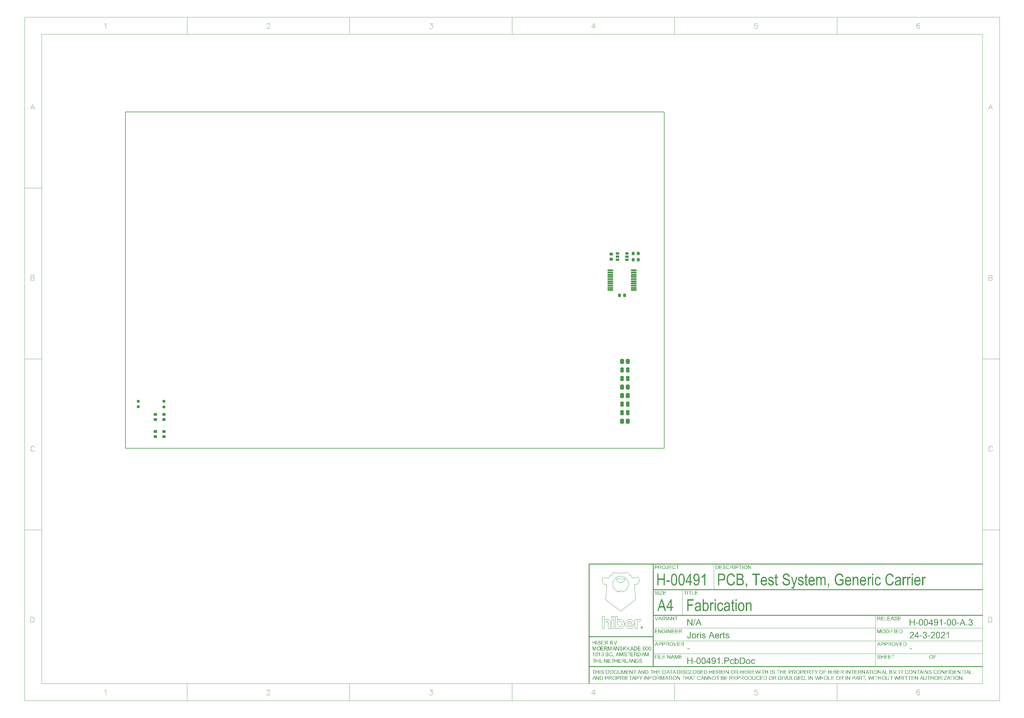
<source format=gtp>
G04*
G04 #@! TF.GenerationSoftware,Altium Limited,Altium Designer,21.2.2 (38)*
G04*
G04 Layer_Color=8421504*
%FSLAX44Y44*%
%MOMM*%
G71*
G04*
G04 #@! TF.SameCoordinates,24F39D98-8D89-4310-BAB6-4DBB87F11CC4*
G04*
G04*
G04 #@! TF.FilePolarity,Positive*
G04*
G01*
G75*
%ADD14C,0.2000*%
%ADD15C,0.0991*%
%ADD16C,0.0423*%
%ADD17C,0.1000*%
%ADD18C,0.2539*%
%ADD19C,0.0127*%
G04:AMPARAMS|DCode=20|XSize=0.82mm|YSize=0.98mm|CornerRadius=0.2091mm|HoleSize=0mm|Usage=FLASHONLY|Rotation=90.000|XOffset=0mm|YOffset=0mm|HoleType=Round|Shape=RoundedRectangle|*
%AMROUNDEDRECTD20*
21,1,0.8200,0.5618,0,0,90.0*
21,1,0.4018,0.9800,0,0,90.0*
1,1,0.4182,0.2809,0.2009*
1,1,0.4182,0.2809,-0.2009*
1,1,0.4182,-0.2809,-0.2009*
1,1,0.4182,-0.2809,0.2009*
%
%ADD20ROUNDEDRECTD20*%
G04:AMPARAMS|DCode=21|XSize=0.82mm|YSize=0.98mm|CornerRadius=0.2091mm|HoleSize=0mm|Usage=FLASHONLY|Rotation=0.000|XOffset=0mm|YOffset=0mm|HoleType=Round|Shape=RoundedRectangle|*
%AMROUNDEDRECTD21*
21,1,0.8200,0.5618,0,0,0.0*
21,1,0.4018,0.9800,0,0,0.0*
1,1,0.4182,0.2009,-0.2809*
1,1,0.4182,-0.2009,-0.2809*
1,1,0.4182,-0.2009,0.2809*
1,1,0.4182,0.2009,0.2809*
%
%ADD21ROUNDEDRECTD21*%
G04:AMPARAMS|DCode=22|XSize=0.87mm|YSize=0.97mm|CornerRadius=0.2218mm|HoleSize=0mm|Usage=FLASHONLY|Rotation=0.000|XOffset=0mm|YOffset=0mm|HoleType=Round|Shape=RoundedRectangle|*
%AMROUNDEDRECTD22*
21,1,0.8700,0.5263,0,0,0.0*
21,1,0.4263,0.9700,0,0,0.0*
1,1,0.4437,0.2132,-0.2632*
1,1,0.4437,-0.2132,-0.2632*
1,1,0.4437,-0.2132,0.2632*
1,1,0.4437,0.2132,0.2632*
%
%ADD22ROUNDEDRECTD22*%
G04:AMPARAMS|DCode=23|XSize=0.87mm|YSize=0.97mm|CornerRadius=0.2218mm|HoleSize=0mm|Usage=FLASHONLY|Rotation=90.000|XOffset=0mm|YOffset=0mm|HoleType=Round|Shape=RoundedRectangle|*
%AMROUNDEDRECTD23*
21,1,0.8700,0.5263,0,0,90.0*
21,1,0.4263,0.9700,0,0,90.0*
1,1,0.4437,0.2632,0.2132*
1,1,0.4437,0.2632,-0.2132*
1,1,0.4437,-0.2632,-0.2132*
1,1,0.4437,-0.2632,0.2132*
%
%ADD23ROUNDEDRECTD23*%
G04:AMPARAMS|DCode=24|XSize=1.09mm|YSize=1.47mm|CornerRadius=0.2507mm|HoleSize=0mm|Usage=FLASHONLY|Rotation=180.000|XOffset=0mm|YOffset=0mm|HoleType=Round|Shape=RoundedRectangle|*
%AMROUNDEDRECTD24*
21,1,1.0900,0.9686,0,0,180.0*
21,1,0.5886,1.4700,0,0,180.0*
1,1,0.5014,-0.2943,0.4843*
1,1,0.5014,0.2943,0.4843*
1,1,0.5014,0.2943,-0.4843*
1,1,0.5014,-0.2943,-0.4843*
%
%ADD24ROUNDEDRECTD24*%
G04:AMPARAMS|DCode=25|XSize=0.8mm|YSize=0.8mm|CornerRadius=0.2mm|HoleSize=0mm|Usage=FLASHONLY|Rotation=90.000|XOffset=0mm|YOffset=0mm|HoleType=Round|Shape=RoundedRectangle|*
%AMROUNDEDRECTD25*
21,1,0.8000,0.4000,0,0,90.0*
21,1,0.4000,0.8000,0,0,90.0*
1,1,0.4000,0.2000,0.2000*
1,1,0.4000,0.2000,-0.2000*
1,1,0.4000,-0.2000,-0.2000*
1,1,0.4000,-0.2000,0.2000*
%
%ADD25ROUNDEDRECTD25*%
G04:AMPARAMS|DCode=26|XSize=1.1mm|YSize=0.6mm|CornerRadius=0.15mm|HoleSize=0mm|Usage=FLASHONLY|Rotation=180.000|XOffset=0mm|YOffset=0mm|HoleType=Round|Shape=RoundedRectangle|*
%AMROUNDEDRECTD26*
21,1,1.1000,0.3000,0,0,180.0*
21,1,0.8000,0.6000,0,0,180.0*
1,1,0.3000,-0.4000,0.1500*
1,1,0.3000,0.4000,0.1500*
1,1,0.3000,0.4000,-0.1500*
1,1,0.3000,-0.4000,-0.1500*
%
%ADD26ROUNDEDRECTD26*%
G04:AMPARAMS|DCode=27|XSize=1.7mm|YSize=0.46mm|CornerRadius=0.1196mm|HoleSize=0mm|Usage=FLASHONLY|Rotation=180.000|XOffset=0mm|YOffset=0mm|HoleType=Round|Shape=RoundedRectangle|*
%AMROUNDEDRECTD27*
21,1,1.7000,0.2208,0,0,180.0*
21,1,1.4608,0.4600,0,0,180.0*
1,1,0.2392,-0.7304,0.1104*
1,1,0.2392,0.7304,0.1104*
1,1,0.2392,0.7304,-0.1104*
1,1,0.2392,-0.7304,-0.1104*
%
%ADD27ROUNDEDRECTD27*%
G04:AMPARAMS|DCode=28|XSize=1.11mm|YSize=1.47mm|CornerRadius=0.2498mm|HoleSize=0mm|Usage=FLASHONLY|Rotation=180.000|XOffset=0mm|YOffset=0mm|HoleType=Round|Shape=RoundedRectangle|*
%AMROUNDEDRECTD28*
21,1,1.1100,0.9705,0,0,180.0*
21,1,0.6105,1.4700,0,0,180.0*
1,1,0.4995,-0.3053,0.4853*
1,1,0.4995,0.3053,0.4853*
1,1,0.4995,0.3053,-0.4853*
1,1,0.4995,-0.3053,-0.4853*
%
%ADD28ROUNDEDRECTD28*%
G36*
X1361166Y-1197775D02*
D01*
D01*
D01*
D01*
D02*
G37*
G36*
X1416942Y-1106429D02*
X1417024D01*
X1417122Y-1106445D01*
X1417229Y-1106453D01*
X1417343Y-1106470D01*
X1417474Y-1106494D01*
X1417605Y-1106519D01*
X1417891Y-1106592D01*
X1418047Y-1106633D01*
X1418194Y-1106691D01*
X1418341Y-1106748D01*
X1418488Y-1106822D01*
X1418496Y-1106830D01*
X1418521Y-1106838D01*
X1418562Y-1106862D01*
X1418619Y-1106895D01*
X1418685Y-1106936D01*
X1418758Y-1106985D01*
X1418840Y-1107042D01*
X1418930Y-1107108D01*
X1419126Y-1107263D01*
X1419323Y-1107451D01*
X1419511Y-1107664D01*
X1419601Y-1107787D01*
X1419682Y-1107909D01*
X1419691Y-1107917D01*
X1419699Y-1107942D01*
X1419723Y-1107975D01*
X1419748Y-1108032D01*
X1419780Y-1108089D01*
X1419813Y-1108171D01*
X1419854Y-1108253D01*
X1419895Y-1108351D01*
X1419928Y-1108457D01*
X1419969Y-1108564D01*
X1420034Y-1108809D01*
X1420083Y-1109079D01*
X1420091Y-1109218D01*
X1420099Y-1109365D01*
Y-1109373D01*
Y-1109398D01*
Y-1109439D01*
X1420091Y-1109488D01*
Y-1109553D01*
X1420075Y-1109627D01*
X1420067Y-1109717D01*
X1420050Y-1109807D01*
X1420001Y-1110019D01*
X1419928Y-1110240D01*
X1419887Y-1110355D01*
X1419830Y-1110477D01*
X1419772Y-1110592D01*
X1419699Y-1110706D01*
X1419691Y-1110715D01*
X1419682Y-1110731D01*
X1419658Y-1110764D01*
X1419625Y-1110805D01*
X1419584Y-1110854D01*
X1419535Y-1110911D01*
X1419478Y-1110976D01*
X1419404Y-1111050D01*
X1419331Y-1111124D01*
X1419241Y-1111197D01*
X1419151Y-1111279D01*
X1419044Y-1111361D01*
X1418930Y-1111434D01*
X1418807Y-1111516D01*
X1418676Y-1111590D01*
X1418537Y-1111655D01*
X1418546D01*
X1418578Y-1111663D01*
X1418635Y-1111680D01*
X1418701Y-1111704D01*
X1418791Y-1111729D01*
X1418889Y-1111770D01*
X1418995Y-1111811D01*
X1419110Y-1111868D01*
X1419232Y-1111925D01*
X1419363Y-1111999D01*
X1419494Y-1112072D01*
X1419625Y-1112162D01*
X1419748Y-1112260D01*
X1419870Y-1112367D01*
X1419993Y-1112489D01*
X1420099Y-1112620D01*
X1420108Y-1112628D01*
X1420124Y-1112653D01*
X1420148Y-1112694D01*
X1420189Y-1112751D01*
X1420230Y-1112825D01*
X1420279Y-1112906D01*
X1420329Y-1113005D01*
X1420378Y-1113119D01*
X1420427Y-1113250D01*
X1420484Y-1113389D01*
X1420525Y-1113536D01*
X1420566Y-1113700D01*
X1420607Y-1113872D01*
X1420631Y-1114052D01*
X1420647Y-1114240D01*
X1420656Y-1114444D01*
Y-1114461D01*
Y-1114510D01*
X1420647Y-1114591D01*
X1420639Y-1114689D01*
X1420623Y-1114820D01*
X1420598Y-1114967D01*
X1420566Y-1115131D01*
X1420517Y-1115311D01*
X1420459Y-1115507D01*
X1420394Y-1115704D01*
X1420304Y-1115916D01*
X1420198Y-1116129D01*
X1420075Y-1116342D01*
X1419928Y-1116554D01*
X1419756Y-1116759D01*
X1419568Y-1116955D01*
X1419552Y-1116963D01*
X1419519Y-1116996D01*
X1419462Y-1117053D01*
X1419371Y-1117119D01*
X1419265Y-1117192D01*
X1419142Y-1117282D01*
X1418987Y-1117372D01*
X1418824Y-1117470D01*
X1418635Y-1117568D01*
X1418423Y-1117658D01*
X1418202Y-1117748D01*
X1417957Y-1117822D01*
X1417703Y-1117887D01*
X1417425Y-1117945D01*
X1417139Y-1117977D01*
X1416836Y-1117986D01*
X1416771D01*
X1416689Y-1117977D01*
X1416591Y-1117969D01*
X1416460Y-1117961D01*
X1416313Y-1117936D01*
X1416149Y-1117912D01*
X1415969Y-1117871D01*
X1415781Y-1117830D01*
X1415577Y-1117773D01*
X1415372Y-1117699D01*
X1415159Y-1117609D01*
X1414955Y-1117511D01*
X1414751Y-1117397D01*
X1414546Y-1117258D01*
X1414358Y-1117102D01*
X1414350Y-1117094D01*
X1414317Y-1117061D01*
X1414268Y-1117012D01*
X1414203Y-1116939D01*
X1414129Y-1116849D01*
X1414039Y-1116742D01*
X1413949Y-1116620D01*
X1413851Y-1116481D01*
X1413753Y-1116325D01*
X1413655Y-1116145D01*
X1413565Y-1115957D01*
X1413475Y-1115753D01*
X1413401Y-1115532D01*
X1413327Y-1115303D01*
X1413278Y-1115058D01*
X1413246Y-1114796D01*
X1414636Y-1114608D01*
Y-1114624D01*
X1414644Y-1114657D01*
X1414660Y-1114722D01*
X1414685Y-1114804D01*
X1414710Y-1114902D01*
X1414742Y-1115008D01*
X1414783Y-1115131D01*
X1414824Y-1115262D01*
X1414939Y-1115548D01*
X1415078Y-1115826D01*
X1415159Y-1115965D01*
X1415249Y-1116096D01*
X1415339Y-1116211D01*
X1415446Y-1116317D01*
X1415454Y-1116325D01*
X1415470Y-1116342D01*
X1415503Y-1116366D01*
X1415552Y-1116399D01*
X1415601Y-1116440D01*
X1415675Y-1116481D01*
X1415748Y-1116530D01*
X1415838Y-1116571D01*
X1415936Y-1116620D01*
X1416043Y-1116669D01*
X1416157Y-1116710D01*
X1416280Y-1116750D01*
X1416411Y-1116783D01*
X1416550Y-1116808D01*
X1416689Y-1116824D01*
X1416844Y-1116832D01*
X1416885D01*
X1416942Y-1116824D01*
X1417008D01*
X1417098Y-1116808D01*
X1417196Y-1116800D01*
X1417302Y-1116775D01*
X1417425Y-1116750D01*
X1417548Y-1116710D01*
X1417687Y-1116669D01*
X1417826Y-1116611D01*
X1417965Y-1116546D01*
X1418104Y-1116464D01*
X1418243Y-1116374D01*
X1418374Y-1116276D01*
X1418505Y-1116153D01*
X1418513Y-1116145D01*
X1418537Y-1116121D01*
X1418570Y-1116088D01*
X1418611Y-1116031D01*
X1418660Y-1115965D01*
X1418717Y-1115884D01*
X1418783Y-1115794D01*
X1418848Y-1115687D01*
X1418905Y-1115573D01*
X1418971Y-1115442D01*
X1419028Y-1115311D01*
X1419077Y-1115156D01*
X1419118Y-1115000D01*
X1419151Y-1114837D01*
X1419175Y-1114657D01*
X1419183Y-1114477D01*
Y-1114469D01*
Y-1114436D01*
Y-1114387D01*
X1419175Y-1114313D01*
X1419167Y-1114240D01*
X1419151Y-1114141D01*
X1419134Y-1114035D01*
X1419102Y-1113921D01*
X1419069Y-1113798D01*
X1419028Y-1113667D01*
X1418979Y-1113536D01*
X1418922Y-1113405D01*
X1418848Y-1113275D01*
X1418758Y-1113144D01*
X1418668Y-1113021D01*
X1418554Y-1112898D01*
X1418546Y-1112890D01*
X1418529Y-1112874D01*
X1418488Y-1112841D01*
X1418439Y-1112800D01*
X1418382Y-1112751D01*
X1418308Y-1112702D01*
X1418218Y-1112645D01*
X1418120Y-1112588D01*
X1418014Y-1112530D01*
X1417891Y-1112473D01*
X1417760Y-1112424D01*
X1417621Y-1112375D01*
X1417474Y-1112334D01*
X1417310Y-1112301D01*
X1417147Y-1112285D01*
X1416967Y-1112277D01*
X1416893D01*
X1416812Y-1112285D01*
X1416697Y-1112293D01*
X1416550Y-1112309D01*
X1416386Y-1112342D01*
X1416198Y-1112375D01*
X1415986Y-1112424D01*
X1416141Y-1111205D01*
X1416165D01*
X1416190Y-1111214D01*
X1416223D01*
X1416296Y-1111222D01*
X1416452D01*
X1416509Y-1111214D01*
X1416591Y-1111205D01*
X1416681Y-1111197D01*
X1416779Y-1111181D01*
X1416893Y-1111164D01*
X1417016Y-1111140D01*
X1417139Y-1111107D01*
X1417409Y-1111025D01*
X1417548Y-1110976D01*
X1417687Y-1110911D01*
X1417826Y-1110845D01*
X1417957Y-1110764D01*
X1417965Y-1110755D01*
X1417989Y-1110739D01*
X1418022Y-1110715D01*
X1418071Y-1110674D01*
X1418120Y-1110625D01*
X1418186Y-1110567D01*
X1418243Y-1110494D01*
X1418316Y-1110412D01*
X1418382Y-1110314D01*
X1418447Y-1110208D01*
X1418505Y-1110093D01*
X1418554Y-1109962D01*
X1418603Y-1109823D01*
X1418635Y-1109668D01*
X1418660Y-1109504D01*
X1418668Y-1109332D01*
Y-1109324D01*
Y-1109300D01*
Y-1109259D01*
X1418660Y-1109202D01*
X1418652Y-1109144D01*
X1418644Y-1109062D01*
X1418627Y-1108981D01*
X1418603Y-1108891D01*
X1418537Y-1108694D01*
X1418496Y-1108588D01*
X1418447Y-1108482D01*
X1418390Y-1108375D01*
X1418316Y-1108269D01*
X1418235Y-1108171D01*
X1418145Y-1108073D01*
X1418136Y-1108065D01*
X1418120Y-1108048D01*
X1418096Y-1108024D01*
X1418055Y-1107991D01*
X1417997Y-1107958D01*
X1417940Y-1107909D01*
X1417867Y-1107868D01*
X1417785Y-1107819D01*
X1417695Y-1107770D01*
X1417597Y-1107729D01*
X1417482Y-1107680D01*
X1417368Y-1107647D01*
X1417237Y-1107615D01*
X1417106Y-1107590D01*
X1416959Y-1107574D01*
X1416812Y-1107566D01*
X1416730D01*
X1416681Y-1107574D01*
X1416607Y-1107582D01*
X1416525Y-1107590D01*
X1416435Y-1107607D01*
X1416337Y-1107631D01*
X1416125Y-1107688D01*
X1416018Y-1107729D01*
X1415904Y-1107787D01*
X1415789Y-1107844D01*
X1415675Y-1107909D01*
X1415568Y-1107991D01*
X1415462Y-1108081D01*
X1415454Y-1108089D01*
X1415437Y-1108105D01*
X1415413Y-1108138D01*
X1415372Y-1108179D01*
X1415331Y-1108228D01*
X1415282Y-1108294D01*
X1415233Y-1108375D01*
X1415176Y-1108457D01*
X1415119Y-1108564D01*
X1415061Y-1108678D01*
X1414996Y-1108801D01*
X1414947Y-1108940D01*
X1414890Y-1109087D01*
X1414849Y-1109242D01*
X1414808Y-1109414D01*
X1414775Y-1109602D01*
X1413385Y-1109357D01*
Y-1109349D01*
Y-1109341D01*
X1413401Y-1109292D01*
X1413417Y-1109226D01*
X1413442Y-1109128D01*
X1413475Y-1109005D01*
X1413515Y-1108874D01*
X1413565Y-1108727D01*
X1413622Y-1108564D01*
X1413695Y-1108392D01*
X1413777Y-1108212D01*
X1413875Y-1108032D01*
X1413982Y-1107852D01*
X1414096Y-1107672D01*
X1414227Y-1107500D01*
X1414374Y-1107337D01*
X1414538Y-1107189D01*
X1414546Y-1107181D01*
X1414579Y-1107157D01*
X1414628Y-1107116D01*
X1414701Y-1107067D01*
X1414791Y-1107010D01*
X1414898Y-1106944D01*
X1415020Y-1106879D01*
X1415159Y-1106805D01*
X1415315Y-1106731D01*
X1415487Y-1106666D01*
X1415667Y-1106601D01*
X1415863Y-1106543D01*
X1416075Y-1106494D01*
X1416304Y-1106453D01*
X1416542Y-1106429D01*
X1416787Y-1106421D01*
X1416877D01*
X1416942Y-1106429D01*
D02*
G37*
G36*
X1405857Y-1089002D02*
X1405963D01*
X1406102Y-1089018D01*
X1406266Y-1089035D01*
X1406446Y-1089059D01*
X1406642Y-1089084D01*
X1406855Y-1089125D01*
X1407084Y-1089174D01*
X1407321Y-1089239D01*
X1407558Y-1089313D01*
X1407804Y-1089395D01*
X1408049Y-1089501D01*
X1408294Y-1089615D01*
X1408531Y-1089746D01*
X1408548Y-1089754D01*
X1408589Y-1089779D01*
X1408654Y-1089820D01*
X1408736Y-1089885D01*
X1408842Y-1089959D01*
X1408965Y-1090049D01*
X1409096Y-1090163D01*
X1409243Y-1090286D01*
X1409398Y-1090425D01*
X1409554Y-1090580D01*
X1409717Y-1090752D01*
X1409873Y-1090940D01*
X1410028Y-1091145D01*
X1410184Y-1091357D01*
X1410323Y-1091586D01*
X1410453Y-1091832D01*
X1410462Y-1091848D01*
X1410486Y-1091889D01*
X1410519Y-1091963D01*
X1410560Y-1092069D01*
X1410609Y-1092192D01*
X1410666Y-1092347D01*
X1410723Y-1092519D01*
X1410789Y-1092715D01*
X1410846Y-1092928D01*
X1410903Y-1093165D01*
X1410961Y-1093410D01*
X1411010Y-1093680D01*
X1411059Y-1093958D01*
X1411086Y-1094202D01*
Y-1089226D01*
X1419265D01*
Y-1090559D01*
X1412583D01*
Y-1094027D01*
X1418839D01*
Y-1095360D01*
X1412583D01*
Y-1099212D01*
X1419526D01*
Y-1100545D01*
X1411086D01*
Y-1095425D01*
X1411083Y-1095480D01*
X1411059Y-1095684D01*
X1411026Y-1095897D01*
X1410993Y-1096134D01*
X1410944Y-1096379D01*
X1410887Y-1096633D01*
X1410822Y-1096894D01*
X1410740Y-1097164D01*
X1410650Y-1097426D01*
X1410544Y-1097688D01*
X1410421Y-1097950D01*
X1410413Y-1097966D01*
X1410388Y-1098007D01*
X1410347Y-1098080D01*
X1410290Y-1098170D01*
X1410224Y-1098285D01*
X1410135Y-1098416D01*
X1410028Y-1098563D01*
X1409914Y-1098718D01*
X1409783Y-1098882D01*
X1409636Y-1099045D01*
X1409472Y-1099217D01*
X1409300Y-1099389D01*
X1409104Y-1099553D01*
X1408900Y-1099716D01*
X1408679Y-1099863D01*
X1408450Y-1100002D01*
X1408433Y-1100011D01*
X1408392Y-1100035D01*
X1408319Y-1100068D01*
X1408229Y-1100109D01*
X1408106Y-1100166D01*
X1407967Y-1100223D01*
X1407812Y-1100289D01*
X1407632Y-1100346D01*
X1407427Y-1100411D01*
X1407215Y-1100477D01*
X1406994Y-1100534D01*
X1406749Y-1100591D01*
X1406503Y-1100632D01*
X1406241Y-1100665D01*
X1405972Y-1100689D01*
X1405702Y-1100698D01*
X1405628D01*
X1405546Y-1100689D01*
X1405432Y-1100681D01*
X1405293Y-1100673D01*
X1405129Y-1100657D01*
X1404941Y-1100632D01*
X1404745Y-1100599D01*
X1404524Y-1100558D01*
X1404295Y-1100509D01*
X1404058Y-1100444D01*
X1403820Y-1100370D01*
X1403575Y-1100289D01*
X1403322Y-1100182D01*
X1403076Y-1100068D01*
X1402839Y-1099929D01*
X1402823Y-1099921D01*
X1402782Y-1099896D01*
X1402716Y-1099847D01*
X1402635Y-1099790D01*
X1402528Y-1099708D01*
X1402406Y-1099618D01*
X1402275Y-1099503D01*
X1402128Y-1099381D01*
X1401980Y-1099234D01*
X1401817Y-1099078D01*
X1401661Y-1098906D01*
X1401506Y-1098718D01*
X1401351Y-1098514D01*
X1401203Y-1098301D01*
X1401064Y-1098072D01*
X1400933Y-1097827D01*
X1400925Y-1097811D01*
X1400909Y-1097770D01*
X1400876Y-1097696D01*
X1400835Y-1097590D01*
X1400786Y-1097467D01*
X1400729Y-1097320D01*
X1400672Y-1097156D01*
X1400614Y-1096968D01*
X1400549Y-1096764D01*
X1400492Y-1096543D01*
X1400435Y-1096314D01*
X1400385Y-1096068D01*
X1400345Y-1095807D01*
X1400312Y-1095545D01*
X1400296Y-1095275D01*
X1400287Y-1094997D01*
Y-1094989D01*
Y-1094964D01*
Y-1094923D01*
Y-1094874D01*
X1400296Y-1094809D01*
Y-1094727D01*
X1400304Y-1094637D01*
X1400312Y-1094531D01*
X1400320Y-1094416D01*
X1400336Y-1094294D01*
X1400353Y-1094163D01*
X1400369Y-1094024D01*
X1400418Y-1093721D01*
X1400475Y-1093394D01*
X1400557Y-1093042D01*
X1400655Y-1092682D01*
X1400778Y-1092314D01*
X1400925Y-1091946D01*
X1401097Y-1091586D01*
X1401302Y-1091235D01*
X1401416Y-1091063D01*
X1401530Y-1090899D01*
X1401661Y-1090744D01*
X1401800Y-1090589D01*
X1401809Y-1090580D01*
X1401817Y-1090572D01*
X1401841Y-1090548D01*
X1401874Y-1090523D01*
X1401907Y-1090482D01*
X1401956Y-1090441D01*
X1402079Y-1090335D01*
X1402226Y-1090220D01*
X1402406Y-1090081D01*
X1402618Y-1089942D01*
X1402855Y-1089787D01*
X1403125Y-1089640D01*
X1403420Y-1089501D01*
X1403739Y-1089362D01*
X1404082Y-1089239D01*
X1404458Y-1089141D01*
X1404851Y-1089059D01*
X1405056Y-1089035D01*
X1405268Y-1089010D01*
X1405481Y-1089002D01*
X1405702Y-1088994D01*
X1405775D01*
X1405857Y-1089002D01*
D02*
G37*
G36*
X1414945Y-1127274D02*
X1408263D01*
Y-1130742D01*
X1414520D01*
Y-1132075D01*
X1408263D01*
Y-1135927D01*
X1415207D01*
Y-1137260D01*
X1406767D01*
Y-1125941D01*
X1414945D01*
Y-1127274D01*
D02*
G37*
G36*
X1408778Y-1117823D02*
X1407388D01*
Y-1108973D01*
X1407379Y-1108982D01*
X1407363Y-1108998D01*
X1407339Y-1109023D01*
X1407298Y-1109055D01*
X1407249Y-1109096D01*
X1407183Y-1109153D01*
X1407110Y-1109211D01*
X1407036Y-1109276D01*
X1406938Y-1109342D01*
X1406840Y-1109423D01*
X1406733Y-1109497D01*
X1406619Y-1109587D01*
X1406488Y-1109669D01*
X1406357Y-1109759D01*
X1406063Y-1109939D01*
X1406054Y-1109947D01*
X1406030Y-1109963D01*
X1405981Y-1109988D01*
X1405923Y-1110012D01*
X1405858Y-1110053D01*
X1405776Y-1110102D01*
X1405678Y-1110151D01*
X1405580Y-1110209D01*
X1405351Y-1110323D01*
X1405106Y-1110437D01*
X1404852Y-1110552D01*
X1404607Y-1110650D01*
Y-1109309D01*
X1404623Y-1109301D01*
X1404656Y-1109284D01*
X1404721Y-1109252D01*
X1404803Y-1109211D01*
X1404901Y-1109162D01*
X1405024Y-1109096D01*
X1405155Y-1109023D01*
X1405294Y-1108941D01*
X1405449Y-1108843D01*
X1405613Y-1108745D01*
X1405956Y-1108515D01*
X1406308Y-1108262D01*
X1406643Y-1107984D01*
X1406651Y-1107976D01*
X1406684Y-1107951D01*
X1406725Y-1107910D01*
X1406782Y-1107853D01*
X1406856Y-1107779D01*
X1406938Y-1107698D01*
X1407028Y-1107599D01*
X1407126Y-1107501D01*
X1407224Y-1107387D01*
X1407330Y-1107264D01*
X1407535Y-1107011D01*
X1407723Y-1106741D01*
X1407805Y-1106602D01*
X1407878Y-1106463D01*
X1408778D01*
Y-1117823D01*
D02*
G37*
G36*
X1406896Y-1071956D02*
X1407011D01*
X1407133Y-1071964D01*
X1407281Y-1071981D01*
X1407428Y-1071989D01*
X1407592Y-1072013D01*
X1407763Y-1072030D01*
X1408107Y-1072095D01*
X1408450Y-1072185D01*
X1408614Y-1072234D01*
X1408761Y-1072300D01*
X1408769D01*
X1408794Y-1072316D01*
X1408835Y-1072332D01*
X1408892Y-1072365D01*
X1408957Y-1072398D01*
X1409031Y-1072447D01*
X1409121Y-1072496D01*
X1409211Y-1072561D01*
X1409309Y-1072627D01*
X1409407Y-1072709D01*
X1409505Y-1072790D01*
X1409612Y-1072888D01*
X1409710Y-1072995D01*
X1409808Y-1073101D01*
X1409898Y-1073224D01*
X1409988Y-1073355D01*
X1409996Y-1073363D01*
X1410004Y-1073387D01*
X1410029Y-1073428D01*
X1410061Y-1073477D01*
X1410094Y-1073543D01*
X1410127Y-1073625D01*
X1410168Y-1073706D01*
X1410217Y-1073804D01*
X1410258Y-1073919D01*
X1410299Y-1074034D01*
X1410364Y-1074287D01*
X1410421Y-1074565D01*
X1410430Y-1074704D01*
X1410438Y-1074851D01*
Y-1074860D01*
Y-1074884D01*
Y-1074925D01*
X1410430Y-1074974D01*
Y-1075040D01*
X1410413Y-1075113D01*
X1410405Y-1075203D01*
X1410389Y-1075293D01*
X1410340Y-1075506D01*
X1410266Y-1075735D01*
X1410225Y-1075857D01*
X1410168Y-1075972D01*
X1410110Y-1076095D01*
X1410037Y-1076217D01*
X1410029Y-1076226D01*
X1410021Y-1076242D01*
X1409996Y-1076274D01*
X1409963Y-1076324D01*
X1409922Y-1076381D01*
X1409873Y-1076438D01*
X1409808Y-1076512D01*
X1409742Y-1076585D01*
X1409661Y-1076667D01*
X1409579Y-1076749D01*
X1409481Y-1076831D01*
X1409374Y-1076921D01*
X1409252Y-1077011D01*
X1409129Y-1077092D01*
X1408998Y-1077174D01*
X1408851Y-1077248D01*
X1408859D01*
X1408900Y-1077264D01*
X1408949Y-1077281D01*
X1409023Y-1077305D01*
X1409104Y-1077338D01*
X1409203Y-1077379D01*
X1409317Y-1077428D01*
X1409432Y-1077493D01*
X1409563Y-1077559D01*
X1409693Y-1077632D01*
X1409824Y-1077714D01*
X1409955Y-1077812D01*
X1410078Y-1077910D01*
X1410209Y-1078025D01*
X1410323Y-1078148D01*
X1410430Y-1078278D01*
X1410438Y-1078287D01*
X1410454Y-1078311D01*
X1410479Y-1078352D01*
X1410520Y-1078409D01*
X1410560Y-1078475D01*
X1410609Y-1078556D01*
X1410659Y-1078655D01*
X1410708Y-1078761D01*
X1410757Y-1078884D01*
X1410814Y-1079014D01*
X1410855Y-1079154D01*
X1410896Y-1079309D01*
X1410937Y-1079464D01*
X1410961Y-1079636D01*
X1410977Y-1079808D01*
X1410986Y-1079988D01*
Y-1079996D01*
Y-1080020D01*
Y-1080070D01*
X1410977Y-1080127D01*
Y-1080192D01*
X1410969Y-1080274D01*
X1410961Y-1080372D01*
X1410945Y-1080470D01*
X1410904Y-1080699D01*
X1410838Y-1080953D01*
X1410757Y-1081215D01*
X1410642Y-1081476D01*
Y-1081484D01*
X1410626Y-1081509D01*
X1410609Y-1081542D01*
X1410585Y-1081591D01*
X1410552Y-1081648D01*
X1410511Y-1081713D01*
X1410413Y-1081861D01*
X1410291Y-1082032D01*
X1410151Y-1082204D01*
X1409996Y-1082376D01*
X1409816Y-1082523D01*
X1409808D01*
X1409792Y-1082540D01*
X1409767Y-1082556D01*
X1409726Y-1082580D01*
X1409677Y-1082613D01*
X1409620Y-1082646D01*
X1409554Y-1082687D01*
X1409481Y-1082728D01*
X1409391Y-1082777D01*
X1409301Y-1082818D01*
X1409088Y-1082916D01*
X1408851Y-1082998D01*
X1408581Y-1083079D01*
X1408573D01*
X1408548Y-1083087D01*
X1408508Y-1083096D01*
X1408450Y-1083112D01*
X1408377Y-1083120D01*
X1408287Y-1083137D01*
X1408188Y-1083153D01*
X1408074Y-1083169D01*
X1407951Y-1083194D01*
X1407812Y-1083210D01*
X1407657Y-1083226D01*
X1407502Y-1083235D01*
X1407330Y-1083251D01*
X1407150Y-1083259D01*
X1406953Y-1083267D01*
X1402447D01*
Y-1071948D01*
X1406806D01*
X1406896Y-1071956D01*
D02*
G37*
G36*
X1396301Y-1125941D02*
X1397465D01*
Y-1130595D01*
X1403337D01*
Y-1125941D01*
X1404834D01*
Y-1137260D01*
X1403337D01*
Y-1131928D01*
X1397465D01*
Y-1137260D01*
X1395968D01*
Y-1127274D01*
X1392555D01*
Y-1137260D01*
X1391059D01*
Y-1127274D01*
X1387329D01*
Y-1125941D01*
X1396301D01*
D01*
D02*
G37*
G36*
X1399812Y-1106435D02*
X1399886D01*
X1399984Y-1106443D01*
X1400082Y-1106460D01*
X1400196Y-1106476D01*
X1400442Y-1106517D01*
X1400712Y-1106582D01*
X1400990Y-1106672D01*
X1401120Y-1106730D01*
X1401251Y-1106795D01*
X1401259D01*
X1401284Y-1106811D01*
X1401317Y-1106836D01*
X1401366Y-1106860D01*
X1401423Y-1106901D01*
X1401488Y-1106950D01*
X1401570Y-1106999D01*
X1401652Y-1107065D01*
X1401832Y-1107212D01*
X1402020Y-1107400D01*
X1402208Y-1107613D01*
X1402380Y-1107858D01*
X1402388Y-1107866D01*
X1402396Y-1107891D01*
X1402421Y-1107932D01*
X1402454Y-1107981D01*
X1402495Y-1108046D01*
X1402535Y-1108128D01*
X1402585Y-1108218D01*
X1402634Y-1108324D01*
X1402691Y-1108439D01*
X1402748Y-1108570D01*
X1402805Y-1108709D01*
X1402871Y-1108856D01*
X1402928Y-1109011D01*
X1402977Y-1109175D01*
X1403034Y-1109355D01*
X1403083Y-1109535D01*
Y-1109543D01*
X1403092Y-1109584D01*
X1403108Y-1109633D01*
X1403124Y-1109715D01*
X1403141Y-1109813D01*
X1403165Y-1109936D01*
X1403190Y-1110075D01*
X1403214Y-1110238D01*
X1403239Y-1110418D01*
X1403263Y-1110623D01*
X1403288Y-1110843D01*
X1403304Y-1111081D01*
X1403321Y-1111334D01*
X1403337Y-1111612D01*
X1403345Y-1111898D01*
Y-1112209D01*
Y-1112217D01*
Y-1112234D01*
Y-1112258D01*
Y-1112299D01*
Y-1112340D01*
Y-1112397D01*
X1403337Y-1112463D01*
Y-1112536D01*
X1403329Y-1112708D01*
X1403321Y-1112905D01*
X1403312Y-1113117D01*
X1403296Y-1113354D01*
X1403271Y-1113608D01*
X1403247Y-1113870D01*
X1403173Y-1114401D01*
X1403124Y-1114671D01*
X1403067Y-1114933D01*
X1403002Y-1115186D01*
X1402928Y-1115424D01*
X1402920Y-1115440D01*
X1402912Y-1115481D01*
X1402887Y-1115538D01*
X1402854Y-1115628D01*
X1402805Y-1115726D01*
X1402756Y-1115849D01*
X1402691Y-1115980D01*
X1402625Y-1116119D01*
X1402544Y-1116266D01*
X1402446Y-1116421D01*
X1402347Y-1116577D01*
X1402241Y-1116740D01*
X1402118Y-1116896D01*
X1401987Y-1117043D01*
X1401848Y-1117182D01*
X1401701Y-1117313D01*
X1401693Y-1117321D01*
X1401660Y-1117337D01*
X1401619Y-1117370D01*
X1401554Y-1117419D01*
X1401472Y-1117468D01*
X1401382Y-1117525D01*
X1401268Y-1117583D01*
X1401145Y-1117640D01*
X1400998Y-1117706D01*
X1400842Y-1117763D01*
X1400679Y-1117820D01*
X1400499Y-1117869D01*
X1400303Y-1117910D01*
X1400098Y-1117943D01*
X1399886Y-1117967D01*
X1399657Y-1117975D01*
X1399583D01*
X1399501Y-1117967D01*
X1399387Y-1117959D01*
X1399247Y-1117943D01*
X1399084Y-1117910D01*
X1398912Y-1117877D01*
X1398716Y-1117828D01*
X1398512Y-1117771D01*
X1398307Y-1117689D01*
X1398094Y-1117599D01*
X1397874Y-1117485D01*
X1397661Y-1117354D01*
X1397456Y-1117198D01*
X1397260Y-1117018D01*
X1397080Y-1116814D01*
Y-1116806D01*
X1397072Y-1116798D01*
X1397056Y-1116773D01*
X1397031Y-1116749D01*
X1397007Y-1116708D01*
X1396974Y-1116659D01*
X1396941Y-1116609D01*
X1396908Y-1116544D01*
X1396868Y-1116470D01*
X1396818Y-1116389D01*
X1396777Y-1116299D01*
X1396729Y-1116201D01*
X1396679Y-1116086D01*
X1396630Y-1115972D01*
X1396573Y-1115841D01*
X1396524Y-1115710D01*
X1396475Y-1115563D01*
X1396418Y-1115407D01*
X1396369Y-1115244D01*
X1396319Y-1115064D01*
X1396270Y-1114884D01*
X1396230Y-1114688D01*
X1396181Y-1114491D01*
X1396140Y-1114270D01*
X1396107Y-1114050D01*
X1396074Y-1113820D01*
X1396042Y-1113575D01*
X1396017Y-1113322D01*
X1395992Y-1113060D01*
X1395984Y-1112790D01*
X1395968Y-1112504D01*
Y-1112209D01*
Y-1112201D01*
Y-1112185D01*
Y-1112160D01*
Y-1112119D01*
Y-1112070D01*
Y-1112013D01*
X1395976Y-1111948D01*
Y-1111874D01*
X1395984Y-1111710D01*
X1395992Y-1111514D01*
X1396001Y-1111293D01*
X1396017Y-1111056D01*
X1396042Y-1110803D01*
X1396066Y-1110541D01*
X1396140Y-1110001D01*
X1396189Y-1109731D01*
X1396246Y-1109469D01*
X1396303Y-1109216D01*
X1396377Y-1108979D01*
X1396385Y-1108962D01*
X1396393Y-1108921D01*
X1396418Y-1108864D01*
X1396450Y-1108774D01*
X1396499Y-1108676D01*
X1396548Y-1108553D01*
X1396614Y-1108422D01*
X1396688Y-1108283D01*
X1396761Y-1108136D01*
X1396859Y-1107981D01*
X1396958Y-1107817D01*
X1397064Y-1107662D01*
X1397186Y-1107506D01*
X1397317Y-1107359D01*
X1397456Y-1107220D01*
X1397604Y-1107089D01*
X1397612Y-1107081D01*
X1397645Y-1107057D01*
X1397685Y-1107024D01*
X1397751Y-1106983D01*
X1397833Y-1106934D01*
X1397931Y-1106877D01*
X1398037Y-1106820D01*
X1398168Y-1106754D01*
X1398307Y-1106697D01*
X1398462Y-1106639D01*
X1398634Y-1106582D01*
X1398814Y-1106533D01*
X1399010Y-1106484D01*
X1399215Y-1106451D01*
X1399427Y-1106435D01*
X1399657Y-1106427D01*
X1399747D01*
X1399812Y-1106435D01*
D02*
G37*
G36*
X1399624Y-1083267D02*
X1398128D01*
Y-1071948D01*
X1399624D01*
Y-1083267D01*
D02*
G37*
G36*
X1398141Y-1100545D02*
X1396694D01*
Y-1091074D01*
X1393398Y-1100545D01*
X1392040D01*
X1388777Y-1090910D01*
Y-1100545D01*
X1387329D01*
Y-1089226D01*
X1389578D01*
X1392261Y-1097241D01*
X1392269Y-1097257D01*
X1392277Y-1097290D01*
X1392294Y-1097347D01*
X1392318Y-1097421D01*
X1392351Y-1097519D01*
X1392383Y-1097625D01*
X1392424Y-1097740D01*
X1392465Y-1097871D01*
X1392555Y-1098141D01*
X1392645Y-1098419D01*
X1392686Y-1098558D01*
X1392727Y-1098689D01*
X1392768Y-1098803D01*
X1392801Y-1098918D01*
Y-1098909D01*
X1392809Y-1098885D01*
X1392825Y-1098852D01*
X1392841Y-1098803D01*
X1392858Y-1098738D01*
X1392882Y-1098656D01*
X1392915Y-1098566D01*
X1392948Y-1098460D01*
X1392989Y-1098337D01*
X1393038Y-1098206D01*
X1393087Y-1098059D01*
X1393136Y-1097895D01*
X1393201Y-1097715D01*
X1393259Y-1097527D01*
X1393332Y-1097323D01*
X1393406Y-1097102D01*
X1396121Y-1089226D01*
X1398141D01*
Y-1100545D01*
D02*
G37*
G36*
X1396195Y-1083267D02*
X1394698D01*
Y-1077935D01*
X1388826D01*
Y-1083267D01*
X1387329D01*
Y-1071948D01*
X1388826D01*
Y-1076602D01*
X1394698D01*
Y-1071948D01*
X1396195D01*
Y-1083267D01*
D02*
G37*
G36*
X1391500Y-1117823D02*
X1390110D01*
Y-1108973D01*
X1390102Y-1108982D01*
X1390085Y-1108998D01*
X1390061Y-1109023D01*
X1390020Y-1109055D01*
X1389971Y-1109096D01*
X1389905Y-1109153D01*
X1389832Y-1109211D01*
X1389758Y-1109276D01*
X1389660Y-1109342D01*
X1389562Y-1109423D01*
X1389455Y-1109497D01*
X1389341Y-1109587D01*
X1389210Y-1109669D01*
X1389079Y-1109759D01*
X1388785Y-1109939D01*
X1388777Y-1109947D01*
X1388752Y-1109963D01*
X1388703Y-1109988D01*
X1388646Y-1110012D01*
X1388580Y-1110053D01*
X1388499Y-1110102D01*
X1388400Y-1110151D01*
X1388302Y-1110209D01*
X1388073Y-1110323D01*
X1387828Y-1110437D01*
X1387574Y-1110552D01*
X1387329Y-1110650D01*
Y-1109309D01*
X1387345Y-1109301D01*
X1387378Y-1109284D01*
X1387444Y-1109252D01*
X1387525Y-1109211D01*
X1387623Y-1109162D01*
X1387746Y-1109096D01*
X1387877Y-1109023D01*
X1388016Y-1108941D01*
X1388171Y-1108843D01*
X1388335Y-1108745D01*
X1388678Y-1108515D01*
X1389030Y-1108262D01*
X1389366Y-1107984D01*
X1389374Y-1107976D01*
X1389406Y-1107951D01*
X1389447Y-1107910D01*
X1389505Y-1107853D01*
X1389578Y-1107779D01*
X1389660Y-1107698D01*
X1389750Y-1107599D01*
X1389848Y-1107501D01*
X1389946Y-1107387D01*
X1390052Y-1107264D01*
X1390257Y-1107011D01*
X1390445Y-1106741D01*
X1390527Y-1106602D01*
X1390600Y-1106463D01*
X1391500D01*
Y-1117823D01*
D02*
G37*
G36*
X1557472Y-1089157D02*
X1557545D01*
X1557643Y-1089165D01*
X1557742Y-1089182D01*
X1557856Y-1089198D01*
X1558101Y-1089239D01*
X1558371Y-1089305D01*
X1558649Y-1089395D01*
X1558780Y-1089452D01*
X1558911Y-1089517D01*
X1558919D01*
X1558944Y-1089533D01*
X1558976Y-1089558D01*
X1559026Y-1089583D01*
X1559083Y-1089623D01*
X1559148Y-1089672D01*
X1559230Y-1089722D01*
X1559312Y-1089787D01*
X1559492Y-1089934D01*
X1559680Y-1090122D01*
X1559868Y-1090335D01*
X1560040Y-1090580D01*
X1560048Y-1090589D01*
X1560056Y-1090613D01*
X1560081Y-1090654D01*
X1560113Y-1090703D01*
X1560154Y-1090769D01*
X1560195Y-1090850D01*
X1560244Y-1090940D01*
X1560293Y-1091047D01*
X1560350Y-1091161D01*
X1560408Y-1091292D01*
X1560465Y-1091431D01*
X1560531Y-1091578D01*
X1560588Y-1091734D01*
X1560637Y-1091897D01*
X1560694Y-1092077D01*
X1560743Y-1092257D01*
Y-1092265D01*
X1560751Y-1092306D01*
X1560768Y-1092355D01*
X1560784Y-1092437D01*
X1560800Y-1092535D01*
X1560825Y-1092658D01*
X1560849Y-1092797D01*
X1560874Y-1092960D01*
X1560898Y-1093140D01*
X1560923Y-1093345D01*
X1560948Y-1093566D01*
X1560964Y-1093803D01*
X1560980Y-1094056D01*
X1560997Y-1094334D01*
X1561005Y-1094621D01*
Y-1094931D01*
Y-1094940D01*
Y-1094956D01*
Y-1094981D01*
Y-1095022D01*
Y-1095062D01*
Y-1095120D01*
X1560997Y-1095185D01*
Y-1095259D01*
X1560988Y-1095430D01*
X1560980Y-1095627D01*
X1560972Y-1095839D01*
X1560956Y-1096077D01*
X1560931Y-1096330D01*
X1560907Y-1096592D01*
X1560833Y-1097123D01*
X1560784Y-1097393D01*
X1560727Y-1097655D01*
X1560661Y-1097909D01*
X1560588Y-1098146D01*
X1560580Y-1098162D01*
X1560571Y-1098203D01*
X1560547Y-1098260D01*
X1560514Y-1098350D01*
X1560465Y-1098448D01*
X1560416Y-1098571D01*
X1560350Y-1098702D01*
X1560285Y-1098841D01*
X1560203Y-1098988D01*
X1560105Y-1099144D01*
X1560007Y-1099299D01*
X1559901Y-1099463D01*
X1559778Y-1099618D01*
X1559647Y-1099765D01*
X1559508Y-1099904D01*
X1559361Y-1100035D01*
X1559353Y-1100043D01*
X1559320Y-1100060D01*
X1559279Y-1100092D01*
X1559214Y-1100141D01*
X1559132Y-1100191D01*
X1559042Y-1100248D01*
X1558927Y-1100305D01*
X1558805Y-1100362D01*
X1558658Y-1100428D01*
X1558502Y-1100485D01*
X1558339Y-1100542D01*
X1558159Y-1100591D01*
X1557962Y-1100632D01*
X1557758Y-1100665D01*
X1557545Y-1100689D01*
X1557316Y-1100698D01*
X1557243D01*
X1557161Y-1100689D01*
X1557046Y-1100681D01*
X1556907Y-1100665D01*
X1556744Y-1100632D01*
X1556572Y-1100599D01*
X1556376Y-1100550D01*
X1556171Y-1100493D01*
X1555967Y-1100411D01*
X1555754Y-1100321D01*
X1555533Y-1100207D01*
X1555321Y-1100076D01*
X1555116Y-1099921D01*
X1554920Y-1099741D01*
X1554740Y-1099536D01*
Y-1099528D01*
X1554732Y-1099520D01*
X1554715Y-1099495D01*
X1554691Y-1099471D01*
X1554666Y-1099430D01*
X1554634Y-1099381D01*
X1554601Y-1099332D01*
X1554568Y-1099266D01*
X1554527Y-1099193D01*
X1554478Y-1099111D01*
X1554437Y-1099021D01*
X1554388Y-1098923D01*
X1554339Y-1098808D01*
X1554290Y-1098694D01*
X1554233Y-1098563D01*
X1554184Y-1098432D01*
X1554135Y-1098285D01*
X1554077Y-1098129D01*
X1554028Y-1097966D01*
X1553979Y-1097786D01*
X1553930Y-1097606D01*
X1553889Y-1097410D01*
X1553840Y-1097213D01*
X1553799Y-1096993D01*
X1553767Y-1096772D01*
X1553734Y-1096543D01*
X1553701Y-1096297D01*
X1553677Y-1096044D01*
X1553652Y-1095782D01*
X1553644Y-1095512D01*
X1553628Y-1095226D01*
Y-1094931D01*
Y-1094923D01*
Y-1094907D01*
Y-1094882D01*
Y-1094842D01*
Y-1094792D01*
Y-1094735D01*
X1553636Y-1094670D01*
Y-1094596D01*
X1553644Y-1094433D01*
X1553652Y-1094236D01*
X1553660Y-1094016D01*
X1553677Y-1093778D01*
X1553701Y-1093525D01*
X1553726Y-1093263D01*
X1553799Y-1092723D01*
X1553848Y-1092453D01*
X1553906Y-1092192D01*
X1553963Y-1091938D01*
X1554037Y-1091701D01*
X1554045Y-1091684D01*
X1554053Y-1091644D01*
X1554077Y-1091586D01*
X1554110Y-1091496D01*
X1554159Y-1091398D01*
X1554208Y-1091276D01*
X1554274Y-1091145D01*
X1554347Y-1091006D01*
X1554421Y-1090859D01*
X1554519Y-1090703D01*
X1554617Y-1090539D01*
X1554724Y-1090384D01*
X1554846Y-1090229D01*
X1554977Y-1090081D01*
X1555116Y-1089942D01*
X1555263Y-1089812D01*
X1555271Y-1089803D01*
X1555304Y-1089779D01*
X1555345Y-1089746D01*
X1555411Y-1089705D01*
X1555492Y-1089656D01*
X1555591Y-1089599D01*
X1555697Y-1089542D01*
X1555828Y-1089476D01*
X1555967Y-1089419D01*
X1556122Y-1089362D01*
X1556294Y-1089305D01*
X1556474Y-1089255D01*
X1556670Y-1089206D01*
X1556875Y-1089174D01*
X1557087Y-1089157D01*
X1557316Y-1089149D01*
X1557406D01*
X1557472Y-1089157D01*
D02*
G37*
G36*
X1553641Y-1117823D02*
X1552194D01*
Y-1108352D01*
X1548898Y-1117823D01*
X1547540D01*
X1544277Y-1108188D01*
Y-1117823D01*
X1542829D01*
Y-1106504D01*
X1545078D01*
X1547761Y-1114519D01*
X1547769Y-1114535D01*
X1547777Y-1114568D01*
X1547793Y-1114625D01*
X1547818Y-1114699D01*
X1547851Y-1114797D01*
X1547883Y-1114903D01*
X1547924Y-1115018D01*
X1547965Y-1115148D01*
X1548055Y-1115418D01*
X1548145Y-1115696D01*
X1548186Y-1115835D01*
X1548227Y-1115966D01*
X1548268Y-1116081D01*
X1548301Y-1116195D01*
Y-1116187D01*
X1548309Y-1116163D01*
X1548325Y-1116130D01*
X1548342Y-1116081D01*
X1548358Y-1116015D01*
X1548382Y-1115934D01*
X1548415Y-1115844D01*
X1548448Y-1115737D01*
X1548489Y-1115615D01*
X1548538Y-1115484D01*
X1548587Y-1115337D01*
X1548636Y-1115173D01*
X1548701Y-1114993D01*
X1548759Y-1114805D01*
X1548832Y-1114601D01*
X1548906Y-1114380D01*
X1551621Y-1106504D01*
X1553641D01*
Y-1117823D01*
D02*
G37*
G36*
X1540537Y-1089157D02*
X1540627D01*
X1540742Y-1089174D01*
X1540873Y-1089190D01*
X1541020Y-1089214D01*
X1541183Y-1089239D01*
X1541347Y-1089280D01*
X1541527Y-1089329D01*
X1541707Y-1089395D01*
X1541887Y-1089468D01*
X1542075Y-1089550D01*
X1542255Y-1089656D01*
X1542427Y-1089771D01*
X1542590Y-1089902D01*
X1542598Y-1089910D01*
X1542631Y-1089934D01*
X1542672Y-1089983D01*
X1542729Y-1090041D01*
X1542795Y-1090114D01*
X1542868Y-1090212D01*
X1542950Y-1090319D01*
X1543040Y-1090441D01*
X1543130Y-1090580D01*
X1543220Y-1090736D01*
X1543310Y-1090908D01*
X1543384Y-1091096D01*
X1543465Y-1091292D01*
X1543531Y-1091505D01*
X1543580Y-1091734D01*
X1543621Y-1091971D01*
X1542238Y-1092077D01*
Y-1092069D01*
X1542230Y-1092044D01*
X1542222Y-1091995D01*
X1542206Y-1091946D01*
X1542181Y-1091873D01*
X1542165Y-1091799D01*
X1542099Y-1091619D01*
X1542026Y-1091431D01*
X1541936Y-1091235D01*
X1541830Y-1091047D01*
X1541772Y-1090965D01*
X1541707Y-1090891D01*
X1541699Y-1090883D01*
X1541682Y-1090867D01*
X1541650Y-1090834D01*
X1541609Y-1090801D01*
X1541552Y-1090752D01*
X1541486Y-1090703D01*
X1541413Y-1090646D01*
X1541322Y-1090589D01*
X1541224Y-1090539D01*
X1541118Y-1090482D01*
X1541012Y-1090433D01*
X1540889Y-1090384D01*
X1540758Y-1090351D01*
X1540619Y-1090319D01*
X1540472Y-1090302D01*
X1540325Y-1090294D01*
X1540259D01*
X1540210Y-1090302D01*
X1540153D01*
X1540087Y-1090311D01*
X1540014Y-1090327D01*
X1539924Y-1090343D01*
X1539744Y-1090384D01*
X1539548Y-1090450D01*
X1539351Y-1090548D01*
X1539253Y-1090605D01*
X1539155Y-1090670D01*
X1539147Y-1090678D01*
X1539131Y-1090695D01*
X1539090Y-1090719D01*
X1539049Y-1090760D01*
X1538992Y-1090809D01*
X1538926Y-1090867D01*
X1538861Y-1090940D01*
X1538779Y-1091022D01*
X1538697Y-1091112D01*
X1538615Y-1091218D01*
X1538525Y-1091333D01*
X1538444Y-1091456D01*
X1538354Y-1091595D01*
X1538272Y-1091742D01*
X1538190Y-1091897D01*
X1538116Y-1092061D01*
Y-1092069D01*
X1538100Y-1092102D01*
X1538084Y-1092159D01*
X1538059Y-1092233D01*
X1538026Y-1092322D01*
X1537994Y-1092437D01*
X1537961Y-1092576D01*
X1537928Y-1092731D01*
X1537896Y-1092903D01*
X1537855Y-1093100D01*
X1537822Y-1093320D01*
X1537797Y-1093549D01*
X1537773Y-1093803D01*
X1537748Y-1094073D01*
X1537740Y-1094367D01*
X1537732Y-1094678D01*
X1537740Y-1094670D01*
X1537757Y-1094645D01*
X1537781Y-1094604D01*
X1537822Y-1094555D01*
X1537871Y-1094490D01*
X1537928Y-1094416D01*
X1537994Y-1094334D01*
X1538076Y-1094245D01*
X1538157Y-1094155D01*
X1538247Y-1094065D01*
X1538460Y-1093876D01*
X1538689Y-1093697D01*
X1538820Y-1093615D01*
X1538951Y-1093541D01*
X1538959Y-1093533D01*
X1538983Y-1093525D01*
X1539024Y-1093508D01*
X1539073Y-1093484D01*
X1539147Y-1093451D01*
X1539220Y-1093418D01*
X1539310Y-1093386D01*
X1539417Y-1093353D01*
X1539523Y-1093320D01*
X1539646Y-1093288D01*
X1539899Y-1093222D01*
X1540186Y-1093181D01*
X1540333Y-1093165D01*
X1540546D01*
X1540619Y-1093173D01*
X1540709Y-1093181D01*
X1540832Y-1093198D01*
X1540971Y-1093222D01*
X1541126Y-1093255D01*
X1541298Y-1093296D01*
X1541478Y-1093345D01*
X1541666Y-1093418D01*
X1541862Y-1093500D01*
X1542067Y-1093598D01*
X1542263Y-1093721D01*
X1542459Y-1093852D01*
X1542656Y-1094016D01*
X1542844Y-1094195D01*
X1542852Y-1094204D01*
X1542885Y-1094245D01*
X1542934Y-1094302D01*
X1542999Y-1094383D01*
X1543073Y-1094482D01*
X1543154Y-1094604D01*
X1543244Y-1094743D01*
X1543335Y-1094907D01*
X1543424Y-1095087D01*
X1543514Y-1095291D01*
X1543596Y-1095504D01*
X1543670Y-1095741D01*
X1543735Y-1095995D01*
X1543784Y-1096256D01*
X1543817Y-1096543D01*
X1543825Y-1096837D01*
Y-1096845D01*
Y-1096886D01*
Y-1096944D01*
X1543817Y-1097017D01*
X1543809Y-1097115D01*
X1543801Y-1097222D01*
X1543784Y-1097344D01*
X1543768Y-1097483D01*
X1543743Y-1097630D01*
X1543711Y-1097786D01*
X1543678Y-1097950D01*
X1543629Y-1098121D01*
X1543572Y-1098293D01*
X1543514Y-1098465D01*
X1543441Y-1098645D01*
X1543359Y-1098816D01*
X1543351Y-1098825D01*
X1543335Y-1098857D01*
X1543310Y-1098906D01*
X1543277Y-1098964D01*
X1543228Y-1099045D01*
X1543171Y-1099135D01*
X1543105Y-1099225D01*
X1543032Y-1099332D01*
X1542942Y-1099446D01*
X1542852Y-1099561D01*
X1542746Y-1099675D01*
X1542631Y-1099790D01*
X1542517Y-1099904D01*
X1542386Y-1100019D01*
X1542247Y-1100117D01*
X1542099Y-1100215D01*
X1542091Y-1100223D01*
X1542067Y-1100240D01*
X1542018Y-1100256D01*
X1541960Y-1100289D01*
X1541879Y-1100330D01*
X1541789Y-1100370D01*
X1541691Y-1100411D01*
X1541568Y-1100452D01*
X1541445Y-1100501D01*
X1541306Y-1100542D01*
X1541151Y-1100583D01*
X1540995Y-1100624D01*
X1540824Y-1100657D01*
X1540652Y-1100673D01*
X1540464Y-1100689D01*
X1540276Y-1100698D01*
X1540202D01*
X1540161Y-1100689D01*
X1540112D01*
X1539989Y-1100681D01*
X1539842Y-1100657D01*
X1539670Y-1100632D01*
X1539482Y-1100591D01*
X1539270Y-1100534D01*
X1539049Y-1100469D01*
X1538820Y-1100387D01*
X1538591Y-1100281D01*
X1538354Y-1100158D01*
X1538116Y-1100011D01*
X1537879Y-1099839D01*
X1537658Y-1099642D01*
X1537446Y-1099422D01*
X1537438Y-1099405D01*
X1537397Y-1099364D01*
X1537348Y-1099283D01*
X1537274Y-1099176D01*
X1537192Y-1099037D01*
X1537143Y-1098956D01*
X1537102Y-1098866D01*
X1537053Y-1098767D01*
X1537004Y-1098661D01*
X1536947Y-1098538D01*
X1536898Y-1098416D01*
X1536849Y-1098285D01*
X1536800Y-1098146D01*
X1536742Y-1097990D01*
X1536693Y-1097835D01*
X1536652Y-1097663D01*
X1536603Y-1097492D01*
X1536562Y-1097303D01*
X1536521Y-1097107D01*
X1536481Y-1096903D01*
X1536448Y-1096690D01*
X1536423Y-1096469D01*
X1536399Y-1096240D01*
X1536374Y-1095995D01*
X1536366Y-1095749D01*
X1536350Y-1095488D01*
Y-1095218D01*
Y-1095210D01*
Y-1095177D01*
Y-1095136D01*
Y-1095071D01*
X1536358Y-1094997D01*
Y-1094907D01*
X1536366Y-1094801D01*
Y-1094678D01*
X1536374Y-1094555D01*
X1536391Y-1094408D01*
X1536399Y-1094261D01*
X1536415Y-1094097D01*
X1536448Y-1093762D01*
X1536505Y-1093394D01*
X1536562Y-1093009D01*
X1536644Y-1092609D01*
X1536742Y-1092216D01*
X1536857Y-1091824D01*
X1536996Y-1091439D01*
X1537159Y-1091079D01*
X1537249Y-1090908D01*
X1537348Y-1090752D01*
X1537454Y-1090597D01*
X1537560Y-1090450D01*
X1537577Y-1090433D01*
X1537609Y-1090392D01*
X1537667Y-1090327D01*
X1537757Y-1090245D01*
X1537863Y-1090147D01*
X1537986Y-1090041D01*
X1538141Y-1089918D01*
X1538313Y-1089795D01*
X1538509Y-1089681D01*
X1538722Y-1089558D01*
X1538951Y-1089452D01*
X1539204Y-1089354D01*
X1539482Y-1089272D01*
X1539769Y-1089206D01*
X1540079Y-1089165D01*
X1540406Y-1089149D01*
X1540464D01*
X1540537Y-1089157D01*
D02*
G37*
G36*
X1542605Y-1117823D02*
X1540904D01*
X1539596Y-1114396D01*
X1534844D01*
X1533609Y-1117823D01*
X1532030D01*
X1536373Y-1106504D01*
X1537976D01*
X1542605Y-1117823D01*
D02*
G37*
G36*
X1548833Y-1089157D02*
X1548906D01*
X1549005Y-1089165D01*
X1549103Y-1089182D01*
X1549217Y-1089198D01*
X1549462Y-1089239D01*
X1549732Y-1089305D01*
X1550011Y-1089395D01*
X1550141Y-1089452D01*
X1550272Y-1089517D01*
X1550280D01*
X1550305Y-1089533D01*
X1550338Y-1089558D01*
X1550387Y-1089583D01*
X1550444Y-1089623D01*
X1550509Y-1089672D01*
X1550591Y-1089722D01*
X1550673Y-1089787D01*
X1550853Y-1089934D01*
X1551041Y-1090122D01*
X1551229Y-1090335D01*
X1551401Y-1090580D01*
X1551409Y-1090589D01*
X1551417Y-1090613D01*
X1551442Y-1090654D01*
X1551474Y-1090703D01*
X1551515Y-1090769D01*
X1551556Y-1090850D01*
X1551605Y-1090940D01*
X1551654Y-1091047D01*
X1551712Y-1091161D01*
X1551769Y-1091292D01*
X1551826Y-1091431D01*
X1551892Y-1091578D01*
X1551949Y-1091734D01*
X1551998Y-1091897D01*
X1552055Y-1092077D01*
X1552104Y-1092257D01*
Y-1092265D01*
X1552112Y-1092306D01*
X1552129Y-1092355D01*
X1552145Y-1092437D01*
X1552162Y-1092535D01*
X1552186Y-1092658D01*
X1552211Y-1092797D01*
X1552235Y-1092960D01*
X1552260Y-1093140D01*
X1552284Y-1093345D01*
X1552309Y-1093566D01*
X1552325Y-1093803D01*
X1552341Y-1094056D01*
X1552358Y-1094334D01*
X1552366Y-1094621D01*
Y-1094931D01*
Y-1094940D01*
Y-1094956D01*
Y-1094981D01*
Y-1095022D01*
Y-1095062D01*
Y-1095120D01*
X1552358Y-1095185D01*
Y-1095259D01*
X1552350Y-1095430D01*
X1552341Y-1095627D01*
X1552333Y-1095839D01*
X1552317Y-1096077D01*
X1552292Y-1096330D01*
X1552268Y-1096592D01*
X1552194Y-1097123D01*
X1552145Y-1097393D01*
X1552088Y-1097655D01*
X1552022Y-1097909D01*
X1551949Y-1098146D01*
X1551941Y-1098162D01*
X1551933Y-1098203D01*
X1551908Y-1098260D01*
X1551875Y-1098350D01*
X1551826Y-1098448D01*
X1551777Y-1098571D01*
X1551712Y-1098702D01*
X1551646Y-1098841D01*
X1551564Y-1098988D01*
X1551466Y-1099144D01*
X1551368Y-1099299D01*
X1551262Y-1099463D01*
X1551139Y-1099618D01*
X1551008Y-1099765D01*
X1550869Y-1099904D01*
X1550722Y-1100035D01*
X1550714Y-1100043D01*
X1550681Y-1100060D01*
X1550640Y-1100092D01*
X1550575Y-1100141D01*
X1550493Y-1100191D01*
X1550403Y-1100248D01*
X1550289Y-1100305D01*
X1550166Y-1100362D01*
X1550019Y-1100428D01*
X1549863Y-1100485D01*
X1549700Y-1100542D01*
X1549520Y-1100591D01*
X1549323Y-1100632D01*
X1549119Y-1100665D01*
X1548906Y-1100689D01*
X1548677Y-1100698D01*
X1548604D01*
X1548522Y-1100689D01*
X1548407Y-1100681D01*
X1548268Y-1100665D01*
X1548105Y-1100632D01*
X1547933Y-1100599D01*
X1547737Y-1100550D01*
X1547532Y-1100493D01*
X1547328Y-1100411D01*
X1547115Y-1100321D01*
X1546894Y-1100207D01*
X1546682Y-1100076D01*
X1546477Y-1099921D01*
X1546281Y-1099741D01*
X1546101Y-1099536D01*
Y-1099528D01*
X1546093Y-1099520D01*
X1546077Y-1099495D01*
X1546052Y-1099471D01*
X1546027Y-1099430D01*
X1545995Y-1099381D01*
X1545962Y-1099332D01*
X1545929Y-1099266D01*
X1545888Y-1099193D01*
X1545839Y-1099111D01*
X1545798Y-1099021D01*
X1545749Y-1098923D01*
X1545700Y-1098808D01*
X1545651Y-1098694D01*
X1545594Y-1098563D01*
X1545545Y-1098432D01*
X1545496Y-1098285D01*
X1545439Y-1098129D01*
X1545389Y-1097966D01*
X1545340Y-1097786D01*
X1545291Y-1097606D01*
X1545250Y-1097410D01*
X1545201Y-1097213D01*
X1545160Y-1096993D01*
X1545128Y-1096772D01*
X1545095Y-1096543D01*
X1545062Y-1096297D01*
X1545038Y-1096044D01*
X1545013Y-1095782D01*
X1545005Y-1095512D01*
X1544989Y-1095226D01*
Y-1094931D01*
Y-1094923D01*
Y-1094907D01*
Y-1094882D01*
Y-1094842D01*
Y-1094792D01*
Y-1094735D01*
X1544997Y-1094670D01*
Y-1094596D01*
X1545005Y-1094433D01*
X1545013Y-1094236D01*
X1545021Y-1094016D01*
X1545038Y-1093778D01*
X1545062Y-1093525D01*
X1545087Y-1093263D01*
X1545160Y-1092723D01*
X1545210Y-1092453D01*
X1545267Y-1092192D01*
X1545324Y-1091938D01*
X1545398Y-1091701D01*
X1545406Y-1091684D01*
X1545414Y-1091644D01*
X1545439Y-1091586D01*
X1545471Y-1091496D01*
X1545520Y-1091398D01*
X1545569Y-1091276D01*
X1545635Y-1091145D01*
X1545708Y-1091006D01*
X1545782Y-1090859D01*
X1545880Y-1090703D01*
X1545978Y-1090539D01*
X1546085Y-1090384D01*
X1546207Y-1090229D01*
X1546338Y-1090081D01*
X1546477Y-1089942D01*
X1546624Y-1089812D01*
X1546633Y-1089803D01*
X1546665Y-1089779D01*
X1546706Y-1089746D01*
X1546772Y-1089705D01*
X1546853Y-1089656D01*
X1546952Y-1089599D01*
X1547058Y-1089542D01*
X1547189Y-1089476D01*
X1547328Y-1089419D01*
X1547483Y-1089362D01*
X1547655Y-1089305D01*
X1547835Y-1089255D01*
X1548031Y-1089206D01*
X1548236Y-1089174D01*
X1548448Y-1089157D01*
X1548677Y-1089149D01*
X1548767D01*
X1548833Y-1089157D01*
D02*
G37*
G36*
X1530164Y-1125717D02*
X1530270D01*
X1530401Y-1125733D01*
X1530540Y-1125742D01*
X1530704Y-1125758D01*
X1530867Y-1125783D01*
X1531047Y-1125807D01*
X1531415Y-1125881D01*
X1531612Y-1125930D01*
X1531800Y-1125979D01*
X1531988Y-1126044D01*
X1532168Y-1126118D01*
X1532176Y-1126126D01*
X1532209Y-1126134D01*
X1532258Y-1126159D01*
X1532323Y-1126191D01*
X1532405Y-1126232D01*
X1532495Y-1126290D01*
X1532601Y-1126347D01*
X1532708Y-1126421D01*
X1532830Y-1126494D01*
X1532945Y-1126584D01*
X1533067Y-1126682D01*
X1533190Y-1126789D01*
X1533313Y-1126903D01*
X1533427Y-1127034D01*
X1533542Y-1127165D01*
X1533640Y-1127312D01*
X1533648Y-1127320D01*
X1533665Y-1127345D01*
X1533689Y-1127394D01*
X1533722Y-1127451D01*
X1533763Y-1127525D01*
X1533812Y-1127615D01*
X1533853Y-1127713D01*
X1533910Y-1127827D01*
X1533959Y-1127950D01*
X1534008Y-1128089D01*
X1534057Y-1128236D01*
X1534098Y-1128392D01*
X1534139Y-1128555D01*
X1534172Y-1128727D01*
X1534188Y-1128907D01*
X1534204Y-1129087D01*
X1532765Y-1129193D01*
Y-1129177D01*
X1532757Y-1129144D01*
X1532749Y-1129087D01*
X1532732Y-1129013D01*
X1532716Y-1128931D01*
X1532691Y-1128825D01*
X1532659Y-1128711D01*
X1532618Y-1128588D01*
X1532577Y-1128457D01*
X1532520Y-1128326D01*
X1532454Y-1128195D01*
X1532381Y-1128056D01*
X1532299Y-1127925D01*
X1532200Y-1127803D01*
X1532094Y-1127680D01*
X1531980Y-1127574D01*
X1531971Y-1127566D01*
X1531947Y-1127549D01*
X1531914Y-1127525D01*
X1531857Y-1127484D01*
X1531783Y-1127443D01*
X1531702Y-1127402D01*
X1531604Y-1127353D01*
X1531489Y-1127296D01*
X1531358Y-1127247D01*
X1531211Y-1127197D01*
X1531047Y-1127157D01*
X1530876Y-1127108D01*
X1530679Y-1127075D01*
X1530475Y-1127050D01*
X1530254Y-1127034D01*
X1530017Y-1127026D01*
X1529886D01*
X1529796Y-1127034D01*
X1529682Y-1127042D01*
X1529559Y-1127050D01*
X1529412Y-1127067D01*
X1529264Y-1127091D01*
X1528937Y-1127148D01*
X1528774Y-1127189D01*
X1528610Y-1127238D01*
X1528455Y-1127296D01*
X1528299Y-1127361D01*
X1528160Y-1127435D01*
X1528038Y-1127525D01*
X1528029Y-1127533D01*
X1528013Y-1127549D01*
X1527980Y-1127574D01*
X1527939Y-1127615D01*
X1527899Y-1127664D01*
X1527841Y-1127721D01*
X1527792Y-1127786D01*
X1527735Y-1127860D01*
X1527678Y-1127942D01*
X1527620Y-1128040D01*
X1527522Y-1128244D01*
X1527481Y-1128351D01*
X1527449Y-1128473D01*
X1527432Y-1128596D01*
X1527424Y-1128727D01*
Y-1128735D01*
Y-1128752D01*
Y-1128784D01*
X1527432Y-1128825D01*
X1527440Y-1128882D01*
X1527449Y-1128940D01*
X1527481Y-1129079D01*
X1527530Y-1129242D01*
X1527604Y-1129406D01*
X1527653Y-1129496D01*
X1527719Y-1129577D01*
X1527784Y-1129659D01*
X1527858Y-1129733D01*
X1527866Y-1129741D01*
X1527882Y-1129749D01*
X1527907Y-1129774D01*
X1527956Y-1129798D01*
X1528013Y-1129839D01*
X1528095Y-1129880D01*
X1528185Y-1129929D01*
X1528299Y-1129986D01*
X1528438Y-1130044D01*
X1528594Y-1130109D01*
X1528782Y-1130175D01*
X1528986Y-1130248D01*
X1529223Y-1130322D01*
X1529485Y-1130395D01*
X1529780Y-1130469D01*
X1530107Y-1130551D01*
X1530115D01*
X1530131Y-1130559D01*
X1530156D01*
X1530189Y-1130567D01*
X1530229Y-1130575D01*
X1530278Y-1130592D01*
X1530401Y-1130616D01*
X1530548Y-1130657D01*
X1530720Y-1130698D01*
X1530908Y-1130739D01*
X1531105Y-1130796D01*
X1531522Y-1130902D01*
X1531726Y-1130960D01*
X1531931Y-1131025D01*
X1532127Y-1131082D01*
X1532307Y-1131148D01*
X1532470Y-1131205D01*
X1532610Y-1131262D01*
X1532618Y-1131271D01*
X1532650Y-1131287D01*
X1532708Y-1131311D01*
X1532773Y-1131344D01*
X1532855Y-1131393D01*
X1532945Y-1131442D01*
X1533051Y-1131508D01*
X1533166Y-1131581D01*
X1533280Y-1131655D01*
X1533403Y-1131745D01*
X1533648Y-1131941D01*
X1533877Y-1132170D01*
X1533975Y-1132293D01*
X1534073Y-1132424D01*
X1534082Y-1132432D01*
X1534098Y-1132457D01*
X1534114Y-1132497D01*
X1534147Y-1132546D01*
X1534180Y-1132612D01*
X1534221Y-1132694D01*
X1534270Y-1132784D01*
X1534311Y-1132882D01*
X1534352Y-1132996D01*
X1534401Y-1133119D01*
X1534442Y-1133250D01*
X1534474Y-1133397D01*
X1534507Y-1133544D01*
X1534532Y-1133700D01*
X1534540Y-1133855D01*
X1534548Y-1134027D01*
Y-1134035D01*
Y-1134068D01*
Y-1134117D01*
X1534540Y-1134182D01*
X1534532Y-1134264D01*
X1534523Y-1134354D01*
X1534507Y-1134460D01*
X1534482Y-1134583D01*
X1534458Y-1134706D01*
X1534417Y-1134845D01*
X1534376Y-1134984D01*
X1534327Y-1135131D01*
X1534270Y-1135278D01*
X1534196Y-1135434D01*
X1534114Y-1135581D01*
X1534024Y-1135736D01*
X1534016Y-1135744D01*
X1534000Y-1135769D01*
X1533967Y-1135810D01*
X1533926Y-1135867D01*
X1533877Y-1135932D01*
X1533812Y-1136014D01*
X1533738Y-1136096D01*
X1533648Y-1136186D01*
X1533550Y-1136284D01*
X1533436Y-1136382D01*
X1533313Y-1136489D01*
X1533182Y-1136595D01*
X1533043Y-1136693D01*
X1532888Y-1136791D01*
X1532724Y-1136881D01*
X1532544Y-1136971D01*
X1532536Y-1136979D01*
X1532503Y-1136988D01*
X1532446Y-1137012D01*
X1532372Y-1137037D01*
X1532282Y-1137069D01*
X1532176Y-1137110D01*
X1532053Y-1137151D01*
X1531914Y-1137192D01*
X1531759Y-1137233D01*
X1531587Y-1137274D01*
X1531407Y-1137307D01*
X1531219Y-1137347D01*
X1531023Y-1137372D01*
X1530810Y-1137396D01*
X1530589Y-1137405D01*
X1530368Y-1137413D01*
X1530221D01*
X1530115Y-1137405D01*
X1529984Y-1137396D01*
X1529829Y-1137388D01*
X1529657Y-1137372D01*
X1529469Y-1137356D01*
X1529272Y-1137331D01*
X1529068Y-1137307D01*
X1528635Y-1137225D01*
X1528414Y-1137176D01*
X1528201Y-1137118D01*
X1527988Y-1137045D01*
X1527792Y-1136971D01*
X1527784Y-1136963D01*
X1527743Y-1136947D01*
X1527694Y-1136922D01*
X1527620Y-1136889D01*
X1527530Y-1136840D01*
X1527432Y-1136783D01*
X1527318Y-1136710D01*
X1527203Y-1136636D01*
X1527072Y-1136546D01*
X1526942Y-1136448D01*
X1526803Y-1136333D01*
X1526672Y-1136211D01*
X1526533Y-1136080D01*
X1526402Y-1135941D01*
X1526279Y-1135785D01*
X1526165Y-1135622D01*
X1526156Y-1135613D01*
X1526140Y-1135581D01*
X1526107Y-1135532D01*
X1526075Y-1135466D01*
X1526026Y-1135376D01*
X1525977Y-1135278D01*
X1525919Y-1135164D01*
X1525870Y-1135033D01*
X1525813Y-1134886D01*
X1525756Y-1134730D01*
X1525707Y-1134558D01*
X1525658Y-1134387D01*
X1525617Y-1134199D01*
X1525584Y-1134002D01*
X1525559Y-1133798D01*
X1525551Y-1133585D01*
X1526966Y-1133463D01*
Y-1133471D01*
X1526974Y-1133503D01*
Y-1133544D01*
X1526991Y-1133602D01*
X1526999Y-1133675D01*
X1527015Y-1133765D01*
X1527040Y-1133855D01*
X1527064Y-1133961D01*
X1527121Y-1134182D01*
X1527203Y-1134419D01*
X1527301Y-1134648D01*
X1527424Y-1134869D01*
X1527432Y-1134877D01*
X1527440Y-1134894D01*
X1527465Y-1134918D01*
X1527498Y-1134959D01*
X1527530Y-1135008D01*
X1527579Y-1135057D01*
X1527637Y-1135115D01*
X1527702Y-1135180D01*
X1527776Y-1135246D01*
X1527866Y-1135319D01*
X1527956Y-1135393D01*
X1528062Y-1135466D01*
X1528168Y-1135540D01*
X1528291Y-1135613D01*
X1528422Y-1135679D01*
X1528561Y-1135744D01*
X1528569D01*
X1528594Y-1135761D01*
X1528643Y-1135777D01*
X1528700Y-1135793D01*
X1528774Y-1135818D01*
X1528855Y-1135851D01*
X1528962Y-1135883D01*
X1529068Y-1135908D01*
X1529191Y-1135941D01*
X1529330Y-1135973D01*
X1529469Y-1135998D01*
X1529624Y-1136031D01*
X1529951Y-1136063D01*
X1530303Y-1136080D01*
X1530385D01*
X1530450Y-1136071D01*
X1530524D01*
X1530606Y-1136063D01*
X1530704Y-1136055D01*
X1530810Y-1136047D01*
X1531047Y-1136014D01*
X1531301Y-1135973D01*
X1531554Y-1135908D01*
X1531808Y-1135826D01*
X1531816D01*
X1531841Y-1135818D01*
X1531873Y-1135802D01*
X1531914Y-1135777D01*
X1531971Y-1135752D01*
X1532029Y-1135720D01*
X1532176Y-1135646D01*
X1532331Y-1135548D01*
X1532495Y-1135425D01*
X1532650Y-1135286D01*
X1532781Y-1135131D01*
Y-1135123D01*
X1532798Y-1135106D01*
X1532814Y-1135082D01*
X1532830Y-1135049D01*
X1532855Y-1135008D01*
X1532888Y-1134959D01*
X1532945Y-1134837D01*
X1533002Y-1134697D01*
X1533059Y-1134534D01*
X1533092Y-1134346D01*
X1533108Y-1134158D01*
Y-1134149D01*
Y-1134133D01*
Y-1134109D01*
X1533100Y-1134068D01*
Y-1134019D01*
X1533092Y-1133970D01*
X1533067Y-1133839D01*
X1533035Y-1133700D01*
X1532977Y-1133544D01*
X1532896Y-1133389D01*
X1532789Y-1133233D01*
Y-1133225D01*
X1532773Y-1133217D01*
X1532732Y-1133168D01*
X1532650Y-1133094D01*
X1532601Y-1133045D01*
X1532544Y-1132996D01*
X1532479Y-1132947D01*
X1532405Y-1132890D01*
X1532323Y-1132833D01*
X1532225Y-1132775D01*
X1532127Y-1132718D01*
X1532012Y-1132661D01*
X1531898Y-1132612D01*
X1531767Y-1132555D01*
X1531759D01*
X1531743Y-1132546D01*
X1531718Y-1132538D01*
X1531669Y-1132522D01*
X1531612Y-1132506D01*
X1531546Y-1132481D01*
X1531456Y-1132457D01*
X1531350Y-1132424D01*
X1531219Y-1132383D01*
X1531080Y-1132342D01*
X1530916Y-1132301D01*
X1530728Y-1132252D01*
X1530524Y-1132195D01*
X1530287Y-1132138D01*
X1530033Y-1132072D01*
X1529755Y-1132007D01*
X1529747D01*
X1529739Y-1131999D01*
X1529714D01*
X1529690Y-1131990D01*
X1529608Y-1131966D01*
X1529501Y-1131941D01*
X1529379Y-1131908D01*
X1529232Y-1131868D01*
X1529068Y-1131827D01*
X1528905Y-1131778D01*
X1528545Y-1131671D01*
X1528185Y-1131549D01*
X1528013Y-1131483D01*
X1527849Y-1131418D01*
X1527710Y-1131360D01*
X1527579Y-1131295D01*
X1527571Y-1131287D01*
X1527547Y-1131279D01*
X1527506Y-1131254D01*
X1527449Y-1131221D01*
X1527383Y-1131181D01*
X1527301Y-1131123D01*
X1527220Y-1131066D01*
X1527121Y-1131001D01*
X1526925Y-1130853D01*
X1526729Y-1130674D01*
X1526533Y-1130469D01*
X1526451Y-1130355D01*
X1526369Y-1130240D01*
X1526361Y-1130232D01*
X1526353Y-1130207D01*
X1526336Y-1130175D01*
X1526312Y-1130126D01*
X1526279Y-1130068D01*
X1526246Y-1130003D01*
X1526214Y-1129921D01*
X1526173Y-1129831D01*
X1526140Y-1129725D01*
X1526099Y-1129618D01*
X1526042Y-1129381D01*
X1525993Y-1129119D01*
X1525985Y-1128980D01*
X1525977Y-1128833D01*
Y-1128825D01*
Y-1128792D01*
Y-1128752D01*
X1525985Y-1128686D01*
X1525993Y-1128612D01*
X1526001Y-1128522D01*
X1526017Y-1128424D01*
X1526034Y-1128310D01*
X1526066Y-1128187D01*
X1526091Y-1128064D01*
X1526132Y-1127934D01*
X1526181Y-1127795D01*
X1526238Y-1127655D01*
X1526304Y-1127516D01*
X1526377Y-1127369D01*
X1526459Y-1127230D01*
X1526467Y-1127222D01*
X1526484Y-1127197D01*
X1526508Y-1127157D01*
X1526549Y-1127108D01*
X1526598Y-1127042D01*
X1526664Y-1126977D01*
X1526737Y-1126895D01*
X1526819Y-1126813D01*
X1526909Y-1126723D01*
X1527015Y-1126625D01*
X1527130Y-1126535D01*
X1527260Y-1126437D01*
X1527400Y-1126347D01*
X1527547Y-1126257D01*
X1527702Y-1126175D01*
X1527874Y-1126102D01*
X1527882Y-1126093D01*
X1527915Y-1126085D01*
X1527964Y-1126069D01*
X1528038Y-1126036D01*
X1528127Y-1126012D01*
X1528226Y-1125979D01*
X1528348Y-1125938D01*
X1528487Y-1125905D01*
X1528635Y-1125864D01*
X1528790Y-1125832D01*
X1528962Y-1125799D01*
X1529142Y-1125766D01*
X1529338Y-1125742D01*
X1529534Y-1125725D01*
X1529739Y-1125717D01*
X1529951Y-1125709D01*
X1530074D01*
X1530164Y-1125717D01*
D02*
G37*
G36*
X1529411Y-1090559D02*
X1522728D01*
Y-1094027D01*
X1528985D01*
Y-1095360D01*
X1522728D01*
Y-1099212D01*
X1529672D01*
Y-1100545D01*
X1521232D01*
Y-1089226D01*
X1529411D01*
Y-1090559D01*
D02*
G37*
G36*
X1518973Y-1125949D02*
X1519104D01*
X1519243Y-1125957D01*
X1519398D01*
X1519725Y-1125982D01*
X1520061Y-1126006D01*
X1520224Y-1126031D01*
X1520380Y-1126047D01*
X1520527Y-1126072D01*
X1520666Y-1126105D01*
X1520674D01*
X1520707Y-1126113D01*
X1520756Y-1126129D01*
X1520829Y-1126145D01*
X1520911Y-1126178D01*
X1521009Y-1126211D01*
X1521116Y-1126244D01*
X1521238Y-1126293D01*
X1521492Y-1126399D01*
X1521770Y-1126546D01*
X1522048Y-1126710D01*
X1522187Y-1126808D01*
X1522318Y-1126914D01*
X1522326Y-1126922D01*
X1522359Y-1126947D01*
X1522408Y-1126996D01*
X1522465Y-1127053D01*
X1522539Y-1127127D01*
X1522629Y-1127217D01*
X1522719Y-1127323D01*
X1522825Y-1127438D01*
X1522931Y-1127577D01*
X1523038Y-1127724D01*
X1523152Y-1127879D01*
X1523267Y-1128051D01*
X1523373Y-1128239D01*
X1523471Y-1128427D01*
X1523569Y-1128640D01*
X1523659Y-1128853D01*
X1523667Y-1128869D01*
X1523676Y-1128910D01*
X1523700Y-1128967D01*
X1523733Y-1129057D01*
X1523766Y-1129172D01*
X1523798Y-1129303D01*
X1523839Y-1129458D01*
X1523888Y-1129630D01*
X1523929Y-1129818D01*
X1523970Y-1130030D01*
X1524003Y-1130251D01*
X1524035Y-1130488D01*
X1524068Y-1130734D01*
X1524093Y-1130995D01*
X1524101Y-1131265D01*
X1524109Y-1131544D01*
Y-1131560D01*
Y-1131601D01*
Y-1131666D01*
X1524101Y-1131764D01*
Y-1131871D01*
X1524093Y-1132001D01*
X1524085Y-1132149D01*
X1524068Y-1132312D01*
X1524052Y-1132484D01*
X1524035Y-1132672D01*
X1523978Y-1133056D01*
X1523905Y-1133449D01*
X1523806Y-1133833D01*
Y-1133842D01*
X1523790Y-1133874D01*
X1523774Y-1133932D01*
X1523749Y-1133997D01*
X1523725Y-1134079D01*
X1523684Y-1134177D01*
X1523643Y-1134292D01*
X1523594Y-1134406D01*
X1523488Y-1134668D01*
X1523349Y-1134946D01*
X1523201Y-1135216D01*
X1523029Y-1135478D01*
X1523021Y-1135486D01*
X1523005Y-1135502D01*
X1522980Y-1135543D01*
X1522948Y-1135584D01*
X1522907Y-1135641D01*
X1522850Y-1135706D01*
X1522727Y-1135854D01*
X1522572Y-1136017D01*
X1522400Y-1136189D01*
X1522204Y-1136353D01*
X1521999Y-1136508D01*
X1521991D01*
X1521974Y-1136524D01*
X1521942Y-1136541D01*
X1521901Y-1136565D01*
X1521844Y-1136598D01*
X1521778Y-1136631D01*
X1521705Y-1136672D01*
X1521623Y-1136712D01*
X1521525Y-1136761D01*
X1521427Y-1136811D01*
X1521312Y-1136852D01*
X1521198Y-1136901D01*
X1520936Y-1136991D01*
X1520650Y-1137072D01*
X1520641D01*
X1520617Y-1137081D01*
X1520568Y-1137089D01*
X1520510Y-1137105D01*
X1520437Y-1137113D01*
X1520347Y-1137130D01*
X1520240Y-1137146D01*
X1520126Y-1137162D01*
X1519995Y-1137187D01*
X1519856Y-1137203D01*
X1519709Y-1137219D01*
X1519545Y-1137228D01*
X1519382Y-1137244D01*
X1519202Y-1137252D01*
X1518834Y-1137260D01*
X1514753D01*
Y-1125941D01*
X1518866D01*
X1518973Y-1125949D01*
D02*
G37*
G36*
X1515692Y-1106512D02*
X1515823D01*
X1515970Y-1106520D01*
X1516126Y-1106528D01*
X1516306Y-1106544D01*
X1516485Y-1106561D01*
X1516673Y-1106577D01*
X1517058Y-1106634D01*
X1517238Y-1106667D01*
X1517418Y-1106708D01*
X1517590Y-1106757D01*
X1517745Y-1106814D01*
X1517753D01*
X1517778Y-1106831D01*
X1517819Y-1106847D01*
X1517876Y-1106871D01*
X1517941Y-1106904D01*
X1518015Y-1106953D01*
X1518105Y-1107002D01*
X1518195Y-1107060D01*
X1518293Y-1107133D01*
X1518399Y-1107207D01*
X1518506Y-1107297D01*
X1518612Y-1107395D01*
X1518710Y-1107510D01*
X1518816Y-1107624D01*
X1518914Y-1107755D01*
X1519005Y-1107894D01*
X1519013Y-1107902D01*
X1519029Y-1107927D01*
X1519045Y-1107968D01*
X1519078Y-1108025D01*
X1519111Y-1108098D01*
X1519152Y-1108188D01*
X1519201Y-1108287D01*
X1519242Y-1108393D01*
X1519283Y-1108515D01*
X1519332Y-1108646D01*
X1519373Y-1108785D01*
X1519405Y-1108933D01*
X1519438Y-1109088D01*
X1519462Y-1109252D01*
X1519471Y-1109423D01*
X1519479Y-1109595D01*
Y-1109611D01*
Y-1109644D01*
X1519471Y-1109710D01*
Y-1109800D01*
X1519454Y-1109898D01*
X1519438Y-1110020D01*
X1519413Y-1110151D01*
X1519381Y-1110298D01*
X1519340Y-1110454D01*
X1519291Y-1110617D01*
X1519225Y-1110789D01*
X1519152Y-1110961D01*
X1519062Y-1111133D01*
X1518955Y-1111296D01*
X1518833Y-1111468D01*
X1518694Y-1111623D01*
X1518685Y-1111632D01*
X1518661Y-1111656D01*
X1518612Y-1111697D01*
X1518546Y-1111754D01*
X1518465Y-1111820D01*
X1518358Y-1111893D01*
X1518244Y-1111975D01*
X1518105Y-1112065D01*
X1517941Y-1112155D01*
X1517769Y-1112245D01*
X1517565Y-1112327D01*
X1517352Y-1112417D01*
X1517115Y-1112490D01*
X1516862Y-1112564D01*
X1516584Y-1112621D01*
X1516289Y-1112670D01*
X1516297D01*
X1516314Y-1112687D01*
X1516346Y-1112695D01*
X1516387Y-1112719D01*
X1516436Y-1112744D01*
X1516494Y-1112777D01*
X1516624Y-1112850D01*
X1516772Y-1112932D01*
X1516919Y-1113030D01*
X1517058Y-1113128D01*
X1517189Y-1113235D01*
X1517197Y-1113243D01*
X1517222Y-1113259D01*
X1517254Y-1113300D01*
X1517303Y-1113341D01*
X1517361Y-1113406D01*
X1517426Y-1113472D01*
X1517508Y-1113554D01*
X1517590Y-1113652D01*
X1517679Y-1113758D01*
X1517778Y-1113873D01*
X1517884Y-1113995D01*
X1517990Y-1114126D01*
X1518097Y-1114273D01*
X1518211Y-1114421D01*
X1518432Y-1114748D01*
X1520387Y-1117823D01*
X1518514D01*
X1517017Y-1115468D01*
X1517009Y-1115459D01*
X1516984Y-1115427D01*
X1516952Y-1115369D01*
X1516911Y-1115304D01*
X1516853Y-1115214D01*
X1516788Y-1115116D01*
X1516714Y-1115010D01*
X1516641Y-1114895D01*
X1516469Y-1114641D01*
X1516289Y-1114380D01*
X1516109Y-1114134D01*
X1516019Y-1114020D01*
X1515938Y-1113913D01*
X1515929Y-1113905D01*
X1515921Y-1113889D01*
X1515897Y-1113864D01*
X1515864Y-1113823D01*
X1515782Y-1113725D01*
X1515684Y-1113611D01*
X1515561Y-1113488D01*
X1515439Y-1113357D01*
X1515308Y-1113243D01*
X1515177Y-1113153D01*
X1515161Y-1113145D01*
X1515120Y-1113120D01*
X1515054Y-1113079D01*
X1514964Y-1113038D01*
X1514866Y-1112989D01*
X1514751Y-1112932D01*
X1514629Y-1112891D01*
X1514498Y-1112850D01*
X1514490D01*
X1514449Y-1112842D01*
X1514384Y-1112834D01*
X1514302Y-1112818D01*
X1514187Y-1112809D01*
X1514040Y-1112801D01*
X1513868Y-1112793D01*
X1511930D01*
Y-1117823D01*
X1510433D01*
Y-1106504D01*
X1515594D01*
X1515692Y-1106512D01*
D02*
G37*
G36*
X1514653Y-1089234D02*
X1514784D01*
X1514923Y-1089242D01*
X1515079D01*
X1515406Y-1089267D01*
X1515741Y-1089291D01*
X1515905Y-1089316D01*
X1516060Y-1089332D01*
X1516207Y-1089357D01*
X1516346Y-1089389D01*
X1516355D01*
X1516387Y-1089398D01*
X1516436Y-1089414D01*
X1516510Y-1089430D01*
X1516592Y-1089463D01*
X1516690Y-1089496D01*
X1516796Y-1089528D01*
X1516919Y-1089577D01*
X1517173Y-1089684D01*
X1517451Y-1089831D01*
X1517729Y-1089995D01*
X1517868Y-1090093D01*
X1517999Y-1090199D01*
X1518007Y-1090207D01*
X1518039Y-1090232D01*
X1518089Y-1090281D01*
X1518146Y-1090338D01*
X1518219Y-1090412D01*
X1518309Y-1090502D01*
X1518399Y-1090608D01*
X1518506Y-1090722D01*
X1518612Y-1090862D01*
X1518718Y-1091009D01*
X1518833Y-1091164D01*
X1518947Y-1091336D01*
X1519054Y-1091524D01*
X1519152Y-1091712D01*
X1519250Y-1091925D01*
X1519340Y-1092137D01*
X1519348Y-1092154D01*
X1519356Y-1092195D01*
X1519381Y-1092252D01*
X1519413Y-1092342D01*
X1519446Y-1092456D01*
X1519479Y-1092587D01*
X1519520Y-1092743D01*
X1519569Y-1092914D01*
X1519610Y-1093102D01*
X1519651Y-1093315D01*
X1519683Y-1093536D01*
X1519716Y-1093773D01*
X1519749Y-1094018D01*
X1519773Y-1094280D01*
X1519781Y-1094550D01*
X1519790Y-1094828D01*
Y-1094845D01*
Y-1094885D01*
Y-1094951D01*
X1519781Y-1095049D01*
Y-1095155D01*
X1519773Y-1095286D01*
X1519765Y-1095433D01*
X1519749Y-1095597D01*
X1519732Y-1095769D01*
X1519716Y-1095957D01*
X1519659Y-1096341D01*
X1519585Y-1096734D01*
X1519487Y-1097118D01*
Y-1097126D01*
X1519471Y-1097159D01*
X1519454Y-1097216D01*
X1519430Y-1097282D01*
X1519405Y-1097364D01*
X1519364Y-1097462D01*
X1519323Y-1097576D01*
X1519274Y-1097691D01*
X1519168Y-1097952D01*
X1519029Y-1098231D01*
X1518882Y-1098501D01*
X1518710Y-1098762D01*
X1518702Y-1098770D01*
X1518685Y-1098787D01*
X1518661Y-1098828D01*
X1518628Y-1098868D01*
X1518587Y-1098926D01*
X1518530Y-1098991D01*
X1518407Y-1099138D01*
X1518252Y-1099302D01*
X1518080Y-1099474D01*
X1517884Y-1099637D01*
X1517679Y-1099793D01*
X1517671D01*
X1517655Y-1099809D01*
X1517622Y-1099825D01*
X1517581Y-1099850D01*
X1517524Y-1099883D01*
X1517459Y-1099915D01*
X1517385Y-1099956D01*
X1517303Y-1099997D01*
X1517205Y-1100046D01*
X1517107Y-1100095D01*
X1516992Y-1100136D01*
X1516878Y-1100185D01*
X1516616Y-1100275D01*
X1516330Y-1100357D01*
X1516322D01*
X1516297Y-1100365D01*
X1516248Y-1100373D01*
X1516191Y-1100390D01*
X1516117Y-1100398D01*
X1516027Y-1100414D01*
X1515921Y-1100431D01*
X1515807Y-1100447D01*
X1515676Y-1100472D01*
X1515537Y-1100488D01*
X1515390Y-1100504D01*
X1515226Y-1100512D01*
X1515062Y-1100529D01*
X1514882Y-1100537D01*
X1514514Y-1100545D01*
X1510433D01*
Y-1089226D01*
X1514547D01*
X1514653Y-1089234D01*
D02*
G37*
G36*
X1512869Y-1137260D02*
X1511323D01*
X1505393Y-1128378D01*
Y-1137260D01*
X1503954D01*
Y-1125941D01*
X1505492D01*
X1511429Y-1134831D01*
Y-1125941D01*
X1512869D01*
Y-1137260D01*
D02*
G37*
G36*
X1510210Y-1100545D02*
X1508508D01*
X1507200Y-1097118D01*
X1502448D01*
X1501213Y-1100545D01*
X1499635D01*
X1503978Y-1089226D01*
X1505580D01*
X1510210Y-1100545D01*
D02*
G37*
G36*
X1499968Y-1106504D02*
X1507813D01*
Y-1107837D01*
X1501131D01*
Y-1111304D01*
X1507388D01*
Y-1112638D01*
X1501131D01*
Y-1116490D01*
X1508075D01*
Y-1117823D01*
X1499635D01*
Y-1107837D01*
X1496222D01*
Y-1117823D01*
X1494725D01*
Y-1107837D01*
X1490996D01*
Y-1106504D01*
X1499968D01*
D01*
D02*
G37*
G36*
X1503730Y-1137260D02*
X1502029D01*
X1500721Y-1133833D01*
X1495969D01*
X1494734Y-1137260D01*
X1493155D01*
X1497498Y-1125941D01*
X1499101D01*
X1503730Y-1137260D01*
D02*
G37*
G36*
X1493228Y-1093822D02*
X1498192Y-1100545D01*
X1496213D01*
X1492181Y-1094836D01*
X1490333Y-1096619D01*
Y-1100545D01*
X1488836D01*
Y-1089226D01*
X1490333D01*
Y-1094845D01*
X1495952Y-1089226D01*
X1497988D01*
X1493228Y-1093822D01*
D02*
G37*
G36*
X1486013Y-1135927D02*
X1491583D01*
Y-1137260D01*
X1484516D01*
Y-1125941D01*
X1486013D01*
Y-1135927D01*
D02*
G37*
G36*
X1484810Y-1106280D02*
X1484916D01*
X1485047Y-1106296D01*
X1485186Y-1106304D01*
X1485350Y-1106321D01*
X1485513Y-1106345D01*
X1485693Y-1106370D01*
X1486061Y-1106443D01*
X1486257Y-1106492D01*
X1486446Y-1106541D01*
X1486634Y-1106607D01*
X1486814Y-1106680D01*
X1486822Y-1106689D01*
X1486855Y-1106697D01*
X1486904Y-1106721D01*
X1486969Y-1106754D01*
X1487051Y-1106795D01*
X1487141Y-1106852D01*
X1487247Y-1106909D01*
X1487354Y-1106983D01*
X1487476Y-1107057D01*
X1487591Y-1107147D01*
X1487713Y-1107245D01*
X1487836Y-1107351D01*
X1487959Y-1107466D01*
X1488073Y-1107597D01*
X1488188Y-1107727D01*
X1488286Y-1107875D01*
X1488294Y-1107883D01*
X1488310Y-1107907D01*
X1488335Y-1107956D01*
X1488368Y-1108014D01*
X1488409Y-1108087D01*
X1488458Y-1108177D01*
X1488499Y-1108275D01*
X1488556Y-1108390D01*
X1488605Y-1108512D01*
X1488654Y-1108652D01*
X1488703Y-1108799D01*
X1488744Y-1108954D01*
X1488785Y-1109118D01*
X1488817Y-1109289D01*
X1488834Y-1109469D01*
X1488850Y-1109649D01*
X1487411Y-1109756D01*
Y-1109739D01*
X1487402Y-1109707D01*
X1487394Y-1109649D01*
X1487378Y-1109576D01*
X1487362Y-1109494D01*
X1487337Y-1109388D01*
X1487304Y-1109273D01*
X1487263Y-1109150D01*
X1487223Y-1109020D01*
X1487165Y-1108889D01*
X1487100Y-1108758D01*
X1487026Y-1108619D01*
X1486944Y-1108488D01*
X1486846Y-1108365D01*
X1486740Y-1108243D01*
X1486626Y-1108136D01*
X1486617Y-1108128D01*
X1486593Y-1108112D01*
X1486560Y-1108087D01*
X1486503Y-1108046D01*
X1486429Y-1108005D01*
X1486348Y-1107964D01*
X1486249Y-1107915D01*
X1486135Y-1107858D01*
X1486004Y-1107809D01*
X1485857Y-1107760D01*
X1485693Y-1107719D01*
X1485521Y-1107670D01*
X1485325Y-1107637D01*
X1485121Y-1107613D01*
X1484900Y-1107597D01*
X1484663Y-1107588D01*
X1484532D01*
X1484442Y-1107597D01*
X1484327Y-1107605D01*
X1484205Y-1107613D01*
X1484057Y-1107629D01*
X1483910Y-1107654D01*
X1483583Y-1107711D01*
X1483419Y-1107752D01*
X1483256Y-1107801D01*
X1483100Y-1107858D01*
X1482945Y-1107924D01*
X1482806Y-1107997D01*
X1482683Y-1108087D01*
X1482675Y-1108095D01*
X1482659Y-1108112D01*
X1482626Y-1108136D01*
X1482585Y-1108177D01*
X1482544Y-1108226D01*
X1482487Y-1108283D01*
X1482438Y-1108349D01*
X1482381Y-1108422D01*
X1482323Y-1108504D01*
X1482266Y-1108603D01*
X1482168Y-1108807D01*
X1482127Y-1108913D01*
X1482095Y-1109036D01*
X1482078Y-1109159D01*
X1482070Y-1109289D01*
Y-1109298D01*
Y-1109314D01*
Y-1109347D01*
X1482078Y-1109388D01*
X1482086Y-1109445D01*
X1482095Y-1109502D01*
X1482127Y-1109641D01*
X1482176Y-1109805D01*
X1482250Y-1109968D01*
X1482299Y-1110058D01*
X1482364Y-1110140D01*
X1482430Y-1110222D01*
X1482503Y-1110295D01*
X1482512Y-1110304D01*
X1482528Y-1110312D01*
X1482552Y-1110336D01*
X1482602Y-1110361D01*
X1482659Y-1110402D01*
X1482741Y-1110443D01*
X1482831Y-1110492D01*
X1482945Y-1110549D01*
X1483084Y-1110606D01*
X1483239Y-1110672D01*
X1483428Y-1110737D01*
X1483632Y-1110811D01*
X1483869Y-1110884D01*
X1484131Y-1110958D01*
X1484426Y-1111032D01*
X1484753Y-1111113D01*
X1484761D01*
X1484777Y-1111122D01*
X1484802D01*
X1484834Y-1111130D01*
X1484875Y-1111138D01*
X1484924Y-1111154D01*
X1485047Y-1111179D01*
X1485194Y-1111220D01*
X1485366Y-1111261D01*
X1485554Y-1111301D01*
X1485750Y-1111359D01*
X1486167Y-1111465D01*
X1486372Y-1111522D01*
X1486577Y-1111588D01*
X1486773Y-1111645D01*
X1486953Y-1111710D01*
X1487116Y-1111768D01*
X1487255Y-1111825D01*
X1487263Y-1111833D01*
X1487296Y-1111849D01*
X1487354Y-1111874D01*
X1487419Y-1111907D01*
X1487501Y-1111956D01*
X1487591Y-1112005D01*
X1487697Y-1112070D01*
X1487811Y-1112144D01*
X1487926Y-1112217D01*
X1488049Y-1112308D01*
X1488294Y-1112504D01*
X1488523Y-1112733D01*
X1488621Y-1112855D01*
X1488719Y-1112986D01*
X1488728Y-1112995D01*
X1488744Y-1113019D01*
X1488760Y-1113060D01*
X1488793Y-1113109D01*
X1488826Y-1113174D01*
X1488866Y-1113256D01*
X1488916Y-1113346D01*
X1488956Y-1113444D01*
X1488997Y-1113559D01*
X1489046Y-1113681D01*
X1489087Y-1113812D01*
X1489120Y-1113960D01*
X1489153Y-1114107D01*
X1489177Y-1114262D01*
X1489185Y-1114418D01*
X1489194Y-1114589D01*
Y-1114597D01*
Y-1114630D01*
Y-1114679D01*
X1489185Y-1114745D01*
X1489177Y-1114827D01*
X1489169Y-1114917D01*
X1489153Y-1115023D01*
X1489128Y-1115145D01*
X1489104Y-1115268D01*
X1489063Y-1115407D01*
X1489022Y-1115546D01*
X1488973Y-1115694D01*
X1488916Y-1115841D01*
X1488842Y-1115996D01*
X1488760Y-1116143D01*
X1488670Y-1116299D01*
X1488662Y-1116307D01*
X1488646Y-1116331D01*
X1488613Y-1116372D01*
X1488572Y-1116430D01*
X1488523Y-1116495D01*
X1488458Y-1116577D01*
X1488384Y-1116659D01*
X1488294Y-1116749D01*
X1488196Y-1116847D01*
X1488081Y-1116945D01*
X1487959Y-1117051D01*
X1487828Y-1117158D01*
X1487689Y-1117256D01*
X1487533Y-1117354D01*
X1487370Y-1117444D01*
X1487190Y-1117534D01*
X1487182Y-1117542D01*
X1487149Y-1117550D01*
X1487092Y-1117575D01*
X1487018Y-1117599D01*
X1486928Y-1117632D01*
X1486822Y-1117673D01*
X1486699Y-1117714D01*
X1486560Y-1117755D01*
X1486405Y-1117795D01*
X1486233Y-1117836D01*
X1486053Y-1117869D01*
X1485865Y-1117910D01*
X1485669Y-1117934D01*
X1485456Y-1117959D01*
X1485235Y-1117967D01*
X1485014Y-1117975D01*
X1484867D01*
X1484761Y-1117967D01*
X1484630Y-1117959D01*
X1484474Y-1117951D01*
X1484303Y-1117934D01*
X1484115Y-1117918D01*
X1483918Y-1117894D01*
X1483714Y-1117869D01*
X1483280Y-1117787D01*
X1483060Y-1117738D01*
X1482847Y-1117681D01*
X1482634Y-1117607D01*
X1482438Y-1117534D01*
X1482430Y-1117525D01*
X1482389Y-1117509D01*
X1482340Y-1117485D01*
X1482266Y-1117452D01*
X1482176Y-1117403D01*
X1482078Y-1117346D01*
X1481964Y-1117272D01*
X1481849Y-1117198D01*
X1481718Y-1117108D01*
X1481587Y-1117010D01*
X1481448Y-1116896D01*
X1481317Y-1116773D01*
X1481178Y-1116642D01*
X1481048Y-1116503D01*
X1480925Y-1116348D01*
X1480810Y-1116184D01*
X1480802Y-1116176D01*
X1480786Y-1116143D01*
X1480753Y-1116094D01*
X1480721Y-1116029D01*
X1480671Y-1115939D01*
X1480622Y-1115841D01*
X1480565Y-1115726D01*
X1480516Y-1115595D01*
X1480459Y-1115448D01*
X1480401Y-1115293D01*
X1480352Y-1115121D01*
X1480303Y-1114949D01*
X1480262Y-1114761D01*
X1480230Y-1114565D01*
X1480205Y-1114360D01*
X1480197Y-1114148D01*
X1481612Y-1114025D01*
Y-1114033D01*
X1481620Y-1114066D01*
Y-1114107D01*
X1481637Y-1114164D01*
X1481645Y-1114238D01*
X1481661Y-1114328D01*
X1481686Y-1114418D01*
X1481710Y-1114524D01*
X1481767Y-1114745D01*
X1481849Y-1114982D01*
X1481947Y-1115211D01*
X1482070Y-1115432D01*
X1482078Y-1115440D01*
X1482086Y-1115456D01*
X1482111Y-1115481D01*
X1482144Y-1115522D01*
X1482176Y-1115571D01*
X1482225Y-1115620D01*
X1482283Y-1115677D01*
X1482348Y-1115742D01*
X1482422Y-1115808D01*
X1482512Y-1115882D01*
X1482602Y-1115955D01*
X1482708Y-1116029D01*
X1482814Y-1116102D01*
X1482937Y-1116176D01*
X1483068Y-1116242D01*
X1483207Y-1116307D01*
X1483215D01*
X1483239Y-1116323D01*
X1483289Y-1116340D01*
X1483346Y-1116356D01*
X1483419Y-1116380D01*
X1483501Y-1116413D01*
X1483608Y-1116446D01*
X1483714Y-1116470D01*
X1483837Y-1116503D01*
X1483976Y-1116536D01*
X1484115Y-1116560D01*
X1484270Y-1116593D01*
X1484597Y-1116626D01*
X1484949Y-1116642D01*
X1485031D01*
X1485096Y-1116634D01*
X1485170D01*
X1485251Y-1116626D01*
X1485350Y-1116618D01*
X1485456Y-1116609D01*
X1485693Y-1116577D01*
X1485947Y-1116536D01*
X1486200Y-1116470D01*
X1486454Y-1116389D01*
X1486462D01*
X1486487Y-1116380D01*
X1486519Y-1116364D01*
X1486560Y-1116340D01*
X1486617Y-1116315D01*
X1486675Y-1116282D01*
X1486822Y-1116209D01*
X1486977Y-1116111D01*
X1487141Y-1115988D01*
X1487296Y-1115849D01*
X1487427Y-1115694D01*
Y-1115685D01*
X1487443Y-1115669D01*
X1487460Y-1115644D01*
X1487476Y-1115612D01*
X1487501Y-1115571D01*
X1487533Y-1115522D01*
X1487591Y-1115399D01*
X1487648Y-1115260D01*
X1487705Y-1115096D01*
X1487738Y-1114908D01*
X1487754Y-1114720D01*
Y-1114712D01*
Y-1114696D01*
Y-1114671D01*
X1487746Y-1114630D01*
Y-1114581D01*
X1487738Y-1114532D01*
X1487713Y-1114401D01*
X1487681Y-1114262D01*
X1487623Y-1114107D01*
X1487542Y-1113951D01*
X1487435Y-1113796D01*
Y-1113788D01*
X1487419Y-1113780D01*
X1487378Y-1113731D01*
X1487296Y-1113657D01*
X1487247Y-1113608D01*
X1487190Y-1113559D01*
X1487124Y-1113510D01*
X1487051Y-1113453D01*
X1486969Y-1113395D01*
X1486871Y-1113338D01*
X1486773Y-1113281D01*
X1486658Y-1113223D01*
X1486544Y-1113174D01*
X1486413Y-1113117D01*
X1486405D01*
X1486388Y-1113109D01*
X1486364Y-1113101D01*
X1486315Y-1113084D01*
X1486257Y-1113068D01*
X1486192Y-1113044D01*
X1486102Y-1113019D01*
X1485996Y-1112986D01*
X1485865Y-1112945D01*
X1485726Y-1112905D01*
X1485562Y-1112864D01*
X1485374Y-1112814D01*
X1485170Y-1112757D01*
X1484933Y-1112700D01*
X1484679Y-1112635D01*
X1484401Y-1112569D01*
X1484393D01*
X1484385Y-1112561D01*
X1484360D01*
X1484335Y-1112553D01*
X1484254Y-1112528D01*
X1484147Y-1112504D01*
X1484025Y-1112471D01*
X1483878Y-1112430D01*
X1483714Y-1112389D01*
X1483550Y-1112340D01*
X1483190Y-1112234D01*
X1482831Y-1112111D01*
X1482659Y-1112046D01*
X1482495Y-1111980D01*
X1482356Y-1111923D01*
X1482225Y-1111858D01*
X1482217Y-1111849D01*
X1482193Y-1111841D01*
X1482152Y-1111817D01*
X1482095Y-1111784D01*
X1482029Y-1111743D01*
X1481947Y-1111686D01*
X1481866Y-1111629D01*
X1481767Y-1111563D01*
X1481571Y-1111416D01*
X1481375Y-1111236D01*
X1481178Y-1111032D01*
X1481097Y-1110917D01*
X1481015Y-1110803D01*
X1481007Y-1110794D01*
X1480999Y-1110770D01*
X1480982Y-1110737D01*
X1480958Y-1110688D01*
X1480925Y-1110631D01*
X1480892Y-1110565D01*
X1480860Y-1110484D01*
X1480819Y-1110394D01*
X1480786Y-1110287D01*
X1480745Y-1110181D01*
X1480688Y-1109944D01*
X1480639Y-1109682D01*
X1480630Y-1109543D01*
X1480622Y-1109396D01*
Y-1109388D01*
Y-1109355D01*
Y-1109314D01*
X1480630Y-1109249D01*
X1480639Y-1109175D01*
X1480647Y-1109085D01*
X1480663Y-1108987D01*
X1480680Y-1108872D01*
X1480712Y-1108750D01*
X1480737Y-1108627D01*
X1480778Y-1108496D01*
X1480827Y-1108357D01*
X1480884Y-1108218D01*
X1480950Y-1108079D01*
X1481023Y-1107932D01*
X1481105Y-1107793D01*
X1481113Y-1107785D01*
X1481129Y-1107760D01*
X1481154Y-1107719D01*
X1481195Y-1107670D01*
X1481244Y-1107605D01*
X1481309Y-1107539D01*
X1481383Y-1107457D01*
X1481465Y-1107376D01*
X1481555Y-1107286D01*
X1481661Y-1107188D01*
X1481776Y-1107098D01*
X1481906Y-1106999D01*
X1482045Y-1106909D01*
X1482193Y-1106820D01*
X1482348Y-1106738D01*
X1482520Y-1106664D01*
X1482528Y-1106656D01*
X1482561Y-1106648D01*
X1482610Y-1106631D01*
X1482683Y-1106599D01*
X1482773Y-1106574D01*
X1482872Y-1106541D01*
X1482994Y-1106500D01*
X1483133Y-1106468D01*
X1483280Y-1106427D01*
X1483436Y-1106394D01*
X1483608Y-1106361D01*
X1483788Y-1106329D01*
X1483984Y-1106304D01*
X1484180Y-1106288D01*
X1484385Y-1106280D01*
X1484597Y-1106272D01*
X1484720D01*
X1484810Y-1106280D01*
D02*
G37*
G36*
X1482429Y-1093822D02*
X1487394Y-1100545D01*
X1485415D01*
X1481382Y-1094836D01*
X1479534Y-1096619D01*
Y-1100545D01*
X1478037D01*
Y-1089226D01*
X1479534D01*
Y-1094845D01*
X1485153Y-1089226D01*
X1487189D01*
X1482429Y-1093822D01*
D02*
G37*
G36*
X1478977Y-1125949D02*
X1479108D01*
X1479255Y-1125957D01*
X1479410Y-1125965D01*
X1479590Y-1125982D01*
X1479770Y-1125998D01*
X1479958Y-1126015D01*
X1480343Y-1126072D01*
X1480523Y-1126105D01*
X1480703Y-1126145D01*
X1480874Y-1126195D01*
X1481030Y-1126252D01*
X1481038D01*
X1481062Y-1126268D01*
X1481103Y-1126284D01*
X1481160Y-1126309D01*
X1481226Y-1126342D01*
X1481300Y-1126391D01*
X1481389Y-1126440D01*
X1481479Y-1126497D01*
X1481578Y-1126571D01*
X1481684Y-1126644D01*
X1481790Y-1126734D01*
X1481897Y-1126833D01*
X1481995Y-1126947D01*
X1482101Y-1127061D01*
X1482199Y-1127192D01*
X1482289Y-1127331D01*
X1482297Y-1127340D01*
X1482314Y-1127364D01*
X1482330Y-1127405D01*
X1482363Y-1127462D01*
X1482395Y-1127536D01*
X1482436Y-1127626D01*
X1482486Y-1127724D01*
X1482526Y-1127830D01*
X1482567Y-1127953D01*
X1482616Y-1128084D01*
X1482657Y-1128223D01*
X1482690Y-1128370D01*
X1482723Y-1128525D01*
X1482747Y-1128689D01*
X1482755Y-1128861D01*
X1482764Y-1129033D01*
Y-1129049D01*
Y-1129082D01*
X1482755Y-1129147D01*
Y-1129237D01*
X1482739Y-1129335D01*
X1482723Y-1129458D01*
X1482698Y-1129589D01*
X1482665Y-1129736D01*
X1482625Y-1129891D01*
X1482576Y-1130055D01*
X1482510Y-1130227D01*
X1482436Y-1130398D01*
X1482346Y-1130570D01*
X1482240Y-1130734D01*
X1482117Y-1130906D01*
X1481978Y-1131061D01*
X1481970Y-1131069D01*
X1481946Y-1131094D01*
X1481897Y-1131134D01*
X1481831Y-1131192D01*
X1481749Y-1131257D01*
X1481643Y-1131331D01*
X1481529Y-1131413D01*
X1481389Y-1131503D01*
X1481226Y-1131592D01*
X1481054Y-1131683D01*
X1480850Y-1131764D01*
X1480637Y-1131854D01*
X1480400Y-1131928D01*
X1480146Y-1132001D01*
X1479868Y-1132059D01*
X1479574Y-1132108D01*
X1479582D01*
X1479598Y-1132124D01*
X1479631Y-1132132D01*
X1479672Y-1132157D01*
X1479721Y-1132181D01*
X1479778Y-1132214D01*
X1479909Y-1132288D01*
X1480056Y-1132370D01*
X1480204Y-1132468D01*
X1480343Y-1132566D01*
X1480473Y-1132672D01*
X1480482Y-1132680D01*
X1480506Y-1132697D01*
X1480539Y-1132738D01*
X1480588Y-1132778D01*
X1480645Y-1132844D01*
X1480711Y-1132909D01*
X1480793Y-1132991D01*
X1480874Y-1133089D01*
X1480964Y-1133196D01*
X1481062Y-1133310D01*
X1481169Y-1133433D01*
X1481275Y-1133564D01*
X1481381Y-1133711D01*
X1481496Y-1133858D01*
X1481717Y-1134185D01*
X1483671Y-1137260D01*
X1481799D01*
X1480302Y-1134905D01*
X1480294Y-1134897D01*
X1480269Y-1134864D01*
X1480236Y-1134807D01*
X1480195Y-1134741D01*
X1480138Y-1134651D01*
X1480073Y-1134553D01*
X1479999Y-1134447D01*
X1479926Y-1134332D01*
X1479754Y-1134079D01*
X1479574Y-1133817D01*
X1479394Y-1133572D01*
X1479304Y-1133457D01*
X1479222Y-1133351D01*
X1479214Y-1133343D01*
X1479206Y-1133326D01*
X1479181Y-1133302D01*
X1479149Y-1133261D01*
X1479067Y-1133163D01*
X1478969Y-1133048D01*
X1478846Y-1132926D01*
X1478723Y-1132795D01*
X1478592Y-1132680D01*
X1478461Y-1132590D01*
X1478445Y-1132582D01*
X1478404Y-1132558D01*
X1478339Y-1132517D01*
X1478249Y-1132476D01*
X1478151Y-1132427D01*
X1478036Y-1132370D01*
X1477914Y-1132329D01*
X1477783Y-1132288D01*
X1477775D01*
X1477734Y-1132280D01*
X1477668Y-1132271D01*
X1477586Y-1132255D01*
X1477472Y-1132247D01*
X1477325Y-1132239D01*
X1477153Y-1132231D01*
X1475215D01*
Y-1137260D01*
X1473718D01*
Y-1125941D01*
X1478879D01*
X1478977Y-1125949D01*
D02*
G37*
G36*
X1525452Y-1106512D02*
X1525583D01*
X1525722Y-1106520D01*
X1525877D01*
X1526204Y-1106544D01*
X1526540Y-1106569D01*
X1526703Y-1106593D01*
X1526859Y-1106610D01*
X1527006Y-1106634D01*
X1527145Y-1106667D01*
X1527153D01*
X1527186Y-1106675D01*
X1527235Y-1106692D01*
X1527309Y-1106708D01*
X1527390Y-1106741D01*
X1527489Y-1106773D01*
X1527595Y-1106806D01*
X1527717Y-1106855D01*
X1527971Y-1106962D01*
X1528249Y-1107109D01*
X1528527Y-1107272D01*
X1528666Y-1107371D01*
X1528797Y-1107477D01*
X1528805Y-1107485D01*
X1528838Y-1107510D01*
X1528887Y-1107559D01*
X1528944Y-1107616D01*
X1529018Y-1107689D01*
X1529108Y-1107779D01*
X1529198Y-1107886D01*
X1529304Y-1108000D01*
X1529411Y-1108139D01*
X1529517Y-1108287D01*
X1529631Y-1108442D01*
X1529746Y-1108614D01*
X1529852Y-1108802D01*
X1529950Y-1108990D01*
X1530049Y-1109202D01*
X1530138Y-1109415D01*
X1530147Y-1109432D01*
X1530155Y-1109472D01*
X1530179Y-1109530D01*
X1530212Y-1109620D01*
X1530245Y-1109734D01*
X1530278Y-1109865D01*
X1530318Y-1110020D01*
X1530367Y-1110192D01*
X1530408Y-1110380D01*
X1530449Y-1110593D01*
X1530482Y-1110814D01*
X1530515Y-1111051D01*
X1530547Y-1111296D01*
X1530572Y-1111558D01*
X1530580Y-1111828D01*
X1530588Y-1112106D01*
Y-1112122D01*
Y-1112163D01*
Y-1112229D01*
X1530580Y-1112327D01*
Y-1112433D01*
X1530572Y-1112564D01*
X1530564Y-1112711D01*
X1530547Y-1112875D01*
X1530531Y-1113046D01*
X1530515Y-1113235D01*
X1530457Y-1113619D01*
X1530384Y-1114012D01*
X1530286Y-1114396D01*
Y-1114404D01*
X1530269Y-1114437D01*
X1530253Y-1114494D01*
X1530228Y-1114560D01*
X1530204Y-1114641D01*
X1530163Y-1114740D01*
X1530122Y-1114854D01*
X1530073Y-1114969D01*
X1529967Y-1115230D01*
X1529828Y-1115508D01*
X1529680Y-1115778D01*
X1529509Y-1116040D01*
X1529500Y-1116048D01*
X1529484Y-1116065D01*
X1529460Y-1116105D01*
X1529427Y-1116146D01*
X1529386Y-1116204D01*
X1529329Y-1116269D01*
X1529206Y-1116416D01*
X1529051Y-1116580D01*
X1528879Y-1116751D01*
X1528683Y-1116915D01*
X1528478Y-1117070D01*
X1528470D01*
X1528454Y-1117087D01*
X1528421Y-1117103D01*
X1528380Y-1117128D01*
X1528323Y-1117160D01*
X1528257Y-1117193D01*
X1528184Y-1117234D01*
X1528102Y-1117275D01*
X1528004Y-1117324D01*
X1527906Y-1117373D01*
X1527791Y-1117414D01*
X1527677Y-1117463D01*
X1527415Y-1117553D01*
X1527129Y-1117635D01*
X1527121D01*
X1527096Y-1117643D01*
X1527047Y-1117651D01*
X1526990Y-1117668D01*
X1526916Y-1117676D01*
X1526826Y-1117692D01*
X1526720Y-1117709D01*
X1526605Y-1117725D01*
X1526474Y-1117749D01*
X1526335Y-1117766D01*
X1526188Y-1117782D01*
X1526024Y-1117790D01*
X1525861Y-1117807D01*
X1525681Y-1117815D01*
X1525313Y-1117823D01*
X1521232D01*
Y-1106504D01*
X1525346D01*
X1525452Y-1106512D01*
D02*
G37*
G36*
X1478051Y-1117823D02*
X1476603D01*
Y-1108352D01*
X1473307Y-1117823D01*
X1471950D01*
X1468686Y-1108188D01*
Y-1117823D01*
X1467239D01*
Y-1106504D01*
X1469488D01*
X1472171Y-1114519D01*
X1472179Y-1114535D01*
X1472187Y-1114568D01*
X1472203Y-1114625D01*
X1472228Y-1114699D01*
X1472260Y-1114797D01*
X1472293Y-1114903D01*
X1472334Y-1115018D01*
X1472375Y-1115148D01*
X1472465Y-1115418D01*
X1472555Y-1115696D01*
X1472596Y-1115835D01*
X1472637Y-1115966D01*
X1472678Y-1116081D01*
X1472710Y-1116195D01*
Y-1116187D01*
X1472719Y-1116163D01*
X1472735Y-1116130D01*
X1472751Y-1116081D01*
X1472767Y-1116015D01*
X1472792Y-1115934D01*
X1472825Y-1115844D01*
X1472858Y-1115737D01*
X1472898Y-1115615D01*
X1472948Y-1115484D01*
X1472997Y-1115337D01*
X1473046Y-1115173D01*
X1473111Y-1114993D01*
X1473168Y-1114805D01*
X1473242Y-1114601D01*
X1473315Y-1114380D01*
X1476031Y-1106504D01*
X1478051D01*
Y-1117823D01*
D02*
G37*
G36*
X1465355Y-1100545D02*
X1463809D01*
X1457879Y-1091663D01*
Y-1100545D01*
X1456440D01*
Y-1089226D01*
X1457978D01*
X1463916Y-1098116D01*
Y-1089226D01*
X1465355D01*
Y-1100545D01*
D02*
G37*
G36*
X1452454Y-1125941D02*
X1453617D01*
Y-1130595D01*
X1459490D01*
Y-1125941D01*
X1460986D01*
Y-1137260D01*
X1459490D01*
Y-1131928D01*
X1453617D01*
Y-1137260D01*
X1452121D01*
Y-1127274D01*
X1448708D01*
Y-1137260D01*
X1447211D01*
Y-1127274D01*
X1443482D01*
Y-1125941D01*
X1452454D01*
D01*
D02*
G37*
G36*
X1455880Y-1083267D02*
X1454335D01*
X1449951Y-1071948D01*
X1451578D01*
X1454514Y-1080176D01*
X1454523Y-1080184D01*
X1454531Y-1080217D01*
X1454547Y-1080274D01*
X1454572Y-1080348D01*
X1454604Y-1080429D01*
X1454637Y-1080536D01*
X1454678Y-1080650D01*
X1454727Y-1080781D01*
X1454768Y-1080920D01*
X1454817Y-1081067D01*
X1454915Y-1081378D01*
X1455022Y-1081705D01*
X1455112Y-1082032D01*
Y-1082024D01*
X1455120Y-1081992D01*
X1455136Y-1081942D01*
X1455161Y-1081877D01*
X1455185Y-1081787D01*
X1455210Y-1081689D01*
X1455251Y-1081574D01*
X1455283Y-1081452D01*
X1455332Y-1081321D01*
X1455373Y-1081174D01*
X1455430Y-1081018D01*
X1455480Y-1080863D01*
X1455594Y-1080519D01*
X1455725Y-1080176D01*
X1458784Y-1071948D01*
X1460313D01*
X1455880Y-1083267D01*
D02*
G37*
G36*
X1456217Y-1100545D02*
X1454516D01*
X1453207Y-1097118D01*
X1448455D01*
X1447220Y-1100545D01*
X1445641D01*
X1449984Y-1089226D01*
X1451587D01*
X1456217Y-1100545D01*
D02*
G37*
G36*
X1449470Y-1117441D02*
Y-1117449D01*
Y-1117482D01*
Y-1117523D01*
X1449462Y-1117589D01*
Y-1117662D01*
X1449453Y-1117744D01*
X1449445Y-1117842D01*
X1449429Y-1117940D01*
X1449396Y-1118169D01*
X1449339Y-1118398D01*
X1449265Y-1118635D01*
X1449159Y-1118848D01*
Y-1118856D01*
X1449142Y-1118873D01*
X1449126Y-1118897D01*
X1449102Y-1118938D01*
X1449028Y-1119036D01*
X1448922Y-1119151D01*
X1448783Y-1119290D01*
X1448619Y-1119429D01*
X1448415Y-1119560D01*
X1448308Y-1119625D01*
X1448186Y-1119682D01*
X1447801Y-1119085D01*
X1447809D01*
X1447818Y-1119077D01*
X1447842Y-1119061D01*
X1447875Y-1119044D01*
X1447948Y-1119003D01*
X1448047Y-1118938D01*
X1448145Y-1118856D01*
X1448251Y-1118758D01*
X1448357Y-1118643D01*
X1448439Y-1118513D01*
Y-1118504D01*
X1448447Y-1118496D01*
X1448456Y-1118472D01*
X1448472Y-1118439D01*
X1448488Y-1118406D01*
X1448504Y-1118357D01*
X1448529Y-1118300D01*
X1448545Y-1118235D01*
X1448595Y-1118087D01*
X1448627Y-1117899D01*
X1448660Y-1117687D01*
X1448676Y-1117441D01*
X1447891D01*
Y-1115863D01*
X1449470D01*
Y-1117441D01*
D02*
G37*
G36*
X1443612Y-1071956D02*
X1443726D01*
X1443849Y-1071964D01*
X1443996Y-1071981D01*
X1444143Y-1071989D01*
X1444307Y-1072013D01*
X1444478Y-1072030D01*
X1444822Y-1072095D01*
X1445166Y-1072185D01*
X1445329Y-1072234D01*
X1445476Y-1072300D01*
X1445484D01*
X1445509Y-1072316D01*
X1445550Y-1072332D01*
X1445607Y-1072365D01*
X1445673Y-1072398D01*
X1445746Y-1072447D01*
X1445836Y-1072496D01*
X1445926Y-1072561D01*
X1446024Y-1072627D01*
X1446122Y-1072709D01*
X1446221Y-1072790D01*
X1446327Y-1072888D01*
X1446425Y-1072995D01*
X1446523Y-1073101D01*
X1446613Y-1073224D01*
X1446703Y-1073355D01*
X1446711Y-1073363D01*
X1446720Y-1073387D01*
X1446744Y-1073428D01*
X1446777Y-1073477D01*
X1446810Y-1073543D01*
X1446842Y-1073625D01*
X1446883Y-1073706D01*
X1446932Y-1073804D01*
X1446973Y-1073919D01*
X1447014Y-1074034D01*
X1447079Y-1074287D01*
X1447137Y-1074565D01*
X1447145Y-1074704D01*
X1447153Y-1074851D01*
Y-1074860D01*
Y-1074884D01*
Y-1074925D01*
X1447145Y-1074974D01*
Y-1075040D01*
X1447128Y-1075113D01*
X1447120Y-1075203D01*
X1447104Y-1075293D01*
X1447055Y-1075506D01*
X1446981Y-1075735D01*
X1446940Y-1075857D01*
X1446883Y-1075972D01*
X1446826Y-1076095D01*
X1446752Y-1076217D01*
X1446744Y-1076226D01*
X1446736Y-1076242D01*
X1446711Y-1076274D01*
X1446679Y-1076324D01*
X1446638Y-1076381D01*
X1446589Y-1076438D01*
X1446523Y-1076512D01*
X1446458Y-1076585D01*
X1446376Y-1076667D01*
X1446294Y-1076749D01*
X1446196Y-1076831D01*
X1446090Y-1076921D01*
X1445967Y-1077011D01*
X1445844Y-1077092D01*
X1445714Y-1077174D01*
X1445566Y-1077248D01*
X1445574D01*
X1445615Y-1077264D01*
X1445664Y-1077281D01*
X1445738Y-1077305D01*
X1445820Y-1077338D01*
X1445918Y-1077379D01*
X1446033Y-1077428D01*
X1446147Y-1077493D01*
X1446278Y-1077559D01*
X1446409Y-1077632D01*
X1446540Y-1077714D01*
X1446670Y-1077812D01*
X1446793Y-1077910D01*
X1446924Y-1078025D01*
X1447039Y-1078148D01*
X1447145Y-1078278D01*
X1447153Y-1078287D01*
X1447169Y-1078311D01*
X1447194Y-1078352D01*
X1447235Y-1078409D01*
X1447276Y-1078475D01*
X1447325Y-1078556D01*
X1447374Y-1078655D01*
X1447423Y-1078761D01*
X1447472Y-1078884D01*
X1447529Y-1079014D01*
X1447570Y-1079154D01*
X1447611Y-1079309D01*
X1447652Y-1079464D01*
X1447676Y-1079636D01*
X1447693Y-1079808D01*
X1447701Y-1079988D01*
Y-1079996D01*
Y-1080020D01*
Y-1080070D01*
X1447693Y-1080127D01*
Y-1080192D01*
X1447685Y-1080274D01*
X1447676Y-1080372D01*
X1447660Y-1080470D01*
X1447619Y-1080699D01*
X1447554Y-1080953D01*
X1447472Y-1081215D01*
X1447357Y-1081476D01*
Y-1081484D01*
X1447341Y-1081509D01*
X1447325Y-1081542D01*
X1447300Y-1081591D01*
X1447267Y-1081648D01*
X1447227Y-1081713D01*
X1447128Y-1081861D01*
X1447006Y-1082032D01*
X1446867Y-1082204D01*
X1446711Y-1082376D01*
X1446531Y-1082523D01*
X1446523D01*
X1446507Y-1082540D01*
X1446482Y-1082556D01*
X1446441Y-1082580D01*
X1446392Y-1082613D01*
X1446335Y-1082646D01*
X1446270Y-1082687D01*
X1446196Y-1082728D01*
X1446106Y-1082777D01*
X1446016Y-1082818D01*
X1445804Y-1082916D01*
X1445566Y-1082998D01*
X1445296Y-1083079D01*
X1445288D01*
X1445264Y-1083087D01*
X1445223Y-1083096D01*
X1445166Y-1083112D01*
X1445092Y-1083120D01*
X1445002Y-1083137D01*
X1444904Y-1083153D01*
X1444789Y-1083169D01*
X1444667Y-1083194D01*
X1444528Y-1083210D01*
X1444372Y-1083226D01*
X1444217Y-1083235D01*
X1444045Y-1083251D01*
X1443865Y-1083259D01*
X1443669Y-1083267D01*
X1439162D01*
Y-1071948D01*
X1443522D01*
X1443612Y-1071956D01*
D02*
G37*
G36*
X1442507Y-1106280D02*
X1442630Y-1106288D01*
X1442777Y-1106296D01*
X1442940Y-1106321D01*
X1443129Y-1106345D01*
X1443341Y-1106378D01*
X1443562Y-1106427D01*
X1443791Y-1106484D01*
X1444028Y-1106550D01*
X1444265Y-1106639D01*
X1444503Y-1106738D01*
X1444748Y-1106852D01*
X1444977Y-1106983D01*
X1445198Y-1107139D01*
X1445214Y-1107147D01*
X1445247Y-1107179D01*
X1445312Y-1107228D01*
X1445386Y-1107302D01*
X1445484Y-1107384D01*
X1445590Y-1107498D01*
X1445705Y-1107621D01*
X1445836Y-1107768D01*
X1445966Y-1107932D01*
X1446106Y-1108112D01*
X1446236Y-1108316D01*
X1446367Y-1108529D01*
X1446498Y-1108766D01*
X1446613Y-1109020D01*
X1446727Y-1109289D01*
X1446817Y-1109576D01*
X1445345Y-1109919D01*
X1445337Y-1109903D01*
X1445329Y-1109862D01*
X1445304Y-1109805D01*
X1445271Y-1109715D01*
X1445230Y-1109617D01*
X1445181Y-1109502D01*
X1445116Y-1109371D01*
X1445051Y-1109232D01*
X1444977Y-1109085D01*
X1444887Y-1108938D01*
X1444797Y-1108791D01*
X1444691Y-1108635D01*
X1444576Y-1108496D01*
X1444462Y-1108357D01*
X1444331Y-1108234D01*
X1444192Y-1108120D01*
X1444184Y-1108112D01*
X1444159Y-1108095D01*
X1444118Y-1108071D01*
X1444061Y-1108030D01*
X1443987Y-1107989D01*
X1443897Y-1107940D01*
X1443791Y-1107891D01*
X1443676Y-1107834D01*
X1443546Y-1107785D01*
X1443407Y-1107736D01*
X1443251Y-1107686D01*
X1443088Y-1107645D01*
X1442908Y-1107605D01*
X1442720Y-1107580D01*
X1442523Y-1107564D01*
X1442311Y-1107556D01*
X1442188D01*
X1442098Y-1107564D01*
X1441983Y-1107572D01*
X1441853Y-1107588D01*
X1441705Y-1107605D01*
X1441550Y-1107637D01*
X1441378Y-1107670D01*
X1441207Y-1107711D01*
X1441026Y-1107760D01*
X1440838Y-1107817D01*
X1440659Y-1107891D01*
X1440479Y-1107981D01*
X1440299Y-1108071D01*
X1440127Y-1108185D01*
X1440119Y-1108194D01*
X1440086Y-1108210D01*
X1440045Y-1108251D01*
X1439988Y-1108300D01*
X1439914Y-1108365D01*
X1439832Y-1108439D01*
X1439742Y-1108529D01*
X1439644Y-1108627D01*
X1439546Y-1108742D01*
X1439440Y-1108864D01*
X1439342Y-1109003D01*
X1439244Y-1109159D01*
X1439145Y-1109314D01*
X1439055Y-1109486D01*
X1438974Y-1109666D01*
X1438900Y-1109862D01*
Y-1109870D01*
X1438884Y-1109911D01*
X1438867Y-1109968D01*
X1438843Y-1110042D01*
X1438818Y-1110140D01*
X1438786Y-1110255D01*
X1438761Y-1110385D01*
X1438728Y-1110533D01*
X1438696Y-1110688D01*
X1438663Y-1110860D01*
X1438630Y-1111040D01*
X1438606Y-1111228D01*
X1438565Y-1111620D01*
X1438557Y-1111825D01*
X1438548Y-1112038D01*
Y-1112054D01*
Y-1112103D01*
Y-1112177D01*
X1438557Y-1112283D01*
X1438565Y-1112406D01*
X1438573Y-1112553D01*
X1438581Y-1112716D01*
X1438597Y-1112888D01*
X1438622Y-1113084D01*
X1438647Y-1113289D01*
X1438728Y-1113706D01*
X1438769Y-1113927D01*
X1438826Y-1114139D01*
X1438892Y-1114352D01*
X1438965Y-1114557D01*
X1438974Y-1114565D01*
X1438982Y-1114606D01*
X1439006Y-1114655D01*
X1439047Y-1114728D01*
X1439088Y-1114818D01*
X1439145Y-1114925D01*
X1439211Y-1115039D01*
X1439284Y-1115162D01*
X1439374Y-1115285D01*
X1439473Y-1115415D01*
X1439579Y-1115554D01*
X1439693Y-1115685D01*
X1439824Y-1115816D01*
X1439963Y-1115939D01*
X1440110Y-1116053D01*
X1440274Y-1116160D01*
X1440282Y-1116168D01*
X1440315Y-1116184D01*
X1440364Y-1116209D01*
X1440430Y-1116242D01*
X1440511Y-1116282D01*
X1440609Y-1116331D01*
X1440724Y-1116372D01*
X1440847Y-1116421D01*
X1440986Y-1116479D01*
X1441133Y-1116519D01*
X1441296Y-1116569D01*
X1441460Y-1116609D01*
X1441640Y-1116642D01*
X1441820Y-1116667D01*
X1442008Y-1116683D01*
X1442196Y-1116691D01*
X1442253D01*
X1442319Y-1116683D01*
X1442409D01*
X1442515Y-1116667D01*
X1442638Y-1116650D01*
X1442785Y-1116634D01*
X1442932Y-1116601D01*
X1443096Y-1116560D01*
X1443268Y-1116511D01*
X1443448Y-1116454D01*
X1443627Y-1116389D01*
X1443807Y-1116307D01*
X1443987Y-1116209D01*
X1444159Y-1116094D01*
X1444331Y-1115972D01*
X1444339Y-1115963D01*
X1444372Y-1115939D01*
X1444413Y-1115898D01*
X1444470Y-1115833D01*
X1444543Y-1115759D01*
X1444625Y-1115669D01*
X1444715Y-1115554D01*
X1444805Y-1115432D01*
X1444903Y-1115285D01*
X1445001Y-1115129D01*
X1445108Y-1114949D01*
X1445198Y-1114753D01*
X1445296Y-1114548D01*
X1445378Y-1114319D01*
X1445451Y-1114082D01*
X1445517Y-1113820D01*
X1447013Y-1114197D01*
Y-1114205D01*
X1447005Y-1114221D01*
X1446997Y-1114246D01*
X1446989Y-1114278D01*
X1446981Y-1114319D01*
X1446964Y-1114377D01*
X1446923Y-1114499D01*
X1446866Y-1114655D01*
X1446801Y-1114827D01*
X1446719Y-1115023D01*
X1446621Y-1115236D01*
X1446514Y-1115464D01*
X1446392Y-1115694D01*
X1446253Y-1115922D01*
X1446097Y-1116160D01*
X1445926Y-1116389D01*
X1445737Y-1116609D01*
X1445533Y-1116814D01*
X1445312Y-1117010D01*
X1445296Y-1117018D01*
X1445255Y-1117051D01*
X1445190Y-1117100D01*
X1445091Y-1117158D01*
X1444977Y-1117231D01*
X1444830Y-1117313D01*
X1444666Y-1117403D01*
X1444478Y-1117493D01*
X1444274Y-1117583D01*
X1444044Y-1117673D01*
X1443799Y-1117755D01*
X1443537Y-1117828D01*
X1443251Y-1117885D01*
X1442957Y-1117934D01*
X1442646Y-1117967D01*
X1442319Y-1117975D01*
X1442196D01*
X1442139Y-1117967D01*
X1442016D01*
X1441861Y-1117951D01*
X1441681Y-1117934D01*
X1441476Y-1117910D01*
X1441264Y-1117885D01*
X1441026Y-1117844D01*
X1440789Y-1117795D01*
X1440536Y-1117730D01*
X1440290Y-1117665D01*
X1440045Y-1117575D01*
X1439800Y-1117477D01*
X1439563Y-1117362D01*
X1439342Y-1117231D01*
X1439325Y-1117223D01*
X1439293Y-1117198D01*
X1439235Y-1117149D01*
X1439154Y-1117092D01*
X1439055Y-1117018D01*
X1438949Y-1116920D01*
X1438826Y-1116814D01*
X1438696Y-1116683D01*
X1438557Y-1116536D01*
X1438418Y-1116380D01*
X1438270Y-1116201D01*
X1438123Y-1116012D01*
X1437984Y-1115800D01*
X1437845Y-1115579D01*
X1437714Y-1115334D01*
X1437600Y-1115080D01*
Y-1115072D01*
X1437591Y-1115064D01*
X1437575Y-1115015D01*
X1437542Y-1114941D01*
X1437510Y-1114835D01*
X1437461Y-1114704D01*
X1437411Y-1114548D01*
X1437354Y-1114369D01*
X1437305Y-1114172D01*
X1437248Y-1113951D01*
X1437191Y-1113714D01*
X1437142Y-1113469D01*
X1437092Y-1113199D01*
X1437060Y-1112929D01*
X1437027Y-1112643D01*
X1437011Y-1112348D01*
X1437003Y-1112046D01*
Y-1112038D01*
Y-1112021D01*
Y-1111997D01*
Y-1111964D01*
Y-1111923D01*
X1437011Y-1111874D01*
Y-1111751D01*
X1437027Y-1111596D01*
X1437035Y-1111416D01*
X1437060Y-1111211D01*
X1437084Y-1110991D01*
X1437125Y-1110762D01*
X1437166Y-1110516D01*
X1437223Y-1110255D01*
X1437289Y-1109993D01*
X1437362Y-1109731D01*
X1437452Y-1109469D01*
X1437559Y-1109216D01*
X1437673Y-1108962D01*
X1437681Y-1108946D01*
X1437706Y-1108905D01*
X1437747Y-1108840D01*
X1437796Y-1108742D01*
X1437870Y-1108635D01*
X1437951Y-1108512D01*
X1438058Y-1108365D01*
X1438172Y-1108218D01*
X1438295Y-1108063D01*
X1438442Y-1107891D01*
X1438597Y-1107727D01*
X1438769Y-1107564D01*
X1438957Y-1107400D01*
X1439154Y-1107245D01*
X1439366Y-1107098D01*
X1439595Y-1106958D01*
X1439612Y-1106950D01*
X1439653Y-1106926D01*
X1439718Y-1106893D01*
X1439816Y-1106852D01*
X1439931Y-1106795D01*
X1440070Y-1106738D01*
X1440233Y-1106680D01*
X1440405Y-1106615D01*
X1440601Y-1106550D01*
X1440814Y-1106492D01*
X1441043Y-1106427D01*
X1441280Y-1106378D01*
X1441534Y-1106337D01*
X1441795Y-1106304D01*
X1442065Y-1106280D01*
X1442343Y-1106272D01*
X1442458D01*
X1442507Y-1106280D01*
D02*
G37*
G36*
X1443495Y-1100545D02*
X1442048D01*
Y-1091074D01*
X1438752Y-1100545D01*
X1437394D01*
X1434131Y-1090910D01*
Y-1100545D01*
X1432683D01*
Y-1089226D01*
X1434932D01*
X1437615Y-1097241D01*
X1437623Y-1097257D01*
X1437631Y-1097290D01*
X1437648Y-1097347D01*
X1437672Y-1097421D01*
X1437705Y-1097519D01*
X1437738Y-1097625D01*
X1437778Y-1097740D01*
X1437819Y-1097871D01*
X1437909Y-1098141D01*
X1437999Y-1098419D01*
X1438040Y-1098558D01*
X1438081Y-1098689D01*
X1438122Y-1098803D01*
X1438155Y-1098918D01*
Y-1098909D01*
X1438163Y-1098885D01*
X1438179Y-1098852D01*
X1438196Y-1098803D01*
X1438212Y-1098738D01*
X1438237Y-1098656D01*
X1438269Y-1098566D01*
X1438302Y-1098460D01*
X1438343Y-1098337D01*
X1438392Y-1098206D01*
X1438441Y-1098059D01*
X1438490Y-1097895D01*
X1438555Y-1097715D01*
X1438613Y-1097527D01*
X1438686Y-1097323D01*
X1438760Y-1097102D01*
X1441475Y-1089226D01*
X1443495D01*
Y-1100545D01*
D02*
G37*
G36*
X1440862Y-1127274D02*
X1434180D01*
Y-1130742D01*
X1440437D01*
Y-1132075D01*
X1434180D01*
Y-1135927D01*
X1441124D01*
Y-1137260D01*
X1432683D01*
Y-1125941D01*
X1440862D01*
Y-1127274D01*
D02*
G37*
G36*
X1467015Y-1117823D02*
X1465314D01*
X1464005Y-1114396D01*
X1459254D01*
X1458019Y-1117823D01*
X1456440D01*
X1460783Y-1106504D01*
X1462386D01*
X1467015Y-1117823D01*
D02*
G37*
G36*
X1471098Y-1127274D02*
X1464416D01*
Y-1130742D01*
X1470673D01*
Y-1132075D01*
X1464416D01*
Y-1135927D01*
X1471360D01*
Y-1137260D01*
X1462919D01*
Y-1125941D01*
X1471098D01*
Y-1127274D01*
D02*
G37*
G36*
X1471852Y-1089002D02*
X1471958D01*
X1472089Y-1089018D01*
X1472228Y-1089026D01*
X1472391Y-1089043D01*
X1472555Y-1089067D01*
X1472735Y-1089092D01*
X1473103Y-1089165D01*
X1473299Y-1089214D01*
X1473487Y-1089264D01*
X1473675Y-1089329D01*
X1473855Y-1089403D01*
X1473864Y-1089411D01*
X1473896Y-1089419D01*
X1473945Y-1089444D01*
X1474011Y-1089476D01*
X1474093Y-1089517D01*
X1474182Y-1089574D01*
X1474289Y-1089632D01*
X1474395Y-1089705D01*
X1474518Y-1089779D01*
X1474632Y-1089869D01*
X1474755Y-1089967D01*
X1474878Y-1090073D01*
X1475000Y-1090188D01*
X1475115Y-1090319D01*
X1475229Y-1090450D01*
X1475327Y-1090597D01*
X1475336Y-1090605D01*
X1475352Y-1090630D01*
X1475377Y-1090678D01*
X1475409Y-1090736D01*
X1475450Y-1090809D01*
X1475499Y-1090899D01*
X1475540Y-1090997D01*
X1475597Y-1091112D01*
X1475647Y-1091235D01*
X1475696Y-1091374D01*
X1475745Y-1091521D01*
X1475786Y-1091676D01*
X1475826Y-1091840D01*
X1475859Y-1092012D01*
X1475876Y-1092192D01*
X1475892Y-1092372D01*
X1474452Y-1092478D01*
Y-1092461D01*
X1474444Y-1092429D01*
X1474436Y-1092372D01*
X1474420Y-1092298D01*
X1474403Y-1092216D01*
X1474379Y-1092110D01*
X1474346Y-1091995D01*
X1474305Y-1091873D01*
X1474264Y-1091742D01*
X1474207Y-1091611D01*
X1474142Y-1091480D01*
X1474068Y-1091341D01*
X1473986Y-1091210D01*
X1473888Y-1091087D01*
X1473782Y-1090965D01*
X1473667Y-1090859D01*
X1473659Y-1090850D01*
X1473634Y-1090834D01*
X1473602Y-1090809D01*
X1473544Y-1090769D01*
X1473471Y-1090728D01*
X1473389Y-1090687D01*
X1473291Y-1090638D01*
X1473177Y-1090580D01*
X1473046Y-1090531D01*
X1472898Y-1090482D01*
X1472735Y-1090441D01*
X1472563Y-1090392D01*
X1472367Y-1090360D01*
X1472162Y-1090335D01*
X1471942Y-1090319D01*
X1471704Y-1090311D01*
X1471573D01*
X1471483Y-1090319D01*
X1471369Y-1090327D01*
X1471246Y-1090335D01*
X1471099Y-1090351D01*
X1470952Y-1090376D01*
X1470625Y-1090433D01*
X1470461Y-1090474D01*
X1470298Y-1090523D01*
X1470142Y-1090580D01*
X1469987Y-1090646D01*
X1469848Y-1090719D01*
X1469725Y-1090809D01*
X1469717Y-1090818D01*
X1469700Y-1090834D01*
X1469668Y-1090859D01*
X1469627Y-1090899D01*
X1469586Y-1090948D01*
X1469529Y-1091006D01*
X1469480Y-1091071D01*
X1469422Y-1091145D01*
X1469365Y-1091227D01*
X1469308Y-1091325D01*
X1469210Y-1091529D01*
X1469169Y-1091636D01*
X1469136Y-1091758D01*
X1469120Y-1091881D01*
X1469112Y-1092012D01*
Y-1092020D01*
Y-1092036D01*
Y-1092069D01*
X1469120Y-1092110D01*
X1469128Y-1092167D01*
X1469136Y-1092224D01*
X1469169Y-1092363D01*
X1469218Y-1092527D01*
X1469292Y-1092691D01*
X1469341Y-1092781D01*
X1469406Y-1092862D01*
X1469471Y-1092944D01*
X1469545Y-1093018D01*
X1469553Y-1093026D01*
X1469570Y-1093034D01*
X1469594Y-1093059D01*
X1469643Y-1093083D01*
X1469700Y-1093124D01*
X1469782Y-1093165D01*
X1469872Y-1093214D01*
X1469987Y-1093271D01*
X1470126Y-1093328D01*
X1470281Y-1093394D01*
X1470469Y-1093459D01*
X1470674Y-1093533D01*
X1470911Y-1093607D01*
X1471173Y-1093680D01*
X1471467Y-1093754D01*
X1471794Y-1093836D01*
X1471802D01*
X1471819Y-1093844D01*
X1471843D01*
X1471876Y-1093852D01*
X1471917Y-1093860D01*
X1471966Y-1093876D01*
X1472089Y-1093901D01*
X1472236Y-1093942D01*
X1472408Y-1093983D01*
X1472596Y-1094024D01*
X1472792Y-1094081D01*
X1473209Y-1094187D01*
X1473414Y-1094245D01*
X1473618Y-1094310D01*
X1473814Y-1094367D01*
X1473994Y-1094433D01*
X1474158Y-1094490D01*
X1474297Y-1094547D01*
X1474305Y-1094555D01*
X1474338Y-1094572D01*
X1474395Y-1094596D01*
X1474461Y-1094629D01*
X1474542Y-1094678D01*
X1474632Y-1094727D01*
X1474739Y-1094792D01*
X1474853Y-1094866D01*
X1474968Y-1094940D01*
X1475090Y-1095030D01*
X1475336Y-1095226D01*
X1475565Y-1095455D01*
X1475663Y-1095578D01*
X1475761Y-1095708D01*
X1475769Y-1095717D01*
X1475786Y-1095741D01*
X1475802Y-1095782D01*
X1475835Y-1095831D01*
X1475867Y-1095897D01*
X1475908Y-1095978D01*
X1475957Y-1096068D01*
X1475998Y-1096167D01*
X1476039Y-1096281D01*
X1476088Y-1096404D01*
X1476129Y-1096535D01*
X1476162Y-1096682D01*
X1476194Y-1096829D01*
X1476219Y-1096984D01*
X1476227Y-1097140D01*
X1476235Y-1097311D01*
Y-1097320D01*
Y-1097352D01*
Y-1097402D01*
X1476227Y-1097467D01*
X1476219Y-1097549D01*
X1476211Y-1097639D01*
X1476194Y-1097745D01*
X1476170Y-1097868D01*
X1476145Y-1097990D01*
X1476104Y-1098129D01*
X1476064Y-1098269D01*
X1476015Y-1098416D01*
X1475957Y-1098563D01*
X1475884Y-1098718D01*
X1475802Y-1098866D01*
X1475712Y-1099021D01*
X1475704Y-1099029D01*
X1475687Y-1099054D01*
X1475655Y-1099094D01*
X1475614Y-1099152D01*
X1475565Y-1099217D01*
X1475499Y-1099299D01*
X1475426Y-1099381D01*
X1475336Y-1099471D01*
X1475237Y-1099569D01*
X1475123Y-1099667D01*
X1475000Y-1099773D01*
X1474870Y-1099880D01*
X1474731Y-1099978D01*
X1474575Y-1100076D01*
X1474411Y-1100166D01*
X1474232Y-1100256D01*
X1474223Y-1100264D01*
X1474191Y-1100272D01*
X1474133Y-1100297D01*
X1474060Y-1100321D01*
X1473970Y-1100354D01*
X1473864Y-1100395D01*
X1473741Y-1100436D01*
X1473602Y-1100477D01*
X1473446Y-1100518D01*
X1473275Y-1100558D01*
X1473095Y-1100591D01*
X1472907Y-1100632D01*
X1472710Y-1100657D01*
X1472498Y-1100681D01*
X1472277Y-1100689D01*
X1472056Y-1100698D01*
X1471909D01*
X1471802Y-1100689D01*
X1471672Y-1100681D01*
X1471516Y-1100673D01*
X1471344Y-1100657D01*
X1471156Y-1100640D01*
X1470960Y-1100616D01*
X1470756Y-1100591D01*
X1470322Y-1100509D01*
X1470101Y-1100460D01*
X1469889Y-1100403D01*
X1469676Y-1100330D01*
X1469480Y-1100256D01*
X1469471Y-1100248D01*
X1469431Y-1100231D01*
X1469382Y-1100207D01*
X1469308Y-1100174D01*
X1469218Y-1100125D01*
X1469120Y-1100068D01*
X1469005Y-1099994D01*
X1468891Y-1099921D01*
X1468760Y-1099831D01*
X1468629Y-1099733D01*
X1468490Y-1099618D01*
X1468359Y-1099495D01*
X1468220Y-1099364D01*
X1468089Y-1099225D01*
X1467967Y-1099070D01*
X1467852Y-1098906D01*
X1467844Y-1098898D01*
X1467827Y-1098866D01*
X1467795Y-1098816D01*
X1467762Y-1098751D01*
X1467713Y-1098661D01*
X1467664Y-1098563D01*
X1467607Y-1098448D01*
X1467558Y-1098317D01*
X1467500Y-1098170D01*
X1467443Y-1098015D01*
X1467394Y-1097843D01*
X1467345Y-1097671D01*
X1467304Y-1097483D01*
X1467271Y-1097287D01*
X1467247Y-1097083D01*
X1467239Y-1096870D01*
X1468654Y-1096747D01*
Y-1096755D01*
X1468662Y-1096788D01*
Y-1096829D01*
X1468678Y-1096886D01*
X1468686Y-1096960D01*
X1468703Y-1097050D01*
X1468727Y-1097140D01*
X1468752Y-1097246D01*
X1468809Y-1097467D01*
X1468891Y-1097704D01*
X1468989Y-1097933D01*
X1469112Y-1098154D01*
X1469120Y-1098162D01*
X1469128Y-1098178D01*
X1469153Y-1098203D01*
X1469185Y-1098244D01*
X1469218Y-1098293D01*
X1469267Y-1098342D01*
X1469324Y-1098399D01*
X1469390Y-1098465D01*
X1469463Y-1098530D01*
X1469553Y-1098604D01*
X1469643Y-1098677D01*
X1469750Y-1098751D01*
X1469856Y-1098825D01*
X1469979Y-1098898D01*
X1470109Y-1098964D01*
X1470249Y-1099029D01*
X1470257D01*
X1470281Y-1099045D01*
X1470330Y-1099062D01*
X1470388Y-1099078D01*
X1470461Y-1099103D01*
X1470543Y-1099135D01*
X1470649Y-1099168D01*
X1470756Y-1099193D01*
X1470878Y-1099225D01*
X1471017Y-1099258D01*
X1471156Y-1099283D01*
X1471312Y-1099315D01*
X1471639Y-1099348D01*
X1471991Y-1099364D01*
X1472072D01*
X1472138Y-1099356D01*
X1472211D01*
X1472293Y-1099348D01*
X1472391Y-1099340D01*
X1472498Y-1099332D01*
X1472735Y-1099299D01*
X1472988Y-1099258D01*
X1473242Y-1099193D01*
X1473495Y-1099111D01*
X1473504D01*
X1473528Y-1099103D01*
X1473561Y-1099086D01*
X1473602Y-1099062D01*
X1473659Y-1099037D01*
X1473716Y-1099005D01*
X1473864Y-1098931D01*
X1474019Y-1098833D01*
X1474182Y-1098710D01*
X1474338Y-1098571D01*
X1474469Y-1098416D01*
Y-1098408D01*
X1474485Y-1098391D01*
X1474501Y-1098367D01*
X1474518Y-1098334D01*
X1474542Y-1098293D01*
X1474575Y-1098244D01*
X1474632Y-1098121D01*
X1474690Y-1097982D01*
X1474747Y-1097819D01*
X1474780Y-1097630D01*
X1474796Y-1097442D01*
Y-1097434D01*
Y-1097418D01*
Y-1097393D01*
X1474788Y-1097352D01*
Y-1097303D01*
X1474780Y-1097254D01*
X1474755Y-1097123D01*
X1474722Y-1096984D01*
X1474665Y-1096829D01*
X1474583Y-1096674D01*
X1474477Y-1096518D01*
Y-1096510D01*
X1474461Y-1096502D01*
X1474420Y-1096453D01*
X1474338Y-1096379D01*
X1474289Y-1096330D01*
X1474232Y-1096281D01*
X1474166Y-1096232D01*
X1474093Y-1096175D01*
X1474011Y-1096117D01*
X1473913Y-1096060D01*
X1473814Y-1096003D01*
X1473700Y-1095946D01*
X1473585Y-1095897D01*
X1473455Y-1095839D01*
X1473446D01*
X1473430Y-1095831D01*
X1473405Y-1095823D01*
X1473356Y-1095807D01*
X1473299Y-1095790D01*
X1473234Y-1095766D01*
X1473144Y-1095741D01*
X1473037Y-1095708D01*
X1472907Y-1095668D01*
X1472767Y-1095627D01*
X1472604Y-1095586D01*
X1472416Y-1095537D01*
X1472211Y-1095480D01*
X1471974Y-1095422D01*
X1471721Y-1095357D01*
X1471443Y-1095291D01*
X1471434D01*
X1471426Y-1095283D01*
X1471402D01*
X1471377Y-1095275D01*
X1471295Y-1095250D01*
X1471189Y-1095226D01*
X1471066Y-1095193D01*
X1470919Y-1095152D01*
X1470756Y-1095111D01*
X1470592Y-1095062D01*
X1470232Y-1094956D01*
X1469872Y-1094833D01*
X1469700Y-1094768D01*
X1469537Y-1094703D01*
X1469398Y-1094645D01*
X1469267Y-1094580D01*
X1469259Y-1094572D01*
X1469234Y-1094564D01*
X1469193Y-1094539D01*
X1469136Y-1094506D01*
X1469071Y-1094465D01*
X1468989Y-1094408D01*
X1468907Y-1094351D01*
X1468809Y-1094285D01*
X1468613Y-1094138D01*
X1468416Y-1093958D01*
X1468220Y-1093754D01*
X1468138Y-1093639D01*
X1468057Y-1093525D01*
X1468048Y-1093517D01*
X1468040Y-1093492D01*
X1468024Y-1093459D01*
X1467999Y-1093410D01*
X1467967Y-1093353D01*
X1467934Y-1093288D01*
X1467901Y-1093206D01*
X1467860Y-1093116D01*
X1467827Y-1093009D01*
X1467787Y-1092903D01*
X1467729Y-1092666D01*
X1467680Y-1092404D01*
X1467672Y-1092265D01*
X1467664Y-1092118D01*
Y-1092110D01*
Y-1092077D01*
Y-1092036D01*
X1467672Y-1091971D01*
X1467680Y-1091897D01*
X1467688Y-1091807D01*
X1467705Y-1091709D01*
X1467721Y-1091595D01*
X1467754Y-1091472D01*
X1467778Y-1091349D01*
X1467819Y-1091218D01*
X1467868Y-1091079D01*
X1467926Y-1090940D01*
X1467991Y-1090801D01*
X1468065Y-1090654D01*
X1468147Y-1090515D01*
X1468155Y-1090507D01*
X1468171Y-1090482D01*
X1468196Y-1090441D01*
X1468237Y-1090392D01*
X1468286Y-1090327D01*
X1468351Y-1090261D01*
X1468425Y-1090180D01*
X1468506Y-1090098D01*
X1468596Y-1090008D01*
X1468703Y-1089910D01*
X1468817Y-1089820D01*
X1468948Y-1089722D01*
X1469087Y-1089632D01*
X1469234Y-1089542D01*
X1469390Y-1089460D01*
X1469561Y-1089386D01*
X1469570Y-1089378D01*
X1469602Y-1089370D01*
X1469651Y-1089354D01*
X1469725Y-1089321D01*
X1469815Y-1089296D01*
X1469913Y-1089264D01*
X1470036Y-1089223D01*
X1470175Y-1089190D01*
X1470322Y-1089149D01*
X1470477Y-1089116D01*
X1470649Y-1089084D01*
X1470829Y-1089051D01*
X1471026Y-1089026D01*
X1471222Y-1089010D01*
X1471426Y-1089002D01*
X1471639Y-1088994D01*
X1471761D01*
X1471852Y-1089002D01*
D02*
G37*
G36*
X1430653Y-1106512D02*
X1430768D01*
X1430890Y-1106520D01*
X1431038Y-1106536D01*
X1431185Y-1106544D01*
X1431348Y-1106569D01*
X1431520Y-1106585D01*
X1431864Y-1106651D01*
X1432207Y-1106741D01*
X1432371Y-1106790D01*
X1432518Y-1106855D01*
X1432526D01*
X1432551Y-1106871D01*
X1432592Y-1106888D01*
X1432649Y-1106921D01*
X1432714Y-1106953D01*
X1432788Y-1107002D01*
X1432878Y-1107051D01*
X1432968Y-1107117D01*
X1433066Y-1107182D01*
X1433164Y-1107264D01*
X1433262Y-1107346D01*
X1433369Y-1107444D01*
X1433467Y-1107550D01*
X1433565Y-1107657D01*
X1433655Y-1107779D01*
X1433745Y-1107910D01*
X1433753Y-1107918D01*
X1433761Y-1107943D01*
X1433786Y-1107984D01*
X1433818Y-1108033D01*
X1433851Y-1108098D01*
X1433884Y-1108180D01*
X1433925Y-1108262D01*
X1433974Y-1108360D01*
X1434015Y-1108475D01*
X1434056Y-1108589D01*
X1434121Y-1108843D01*
X1434178Y-1109121D01*
X1434187Y-1109260D01*
X1434195Y-1109407D01*
Y-1109415D01*
Y-1109440D01*
Y-1109481D01*
X1434187Y-1109530D01*
Y-1109595D01*
X1434170Y-1109669D01*
X1434162Y-1109759D01*
X1434146Y-1109849D01*
X1434097Y-1110061D01*
X1434023Y-1110290D01*
X1433982Y-1110413D01*
X1433925Y-1110527D01*
X1433867Y-1110650D01*
X1433794Y-1110773D01*
X1433786Y-1110781D01*
X1433777Y-1110797D01*
X1433753Y-1110830D01*
X1433720Y-1110879D01*
X1433679Y-1110936D01*
X1433630Y-1110994D01*
X1433565Y-1111067D01*
X1433499Y-1111141D01*
X1433418Y-1111223D01*
X1433336Y-1111304D01*
X1433238Y-1111386D01*
X1433131Y-1111476D01*
X1433009Y-1111566D01*
X1432886Y-1111648D01*
X1432755Y-1111730D01*
X1432608Y-1111803D01*
X1432616D01*
X1432657Y-1111820D01*
X1432706Y-1111836D01*
X1432780Y-1111861D01*
X1432861Y-1111893D01*
X1432960Y-1111934D01*
X1433074Y-1111983D01*
X1433189Y-1112049D01*
X1433320Y-1112114D01*
X1433450Y-1112188D01*
X1433581Y-1112270D01*
X1433712Y-1112368D01*
X1433835Y-1112466D01*
X1433966Y-1112580D01*
X1434080Y-1112703D01*
X1434187Y-1112834D01*
X1434195Y-1112842D01*
X1434211Y-1112867D01*
X1434236Y-1112907D01*
X1434276Y-1112965D01*
X1434317Y-1113030D01*
X1434366Y-1113112D01*
X1434415Y-1113210D01*
X1434465Y-1113316D01*
X1434514Y-1113439D01*
X1434571Y-1113570D01*
X1434612Y-1113709D01*
X1434653Y-1113864D01*
X1434693Y-1114020D01*
X1434718Y-1114192D01*
X1434734Y-1114363D01*
X1434743Y-1114543D01*
Y-1114551D01*
Y-1114576D01*
Y-1114625D01*
X1434734Y-1114682D01*
Y-1114748D01*
X1434726Y-1114829D01*
X1434718Y-1114928D01*
X1434702Y-1115026D01*
X1434661Y-1115255D01*
X1434595Y-1115508D01*
X1434514Y-1115770D01*
X1434399Y-1116032D01*
Y-1116040D01*
X1434383Y-1116065D01*
X1434366Y-1116097D01*
X1434342Y-1116146D01*
X1434309Y-1116204D01*
X1434268Y-1116269D01*
X1434170Y-1116416D01*
X1434047Y-1116588D01*
X1433908Y-1116760D01*
X1433753Y-1116932D01*
X1433573Y-1117079D01*
X1433565D01*
X1433548Y-1117095D01*
X1433524Y-1117111D01*
X1433483Y-1117136D01*
X1433434Y-1117169D01*
X1433377Y-1117201D01*
X1433311Y-1117242D01*
X1433238Y-1117283D01*
X1433148Y-1117332D01*
X1433058Y-1117373D01*
X1432845Y-1117471D01*
X1432608Y-1117553D01*
X1432338Y-1117635D01*
X1432330D01*
X1432305Y-1117643D01*
X1432264Y-1117651D01*
X1432207Y-1117668D01*
X1432134Y-1117676D01*
X1432044Y-1117692D01*
X1431945Y-1117709D01*
X1431831Y-1117725D01*
X1431708Y-1117749D01*
X1431569Y-1117766D01*
X1431414Y-1117782D01*
X1431259Y-1117790D01*
X1431087Y-1117807D01*
X1430907Y-1117815D01*
X1430710Y-1117823D01*
X1426204D01*
Y-1106504D01*
X1430563D01*
X1430653Y-1106512D01*
D02*
G37*
G36*
X1427144Y-1089234D02*
X1427274D01*
X1427422Y-1089242D01*
X1427577Y-1089250D01*
X1427757Y-1089267D01*
X1427937Y-1089283D01*
X1428125Y-1089299D01*
X1428509Y-1089357D01*
X1428689Y-1089389D01*
X1428869Y-1089430D01*
X1429041Y-1089479D01*
X1429196Y-1089537D01*
X1429205D01*
X1429229Y-1089553D01*
X1429270Y-1089569D01*
X1429327Y-1089594D01*
X1429393Y-1089626D01*
X1429466Y-1089676D01*
X1429556Y-1089725D01*
X1429646Y-1089782D01*
X1429744Y-1089855D01*
X1429851Y-1089929D01*
X1429957Y-1090019D01*
X1430063Y-1090117D01*
X1430161Y-1090232D01*
X1430268Y-1090346D01*
X1430366Y-1090477D01*
X1430456Y-1090616D01*
X1430464Y-1090624D01*
X1430480Y-1090649D01*
X1430497Y-1090690D01*
X1430529Y-1090747D01*
X1430562Y-1090821D01*
X1430603Y-1090910D01*
X1430652Y-1091009D01*
X1430693Y-1091115D01*
X1430734Y-1091238D01*
X1430783Y-1091369D01*
X1430824Y-1091508D01*
X1430857Y-1091655D01*
X1430889Y-1091810D01*
X1430914Y-1091974D01*
X1430922Y-1092145D01*
X1430930Y-1092317D01*
Y-1092334D01*
Y-1092366D01*
X1430922Y-1092432D01*
Y-1092522D01*
X1430906Y-1092620D01*
X1430889Y-1092743D01*
X1430865Y-1092874D01*
X1430832Y-1093021D01*
X1430791Y-1093176D01*
X1430742Y-1093340D01*
X1430677Y-1093511D01*
X1430603Y-1093683D01*
X1430513Y-1093855D01*
X1430407Y-1094018D01*
X1430284Y-1094190D01*
X1430145Y-1094346D01*
X1430137Y-1094354D01*
X1430112Y-1094378D01*
X1430063Y-1094419D01*
X1429998Y-1094476D01*
X1429916Y-1094542D01*
X1429810Y-1094615D01*
X1429695Y-1094697D01*
X1429556Y-1094787D01*
X1429393Y-1094877D01*
X1429221Y-1094967D01*
X1429016Y-1095049D01*
X1428804Y-1095139D01*
X1428567Y-1095213D01*
X1428313Y-1095286D01*
X1428035Y-1095343D01*
X1427740Y-1095393D01*
X1427749D01*
X1427765Y-1095409D01*
X1427798Y-1095417D01*
X1427839Y-1095442D01*
X1427888Y-1095466D01*
X1427945Y-1095499D01*
X1428076Y-1095573D01*
X1428223Y-1095654D01*
X1428370Y-1095752D01*
X1428509Y-1095851D01*
X1428640Y-1095957D01*
X1428648Y-1095965D01*
X1428673Y-1095981D01*
X1428706Y-1096022D01*
X1428755Y-1096063D01*
X1428812Y-1096129D01*
X1428877Y-1096194D01*
X1428959Y-1096276D01*
X1429041Y-1096374D01*
X1429131Y-1096480D01*
X1429229Y-1096595D01*
X1429335Y-1096718D01*
X1429442Y-1096848D01*
X1429548Y-1096996D01*
X1429662Y-1097143D01*
X1429883Y-1097470D01*
X1431838Y-1100545D01*
X1429965D01*
X1428468Y-1098190D01*
X1428460Y-1098182D01*
X1428436Y-1098149D01*
X1428403Y-1098092D01*
X1428362Y-1098026D01*
X1428305Y-1097936D01*
X1428239Y-1097838D01*
X1428166Y-1097732D01*
X1428092Y-1097617D01*
X1427921Y-1097364D01*
X1427740Y-1097102D01*
X1427561Y-1096857D01*
X1427471Y-1096742D01*
X1427389Y-1096636D01*
X1427381Y-1096628D01*
X1427372Y-1096611D01*
X1427348Y-1096587D01*
X1427315Y-1096546D01*
X1427233Y-1096448D01*
X1427135Y-1096333D01*
X1427013Y-1096210D01*
X1426890Y-1096079D01*
X1426759Y-1095965D01*
X1426628Y-1095875D01*
X1426612Y-1095867D01*
X1426571Y-1095842D01*
X1426505Y-1095801D01*
X1426416Y-1095761D01*
X1426317Y-1095712D01*
X1426203Y-1095654D01*
X1426080Y-1095613D01*
X1425949Y-1095573D01*
X1425941D01*
X1425900Y-1095564D01*
X1425835Y-1095556D01*
X1425753Y-1095540D01*
X1425639Y-1095532D01*
X1425491Y-1095523D01*
X1425320Y-1095515D01*
X1423381D01*
Y-1100545D01*
X1421884D01*
Y-1089226D01*
X1427045D01*
X1427144Y-1089234D01*
D02*
G37*
G36*
X1421424Y-1073281D02*
X1414742D01*
Y-1076749D01*
X1420999D01*
Y-1078082D01*
X1414742D01*
Y-1081934D01*
X1421686D01*
Y-1083267D01*
X1413246D01*
Y-1071948D01*
X1421424D01*
Y-1073281D01*
D02*
G37*
G36*
X1430799Y-1137260D02*
X1429254D01*
X1423324Y-1128378D01*
Y-1137260D01*
X1421884D01*
Y-1125941D01*
X1423422D01*
X1429360Y-1134831D01*
Y-1125941D01*
X1430799D01*
Y-1137260D01*
D02*
G37*
G36*
X1429303Y-1071956D02*
X1429434D01*
X1429581Y-1071964D01*
X1429737Y-1071973D01*
X1429917Y-1071989D01*
X1430097Y-1072005D01*
X1430285Y-1072022D01*
X1430669Y-1072079D01*
X1430849Y-1072112D01*
X1431029Y-1072152D01*
X1431201Y-1072202D01*
X1431356Y-1072259D01*
X1431364D01*
X1431389Y-1072275D01*
X1431430Y-1072291D01*
X1431487Y-1072316D01*
X1431552Y-1072349D01*
X1431626Y-1072398D01*
X1431716Y-1072447D01*
X1431806Y-1072504D01*
X1431904Y-1072578D01*
X1432010Y-1072651D01*
X1432117Y-1072741D01*
X1432223Y-1072839D01*
X1432321Y-1072954D01*
X1432428Y-1073068D01*
X1432526Y-1073199D01*
X1432616Y-1073338D01*
X1432624Y-1073346D01*
X1432640Y-1073371D01*
X1432657Y-1073412D01*
X1432689Y-1073469D01*
X1432722Y-1073543D01*
X1432763Y-1073633D01*
X1432812Y-1073731D01*
X1432853Y-1073837D01*
X1432894Y-1073960D01*
X1432943Y-1074091D01*
X1432984Y-1074230D01*
X1433016Y-1074377D01*
X1433049Y-1074532D01*
X1433074Y-1074696D01*
X1433082Y-1074868D01*
X1433090Y-1075040D01*
Y-1075056D01*
Y-1075089D01*
X1433082Y-1075154D01*
Y-1075244D01*
X1433065Y-1075342D01*
X1433049Y-1075465D01*
X1433025Y-1075596D01*
X1432992Y-1075743D01*
X1432951Y-1075898D01*
X1432902Y-1076062D01*
X1432836Y-1076234D01*
X1432763Y-1076405D01*
X1432673Y-1076577D01*
X1432567Y-1076741D01*
X1432444Y-1076913D01*
X1432305Y-1077068D01*
X1432297Y-1077076D01*
X1432272Y-1077101D01*
X1432223Y-1077141D01*
X1432158Y-1077199D01*
X1432076Y-1077264D01*
X1431969Y-1077338D01*
X1431855Y-1077420D01*
X1431716Y-1077510D01*
X1431552Y-1077599D01*
X1431381Y-1077690D01*
X1431176Y-1077771D01*
X1430963Y-1077861D01*
X1430726Y-1077935D01*
X1430473Y-1078008D01*
X1430195Y-1078066D01*
X1429900Y-1078115D01*
X1429908D01*
X1429925Y-1078131D01*
X1429957Y-1078139D01*
X1429998Y-1078164D01*
X1430047Y-1078188D01*
X1430105Y-1078221D01*
X1430236Y-1078295D01*
X1430383Y-1078376D01*
X1430530Y-1078475D01*
X1430669Y-1078573D01*
X1430800Y-1078679D01*
X1430808Y-1078687D01*
X1430833Y-1078704D01*
X1430865Y-1078745D01*
X1430914Y-1078785D01*
X1430972Y-1078851D01*
X1431037Y-1078916D01*
X1431119Y-1078998D01*
X1431201Y-1079096D01*
X1431291Y-1079202D01*
X1431389Y-1079317D01*
X1431495Y-1079440D01*
X1431602Y-1079571D01*
X1431708Y-1079718D01*
X1431822Y-1079865D01*
X1432043Y-1080192D01*
X1433998Y-1083267D01*
X1432125D01*
X1430628Y-1080912D01*
X1430620Y-1080904D01*
X1430596Y-1080871D01*
X1430563Y-1080814D01*
X1430522Y-1080748D01*
X1430465Y-1080658D01*
X1430399Y-1080560D01*
X1430326Y-1080454D01*
X1430252Y-1080339D01*
X1430080Y-1080086D01*
X1429900Y-1079824D01*
X1429720Y-1079579D01*
X1429630Y-1079464D01*
X1429549Y-1079358D01*
X1429540Y-1079350D01*
X1429532Y-1079333D01*
X1429508Y-1079309D01*
X1429475Y-1079268D01*
X1429393Y-1079170D01*
X1429295Y-1079055D01*
X1429172Y-1078933D01*
X1429050Y-1078802D01*
X1428919Y-1078687D01*
X1428788Y-1078597D01*
X1428772Y-1078589D01*
X1428731Y-1078565D01*
X1428665Y-1078524D01*
X1428575Y-1078483D01*
X1428477Y-1078434D01*
X1428363Y-1078376D01*
X1428240Y-1078336D01*
X1428109Y-1078295D01*
X1428101D01*
X1428060Y-1078287D01*
X1427995Y-1078278D01*
X1427913Y-1078262D01*
X1427798Y-1078254D01*
X1427651Y-1078246D01*
X1427479Y-1078237D01*
X1425541D01*
Y-1083267D01*
X1424044D01*
Y-1071948D01*
X1429205D01*
X1429303Y-1071956D01*
D02*
G37*
G36*
X1815122Y-953445D02*
X1811635D01*
Y-948533D01*
X1815122D01*
Y-953445D01*
D02*
G37*
G36*
X1753124D02*
X1749637D01*
Y-948533D01*
X1753124D01*
Y-953445D01*
D02*
G37*
G36*
X1852764Y-957594D02*
X1852917D01*
X1853324Y-957645D01*
X1853807Y-957721D01*
X1854316Y-957848D01*
X1854851Y-958001D01*
X1855385Y-958230D01*
X1855411D01*
X1855462Y-958255D01*
X1855513Y-958306D01*
X1855614Y-958357D01*
X1855894Y-958484D01*
X1856200Y-958688D01*
X1856581Y-958943D01*
X1856963Y-959248D01*
X1857319Y-959579D01*
X1857676Y-959961D01*
X1857727Y-960012D01*
X1857829Y-960139D01*
X1857981Y-960368D01*
X1858159Y-960699D01*
X1858363Y-961080D01*
X1858592Y-961538D01*
X1858796Y-962073D01*
X1858974Y-962684D01*
Y-962709D01*
X1858999Y-962760D01*
X1859025Y-962862D01*
X1859050Y-962989D01*
X1859076Y-963167D01*
X1859101Y-963396D01*
X1859152Y-963651D01*
X1859203Y-963956D01*
X1859228Y-964313D01*
X1859279Y-964694D01*
X1859305Y-965102D01*
X1859330Y-965560D01*
X1859356Y-966069D01*
X1859381Y-966629D01*
X1859406Y-967214D01*
Y-967850D01*
Y-983299D01*
X1855920D01*
Y-967978D01*
Y-967952D01*
Y-967850D01*
Y-967723D01*
Y-967520D01*
X1855894Y-967290D01*
Y-967036D01*
X1855869Y-966730D01*
Y-966425D01*
X1855793Y-965763D01*
X1855716Y-965102D01*
X1855589Y-964465D01*
X1855513Y-964185D01*
X1855436Y-963931D01*
Y-963905D01*
X1855411Y-963880D01*
X1855334Y-963727D01*
X1855233Y-963473D01*
X1855080Y-963193D01*
X1854851Y-962887D01*
X1854596Y-962557D01*
X1854291Y-962226D01*
X1853934Y-961946D01*
X1853884Y-961920D01*
X1853756Y-961844D01*
X1853553Y-961717D01*
X1853273Y-961589D01*
X1852942Y-961462D01*
X1852535Y-961335D01*
X1852102Y-961259D01*
X1851618Y-961233D01*
X1851389D01*
X1851211Y-961259D01*
X1850982Y-961284D01*
X1850753Y-961335D01*
X1850473Y-961386D01*
X1850168Y-961462D01*
X1849862Y-961564D01*
X1849532Y-961691D01*
X1849201Y-961844D01*
X1848870Y-962022D01*
X1848539Y-962251D01*
X1848208Y-962506D01*
X1847903Y-962786D01*
X1847597Y-963117D01*
X1847572Y-963142D01*
X1847546Y-963193D01*
X1847470Y-963320D01*
X1847368Y-963473D01*
X1847266Y-963702D01*
X1847139Y-963956D01*
X1846987Y-964262D01*
X1846859Y-964618D01*
X1846732Y-965051D01*
X1846579Y-965509D01*
X1846452Y-966043D01*
X1846350Y-966629D01*
X1846248Y-967265D01*
X1846198Y-967978D01*
X1846147Y-968741D01*
X1846121Y-969556D01*
Y-983299D01*
X1842634D01*
Y-958128D01*
X1845790D01*
Y-961691D01*
X1845816Y-961666D01*
X1845841Y-961589D01*
X1845918Y-961488D01*
X1845994Y-961360D01*
X1846096Y-961182D01*
X1846223Y-960979D01*
X1846554Y-960520D01*
X1846961Y-960037D01*
X1847419Y-959528D01*
X1847954Y-959044D01*
X1848539Y-958612D01*
X1848564D01*
X1848615Y-958561D01*
X1848717Y-958510D01*
X1848844Y-958459D01*
X1848997Y-958357D01*
X1849175Y-958281D01*
X1849404Y-958179D01*
X1849633Y-958077D01*
X1850193Y-957899D01*
X1850829Y-957721D01*
X1851568Y-957619D01*
X1852331Y-957568D01*
X1852611D01*
X1852764Y-957594D01*
D02*
G37*
G36*
X1744318D02*
X1744471Y-957619D01*
X1744674Y-957645D01*
X1744878Y-957670D01*
X1745132Y-957746D01*
X1745667Y-957899D01*
X1746278Y-958154D01*
X1746583Y-958306D01*
X1746914Y-958484D01*
X1747270Y-958688D01*
X1747601Y-958943D01*
X1746405Y-962913D01*
X1746380D01*
X1746354Y-962862D01*
X1746278Y-962837D01*
X1746176Y-962760D01*
X1745921Y-962607D01*
X1745591Y-962429D01*
X1745209Y-962277D01*
X1744776Y-962124D01*
X1744318Y-962022D01*
X1743860Y-961971D01*
X1743682D01*
X1743453Y-962022D01*
X1743173Y-962073D01*
X1742867Y-962175D01*
X1742511Y-962302D01*
X1742155Y-962506D01*
X1741798Y-962760D01*
X1741747Y-962786D01*
X1741646Y-962913D01*
X1741493Y-963091D01*
X1741289Y-963320D01*
X1741086Y-963651D01*
X1740882Y-964007D01*
X1740679Y-964440D01*
X1740526Y-964949D01*
Y-964974D01*
X1740500Y-965051D01*
X1740475Y-965203D01*
X1740424Y-965382D01*
X1740373Y-965611D01*
X1740322Y-965865D01*
X1740246Y-966171D01*
X1740195Y-966501D01*
X1740144Y-966883D01*
X1740068Y-967290D01*
X1740017Y-967723D01*
X1739966Y-968181D01*
X1739890Y-969123D01*
X1739864Y-970141D01*
Y-983299D01*
X1736377D01*
Y-958128D01*
X1739533D01*
Y-961971D01*
X1739559Y-961946D01*
X1739584Y-961844D01*
X1739660Y-961717D01*
X1739737Y-961539D01*
X1739839Y-961335D01*
X1739966Y-961080D01*
X1740246Y-960520D01*
X1740602Y-959935D01*
X1740958Y-959350D01*
X1741162Y-959070D01*
X1741340Y-958841D01*
X1741544Y-958612D01*
X1741722Y-958434D01*
X1741773Y-958408D01*
X1741900Y-958306D01*
X1742104Y-958154D01*
X1742384Y-958001D01*
X1742740Y-957848D01*
X1743122Y-957695D01*
X1743554Y-957594D01*
X1744012Y-957568D01*
X1744191D01*
X1744318Y-957594D01*
D02*
G37*
G36*
X1767402D02*
X1767682Y-957619D01*
X1767987Y-957670D01*
X1768344Y-957746D01*
X1768751Y-957823D01*
X1769158Y-957924D01*
X1769591Y-958052D01*
X1770049Y-958230D01*
X1770507Y-958408D01*
X1770965Y-958637D01*
X1771398Y-958917D01*
X1771830Y-959222D01*
X1772263Y-959579D01*
X1772288Y-959604D01*
X1772365Y-959681D01*
X1772466Y-959782D01*
X1772619Y-959961D01*
X1772797Y-960164D01*
X1773001Y-960419D01*
X1773205Y-960724D01*
X1773434Y-961055D01*
X1773688Y-961462D01*
X1773917Y-961895D01*
X1774146Y-962404D01*
X1774375Y-962938D01*
X1774604Y-963498D01*
X1774783Y-964135D01*
X1774961Y-964822D01*
X1775088Y-965534D01*
X1771703Y-966145D01*
Y-966120D01*
X1771678Y-966043D01*
X1771652Y-965916D01*
X1771601Y-965738D01*
X1771550Y-965509D01*
X1771474Y-965280D01*
X1771398Y-965025D01*
X1771296Y-964720D01*
X1771041Y-964109D01*
X1770736Y-963473D01*
X1770380Y-962887D01*
X1770176Y-962607D01*
X1769947Y-962353D01*
X1769922Y-962327D01*
X1769896Y-962302D01*
X1769820Y-962226D01*
X1769718Y-962149D01*
X1769463Y-961946D01*
X1769133Y-961717D01*
X1768700Y-961488D01*
X1768191Y-961284D01*
X1767631Y-961131D01*
X1767325Y-961106D01*
X1766995Y-961080D01*
X1766893D01*
X1766740Y-961106D01*
X1766562D01*
X1766358Y-961157D01*
X1766104Y-961208D01*
X1765798Y-961284D01*
X1765493Y-961360D01*
X1765162Y-961488D01*
X1764831Y-961640D01*
X1764475Y-961818D01*
X1764119Y-962048D01*
X1763737Y-962302D01*
X1763381Y-962607D01*
X1763050Y-962964D01*
X1762719Y-963371D01*
X1762693Y-963396D01*
X1762643Y-963473D01*
X1762566Y-963625D01*
X1762464Y-963804D01*
X1762337Y-964058D01*
X1762184Y-964364D01*
X1762032Y-964720D01*
X1761879Y-965127D01*
X1761726Y-965611D01*
X1761574Y-966145D01*
X1761421Y-966756D01*
X1761294Y-967418D01*
X1761192Y-968130D01*
X1761116Y-968894D01*
X1761065Y-969734D01*
X1761039Y-970650D01*
Y-970675D01*
Y-970701D01*
Y-970777D01*
Y-970879D01*
Y-971133D01*
X1761065Y-971490D01*
X1761090Y-971923D01*
X1761116Y-972406D01*
X1761166Y-972941D01*
X1761243Y-973500D01*
X1761319Y-974111D01*
X1761421Y-974722D01*
X1761574Y-975333D01*
X1761726Y-975944D01*
X1761904Y-976554D01*
X1762108Y-977114D01*
X1762363Y-977623D01*
X1762643Y-978082D01*
X1762668Y-978107D01*
X1762719Y-978183D01*
X1762821Y-978285D01*
X1762948Y-978438D01*
X1763101Y-978616D01*
X1763304Y-978794D01*
X1763508Y-979023D01*
X1763788Y-979227D01*
X1764068Y-979430D01*
X1764373Y-979634D01*
X1764729Y-979838D01*
X1765086Y-980016D01*
X1765493Y-980169D01*
X1765900Y-980270D01*
X1766358Y-980347D01*
X1766817Y-980372D01*
X1767020D01*
X1767147Y-980347D01*
X1767325Y-980321D01*
X1767529Y-980296D01*
X1767987Y-980194D01*
X1768522Y-980016D01*
X1768802Y-979889D01*
X1769082Y-979736D01*
X1769362Y-979558D01*
X1769667Y-979354D01*
X1769922Y-979125D01*
X1770201Y-978870D01*
X1770227Y-978845D01*
X1770252Y-978794D01*
X1770329Y-978718D01*
X1770430Y-978591D01*
X1770532Y-978412D01*
X1770685Y-978209D01*
X1770812Y-977980D01*
X1770965Y-977700D01*
X1771118Y-977394D01*
X1771270Y-977038D01*
X1771423Y-976656D01*
X1771576Y-976224D01*
X1771703Y-975740D01*
X1771830Y-975231D01*
X1771932Y-974697D01*
X1772008Y-974111D01*
X1775444Y-974646D01*
Y-974697D01*
X1775419Y-974849D01*
X1775368Y-975078D01*
X1775317Y-975384D01*
X1775241Y-975766D01*
X1775113Y-976198D01*
X1774986Y-976682D01*
X1774834Y-977191D01*
X1774655Y-977751D01*
X1774452Y-978311D01*
X1774197Y-978870D01*
X1773917Y-979456D01*
X1773612Y-980016D01*
X1773255Y-980550D01*
X1772874Y-981059D01*
X1772441Y-981517D01*
X1772416Y-981543D01*
X1772339Y-981619D01*
X1772212Y-981747D01*
X1772008Y-981874D01*
X1771779Y-982077D01*
X1771525Y-982255D01*
X1771194Y-982485D01*
X1770838Y-982688D01*
X1770456Y-982917D01*
X1769998Y-983146D01*
X1769540Y-983324D01*
X1769031Y-983503D01*
X1768496Y-983655D01*
X1767936Y-983783D01*
X1767351Y-983859D01*
X1766740Y-983884D01*
X1766562D01*
X1766358Y-983859D01*
X1766053Y-983833D01*
X1765722Y-983783D01*
X1765315Y-983706D01*
X1764857Y-983604D01*
X1764373Y-983477D01*
X1763864Y-983299D01*
X1763330Y-983070D01*
X1762770Y-982815D01*
X1762210Y-982485D01*
X1761650Y-982103D01*
X1761090Y-981670D01*
X1760556Y-981161D01*
X1760047Y-980576D01*
X1760021Y-980525D01*
X1759945Y-980423D01*
X1759818Y-980219D01*
X1759639Y-979939D01*
X1759436Y-979609D01*
X1759232Y-979176D01*
X1759003Y-978667D01*
X1758749Y-978082D01*
X1758519Y-977445D01*
X1758265Y-976707D01*
X1758061Y-975893D01*
X1757858Y-975002D01*
X1757680Y-974060D01*
X1757552Y-973017D01*
X1757476Y-971923D01*
X1757451Y-970726D01*
Y-970701D01*
Y-970650D01*
Y-970548D01*
Y-970446D01*
Y-970294D01*
X1757476Y-970090D01*
Y-969886D01*
X1757502Y-969657D01*
X1757527Y-969097D01*
X1757578Y-968487D01*
X1757680Y-967774D01*
X1757781Y-967036D01*
X1757909Y-966247D01*
X1758087Y-965433D01*
X1758316Y-964618D01*
X1758545Y-963804D01*
X1758850Y-963015D01*
X1759207Y-962251D01*
X1759614Y-961538D01*
X1760072Y-960877D01*
X1760097Y-960851D01*
X1760199Y-960724D01*
X1760352Y-960571D01*
X1760556Y-960368D01*
X1760810Y-960113D01*
X1761141Y-959833D01*
X1761497Y-959528D01*
X1761904Y-959222D01*
X1762388Y-958917D01*
X1762897Y-958612D01*
X1763457Y-958332D01*
X1764068Y-958077D01*
X1764704Y-957874D01*
X1765391Y-957721D01*
X1766104Y-957594D01*
X1766867Y-957568D01*
X1767173D01*
X1767402Y-957594D01*
D02*
G37*
G36*
X1815122Y-983299D02*
X1811635D01*
Y-958128D01*
X1815122D01*
Y-983299D01*
D02*
G37*
G36*
X1787712Y-957594D02*
X1787991D01*
X1788297Y-957619D01*
X1788653Y-957670D01*
X1789035Y-957721D01*
X1789849Y-957874D01*
X1790689Y-958077D01*
X1791529Y-958383D01*
X1791911Y-958586D01*
X1792267Y-958790D01*
X1792293Y-958815D01*
X1792344Y-958841D01*
X1792445Y-958917D01*
X1792573Y-959019D01*
X1792878Y-959273D01*
X1793260Y-959630D01*
X1793667Y-960062D01*
X1794049Y-960571D01*
X1794380Y-961157D01*
X1794507Y-961488D01*
X1794609Y-961818D01*
Y-961844D01*
X1794634Y-961895D01*
X1794660Y-961997D01*
X1794685Y-962149D01*
X1794736Y-962353D01*
X1794761Y-962582D01*
X1794812Y-962837D01*
X1794863Y-963142D01*
X1794914Y-963498D01*
X1794965Y-963905D01*
X1794991Y-964338D01*
X1795041Y-964796D01*
X1795067Y-965305D01*
X1795092Y-965865D01*
X1795118Y-966451D01*
Y-967087D01*
Y-972762D01*
Y-972788D01*
Y-972839D01*
Y-972915D01*
Y-973017D01*
Y-973170D01*
Y-973322D01*
Y-973729D01*
Y-974188D01*
Y-974747D01*
X1795143Y-975333D01*
Y-975944D01*
X1795169Y-977242D01*
X1795194Y-977852D01*
Y-978463D01*
X1795220Y-979023D01*
X1795245Y-979532D01*
X1795296Y-979965D01*
Y-980143D01*
X1795321Y-980296D01*
Y-980321D01*
Y-980372D01*
X1795347Y-980449D01*
X1795372Y-980550D01*
X1795398Y-980703D01*
X1795423Y-980856D01*
X1795525Y-981263D01*
X1795652Y-981721D01*
X1795805Y-982205D01*
X1796008Y-982765D01*
X1796238Y-983299D01*
X1792598D01*
Y-983273D01*
X1792573Y-983248D01*
X1792547Y-983172D01*
X1792496Y-983070D01*
X1792471Y-982943D01*
X1792395Y-982790D01*
X1792293Y-982434D01*
X1792166Y-981975D01*
X1792038Y-981467D01*
X1791936Y-980881D01*
X1791860Y-980219D01*
X1791835Y-980245D01*
X1791784Y-980296D01*
X1791682Y-980398D01*
X1791555Y-980525D01*
X1791402Y-980677D01*
X1791198Y-980856D01*
X1790995Y-981034D01*
X1790740Y-981237D01*
X1790206Y-981696D01*
X1789570Y-982154D01*
X1788908Y-982586D01*
X1788195Y-982968D01*
X1788170D01*
X1788119Y-983019D01*
X1788017Y-983045D01*
X1787864Y-983121D01*
X1787686Y-983172D01*
X1787482Y-983248D01*
X1787253Y-983350D01*
X1786999Y-983426D01*
X1786388Y-983604D01*
X1785726Y-983732D01*
X1785014Y-983833D01*
X1784250Y-983884D01*
X1784097D01*
X1783945Y-983859D01*
X1783716D01*
X1783436Y-983833D01*
X1783130Y-983783D01*
X1782774Y-983732D01*
X1782392Y-983630D01*
X1781985Y-983528D01*
X1781578Y-983401D01*
X1781145Y-983248D01*
X1780713Y-983070D01*
X1780305Y-982841D01*
X1779873Y-982586D01*
X1779491Y-982281D01*
X1779109Y-981950D01*
X1779084Y-981925D01*
X1779033Y-981848D01*
X1778931Y-981747D01*
X1778804Y-981594D01*
X1778676Y-981390D01*
X1778498Y-981161D01*
X1778346Y-980881D01*
X1778168Y-980576D01*
X1777989Y-980219D01*
X1777811Y-979812D01*
X1777633Y-979380D01*
X1777506Y-978921D01*
X1777379Y-978412D01*
X1777277Y-977878D01*
X1777226Y-977318D01*
X1777200Y-976707D01*
Y-976682D01*
Y-976605D01*
Y-976504D01*
X1777226Y-976326D01*
Y-976147D01*
X1777251Y-975918D01*
X1777277Y-975664D01*
X1777302Y-975409D01*
X1777429Y-974798D01*
X1777582Y-974162D01*
X1777786Y-973475D01*
X1778091Y-972839D01*
Y-972813D01*
X1778142Y-972762D01*
X1778193Y-972686D01*
X1778244Y-972559D01*
X1778448Y-972253D01*
X1778727Y-971872D01*
X1779084Y-971464D01*
X1779491Y-971032D01*
X1779975Y-970599D01*
X1780534Y-970217D01*
X1780560D01*
X1780611Y-970166D01*
X1780713Y-970116D01*
X1780840Y-970065D01*
X1780993Y-969988D01*
X1781196Y-969886D01*
X1781451Y-969785D01*
X1781731Y-969683D01*
X1782036Y-969556D01*
X1782392Y-969454D01*
X1782774Y-969326D01*
X1783207Y-969199D01*
X1783665Y-969097D01*
X1784174Y-968996D01*
X1784708Y-968894D01*
X1785294Y-968792D01*
X1785345D01*
X1785472Y-968767D01*
X1785701Y-968741D01*
X1786006Y-968690D01*
X1786337Y-968614D01*
X1786744Y-968563D01*
X1787202Y-968461D01*
X1787686Y-968385D01*
X1788704Y-968156D01*
X1789748Y-967901D01*
X1790257Y-967774D01*
X1790740Y-967621D01*
X1791173Y-967469D01*
X1791580Y-967316D01*
X1791606Y-966247D01*
Y-966221D01*
Y-966145D01*
Y-965992D01*
X1791580Y-965814D01*
Y-965611D01*
X1791555Y-965382D01*
X1791478Y-964822D01*
X1791376Y-964211D01*
X1791198Y-963625D01*
X1790969Y-963066D01*
X1790842Y-962811D01*
X1790664Y-962607D01*
X1790638Y-962582D01*
X1790613Y-962531D01*
X1790537Y-962455D01*
X1790409Y-962378D01*
X1790282Y-962251D01*
X1790104Y-962124D01*
X1789900Y-961997D01*
X1789671Y-961844D01*
X1789417Y-961691D01*
X1789111Y-961564D01*
X1788781Y-961437D01*
X1788424Y-961310D01*
X1788017Y-961233D01*
X1787610Y-961157D01*
X1787126Y-961106D01*
X1786643Y-961080D01*
X1786414D01*
X1786235Y-961106D01*
X1786032D01*
X1785803Y-961131D01*
X1785268Y-961208D01*
X1784683Y-961335D01*
X1784072Y-961513D01*
X1783487Y-961768D01*
X1783232Y-961920D01*
X1782978Y-962098D01*
X1782952D01*
X1782927Y-962149D01*
X1782876Y-962200D01*
X1782774Y-962302D01*
X1782672Y-962429D01*
X1782570Y-962557D01*
X1782443Y-962735D01*
X1782316Y-962964D01*
X1782163Y-963193D01*
X1782036Y-963473D01*
X1781883Y-963778D01*
X1781731Y-964135D01*
X1781603Y-964516D01*
X1781451Y-964923D01*
X1781323Y-965382D01*
X1781222Y-965891D01*
X1777786Y-965331D01*
Y-965280D01*
X1777811Y-965153D01*
X1777862Y-964949D01*
X1777939Y-964669D01*
X1778015Y-964338D01*
X1778142Y-963956D01*
X1778269Y-963524D01*
X1778422Y-963066D01*
X1778600Y-962607D01*
X1778829Y-962098D01*
X1779058Y-961615D01*
X1779338Y-961131D01*
X1779644Y-960648D01*
X1779975Y-960215D01*
X1780331Y-959808D01*
X1780738Y-959426D01*
X1780764Y-959401D01*
X1780840Y-959350D01*
X1780967Y-959248D01*
X1781171Y-959146D01*
X1781400Y-958994D01*
X1781680Y-958841D01*
X1782011Y-958663D01*
X1782392Y-958484D01*
X1782825Y-958332D01*
X1783309Y-958154D01*
X1783843Y-958001D01*
X1784403Y-957848D01*
X1785039Y-957746D01*
X1785701Y-957645D01*
X1786414Y-957594D01*
X1787177Y-957568D01*
X1787482D01*
X1787712Y-957594D01*
D02*
G37*
G36*
X1753124Y-983299D02*
X1749637D01*
Y-958128D01*
X1753124D01*
Y-983299D01*
D02*
G37*
G36*
X1701382Y-957594D02*
X1701662D01*
X1701968Y-957619D01*
X1702324Y-957670D01*
X1702706Y-957721D01*
X1703520Y-957874D01*
X1704360Y-958077D01*
X1705200Y-958383D01*
X1705582Y-958586D01*
X1705938Y-958790D01*
X1705964Y-958815D01*
X1706015Y-958841D01*
X1706116Y-958917D01*
X1706244Y-959019D01*
X1706549Y-959273D01*
X1706931Y-959630D01*
X1707338Y-960062D01*
X1707720Y-960571D01*
X1708051Y-961157D01*
X1708178Y-961488D01*
X1708280Y-961818D01*
Y-961844D01*
X1708305Y-961895D01*
X1708331Y-961997D01*
X1708356Y-962149D01*
X1708407Y-962353D01*
X1708432Y-962582D01*
X1708483Y-962837D01*
X1708534Y-963142D01*
X1708585Y-963498D01*
X1708636Y-963905D01*
X1708661Y-964338D01*
X1708712Y-964796D01*
X1708738Y-965305D01*
X1708763Y-965865D01*
X1708789Y-966451D01*
Y-967087D01*
Y-972762D01*
Y-972788D01*
Y-972839D01*
Y-972915D01*
Y-973017D01*
Y-973170D01*
Y-973322D01*
Y-973729D01*
Y-974188D01*
Y-974747D01*
X1708814Y-975333D01*
Y-975944D01*
X1708840Y-977242D01*
X1708865Y-977852D01*
Y-978463D01*
X1708890Y-979023D01*
X1708916Y-979532D01*
X1708967Y-979965D01*
Y-980143D01*
X1708992Y-980296D01*
Y-980321D01*
Y-980372D01*
X1709018Y-980449D01*
X1709043Y-980550D01*
X1709069Y-980703D01*
X1709094Y-980856D01*
X1709196Y-981263D01*
X1709323Y-981721D01*
X1709476Y-982205D01*
X1709679Y-982765D01*
X1709908Y-983299D01*
X1706269D01*
Y-983273D01*
X1706244Y-983248D01*
X1706218Y-983172D01*
X1706167Y-983070D01*
X1706142Y-982943D01*
X1706065Y-982790D01*
X1705964Y-982434D01*
X1705836Y-981976D01*
X1705709Y-981467D01*
X1705607Y-980881D01*
X1705531Y-980219D01*
X1705506Y-980245D01*
X1705455Y-980296D01*
X1705353Y-980398D01*
X1705226Y-980525D01*
X1705073Y-980678D01*
X1704869Y-980856D01*
X1704666Y-981034D01*
X1704411Y-981237D01*
X1703877Y-981696D01*
X1703240Y-982154D01*
X1702579Y-982586D01*
X1701866Y-982968D01*
X1701841D01*
X1701790Y-983019D01*
X1701688Y-983045D01*
X1701535Y-983121D01*
X1701357Y-983172D01*
X1701153Y-983248D01*
X1700924Y-983350D01*
X1700670Y-983426D01*
X1700059Y-983604D01*
X1699397Y-983732D01*
X1698685Y-983833D01*
X1697921Y-983884D01*
X1697768D01*
X1697616Y-983859D01*
X1697387D01*
X1697107Y-983833D01*
X1696801Y-983783D01*
X1696445Y-983732D01*
X1696063Y-983630D01*
X1695656Y-983528D01*
X1695249Y-983401D01*
X1694816Y-983248D01*
X1694384Y-983070D01*
X1693976Y-982841D01*
X1693544Y-982586D01*
X1693162Y-982281D01*
X1692780Y-981950D01*
X1692755Y-981925D01*
X1692704Y-981848D01*
X1692602Y-981747D01*
X1692475Y-981594D01*
X1692347Y-981390D01*
X1692169Y-981161D01*
X1692017Y-980881D01*
X1691838Y-980576D01*
X1691660Y-980219D01*
X1691482Y-979812D01*
X1691304Y-979380D01*
X1691177Y-978922D01*
X1691049Y-978412D01*
X1690948Y-977878D01*
X1690897Y-977318D01*
X1690871Y-976707D01*
Y-976682D01*
Y-976605D01*
Y-976504D01*
X1690897Y-976326D01*
Y-976147D01*
X1690922Y-975918D01*
X1690948Y-975664D01*
X1690973Y-975409D01*
X1691100Y-974798D01*
X1691253Y-974162D01*
X1691457Y-973475D01*
X1691762Y-972839D01*
Y-972813D01*
X1691813Y-972762D01*
X1691864Y-972686D01*
X1691915Y-972559D01*
X1692118Y-972253D01*
X1692398Y-971872D01*
X1692755Y-971464D01*
X1693162Y-971032D01*
X1693645Y-970599D01*
X1694205Y-970217D01*
X1694231D01*
X1694282Y-970166D01*
X1694384Y-970116D01*
X1694511Y-970065D01*
X1694663Y-969988D01*
X1694867Y-969886D01*
X1695122Y-969785D01*
X1695401Y-969683D01*
X1695707Y-969556D01*
X1696063Y-969454D01*
X1696445Y-969326D01*
X1696878Y-969199D01*
X1697336Y-969098D01*
X1697845Y-968996D01*
X1698379Y-968894D01*
X1698965Y-968792D01*
X1699016D01*
X1699143Y-968767D01*
X1699372Y-968741D01*
X1699677Y-968690D01*
X1700008Y-968614D01*
X1700415Y-968563D01*
X1700873Y-968461D01*
X1701357Y-968385D01*
X1702375Y-968156D01*
X1703418Y-967901D01*
X1703927Y-967774D01*
X1704411Y-967621D01*
X1704844Y-967469D01*
X1705251Y-967316D01*
X1705276Y-966247D01*
Y-966221D01*
Y-966145D01*
Y-965993D01*
X1705251Y-965814D01*
Y-965611D01*
X1705226Y-965382D01*
X1705149Y-964822D01*
X1705047Y-964211D01*
X1704869Y-963625D01*
X1704640Y-963066D01*
X1704513Y-962811D01*
X1704335Y-962607D01*
X1704309Y-962582D01*
X1704284Y-962531D01*
X1704207Y-962455D01*
X1704080Y-962378D01*
X1703953Y-962251D01*
X1703775Y-962124D01*
X1703571Y-961997D01*
X1703342Y-961844D01*
X1703088Y-961691D01*
X1702782Y-961564D01*
X1702451Y-961437D01*
X1702095Y-961310D01*
X1701688Y-961233D01*
X1701281Y-961157D01*
X1700797Y-961106D01*
X1700314Y-961080D01*
X1700085D01*
X1699906Y-961106D01*
X1699703D01*
X1699474Y-961131D01*
X1698939Y-961208D01*
X1698354Y-961335D01*
X1697743Y-961513D01*
X1697158Y-961768D01*
X1696903Y-961920D01*
X1696649Y-962098D01*
X1696623D01*
X1696598Y-962149D01*
X1696547Y-962200D01*
X1696445Y-962302D01*
X1696343Y-962429D01*
X1696241Y-962557D01*
X1696114Y-962735D01*
X1695987Y-962964D01*
X1695834Y-963193D01*
X1695707Y-963473D01*
X1695554Y-963778D01*
X1695401Y-964135D01*
X1695274Y-964516D01*
X1695122Y-964923D01*
X1694994Y-965382D01*
X1694892Y-965891D01*
X1691457Y-965331D01*
Y-965280D01*
X1691482Y-965153D01*
X1691533Y-964949D01*
X1691609Y-964669D01*
X1691686Y-964338D01*
X1691813Y-963956D01*
X1691940Y-963524D01*
X1692093Y-963066D01*
X1692271Y-962607D01*
X1692500Y-962098D01*
X1692729Y-961615D01*
X1693009Y-961131D01*
X1693315Y-960648D01*
X1693645Y-960215D01*
X1694002Y-959808D01*
X1694409Y-959426D01*
X1694434Y-959401D01*
X1694511Y-959350D01*
X1694638Y-959248D01*
X1694842Y-959146D01*
X1695071Y-958994D01*
X1695351Y-958841D01*
X1695681Y-958663D01*
X1696063Y-958484D01*
X1696496Y-958332D01*
X1696980Y-958154D01*
X1697514Y-958001D01*
X1698074Y-957848D01*
X1698710Y-957746D01*
X1699372Y-957645D01*
X1700085Y-957594D01*
X1700848Y-957568D01*
X1701153D01*
X1701382Y-957594D01*
D02*
G37*
G36*
X1687741Y-952631D02*
X1672267D01*
Y-963397D01*
X1685654D01*
Y-967494D01*
X1672267D01*
Y-983299D01*
X1668500D01*
Y-948533D01*
X1687741D01*
Y-952631D01*
D02*
G37*
G36*
X1804789Y-958128D02*
X1808327D01*
Y-961437D01*
X1804789D01*
Y-976173D01*
Y-976198D01*
Y-976249D01*
Y-976376D01*
Y-976504D01*
Y-976656D01*
X1804814Y-976834D01*
X1804840Y-977267D01*
X1804865Y-977700D01*
X1804916Y-978132D01*
X1804993Y-978514D01*
X1805044Y-978667D01*
X1805094Y-978794D01*
X1805120Y-978820D01*
X1805171Y-978921D01*
X1805298Y-979049D01*
X1805476Y-979201D01*
X1805705Y-979380D01*
X1805985Y-979507D01*
X1806342Y-979609D01*
X1806774Y-979634D01*
X1807003D01*
X1807181Y-979609D01*
X1807410D01*
X1807665Y-979558D01*
X1807996Y-979532D01*
X1808327Y-979481D01*
X1808810Y-983248D01*
X1808785D01*
X1808734Y-983273D01*
X1808658D01*
X1808556Y-983299D01*
X1808301Y-983375D01*
X1807945Y-983426D01*
X1807538Y-983503D01*
X1807105Y-983579D01*
X1806647Y-983604D01*
X1806189Y-983630D01*
X1805883D01*
X1805731Y-983604D01*
X1805553Y-983579D01*
X1805145Y-983528D01*
X1804662Y-983452D01*
X1804178Y-983324D01*
X1803695Y-983146D01*
X1803237Y-982917D01*
X1803186Y-982892D01*
X1803058Y-982790D01*
X1802855Y-982637D01*
X1802626Y-982408D01*
X1802371Y-982128D01*
X1802117Y-981797D01*
X1801888Y-981390D01*
X1801709Y-980957D01*
Y-980932D01*
X1801684Y-980907D01*
Y-980805D01*
X1801659Y-980703D01*
X1801608Y-980550D01*
X1801582Y-980347D01*
X1801557Y-980118D01*
X1801506Y-979863D01*
X1801480Y-979532D01*
X1801429Y-979176D01*
X1801404Y-978769D01*
X1801379Y-978311D01*
X1801353Y-977802D01*
X1801328Y-977242D01*
X1801302Y-976605D01*
Y-975944D01*
Y-961437D01*
X1798732D01*
Y-958128D01*
X1801302D01*
Y-951893D01*
X1804789Y-949322D01*
Y-958128D01*
D02*
G37*
G36*
X1829222Y-957594D02*
X1829502Y-957619D01*
X1829858Y-957670D01*
X1830265Y-957746D01*
X1830723Y-957848D01*
X1831232Y-957975D01*
X1831767Y-958154D01*
X1832301Y-958383D01*
X1832887Y-958663D01*
X1833472Y-958968D01*
X1834057Y-959350D01*
X1834617Y-959808D01*
X1835177Y-960317D01*
X1835712Y-960902D01*
X1835737Y-960928D01*
X1835839Y-961055D01*
X1835966Y-961259D01*
X1836144Y-961513D01*
X1836348Y-961869D01*
X1836602Y-962277D01*
X1836832Y-962760D01*
X1837112Y-963345D01*
X1837366Y-963982D01*
X1837621Y-964694D01*
X1837850Y-965483D01*
X1838053Y-966323D01*
X1838231Y-967265D01*
X1838359Y-968258D01*
X1838461Y-969326D01*
X1838486Y-970472D01*
Y-970497D01*
Y-970548D01*
Y-970650D01*
Y-970777D01*
Y-970930D01*
X1838461Y-971108D01*
Y-971337D01*
X1838435Y-971592D01*
X1838410Y-972151D01*
X1838333Y-972788D01*
X1838257Y-973500D01*
X1838155Y-974289D01*
X1838002Y-975104D01*
X1837824Y-975918D01*
X1837595Y-976758D01*
X1837315Y-977598D01*
X1837010Y-978412D01*
X1836653Y-979201D01*
X1836221Y-979914D01*
X1835737Y-980576D01*
X1835712Y-980601D01*
X1835610Y-980728D01*
X1835457Y-980881D01*
X1835254Y-981085D01*
X1834974Y-981339D01*
X1834643Y-981619D01*
X1834286Y-981925D01*
X1833854Y-982230D01*
X1833370Y-982535D01*
X1832861Y-982841D01*
X1832276Y-983121D01*
X1831665Y-983375D01*
X1831003Y-983579D01*
X1830316Y-983732D01*
X1829578Y-983859D01*
X1828815Y-983884D01*
X1828636D01*
X1828407Y-983859D01*
X1828127Y-983833D01*
X1827771Y-983783D01*
X1827364Y-983706D01*
X1826906Y-983604D01*
X1826397Y-983477D01*
X1825862Y-983299D01*
X1825302Y-983070D01*
X1824717Y-982815D01*
X1824157Y-982485D01*
X1823572Y-982103D01*
X1822986Y-981670D01*
X1822426Y-981161D01*
X1821892Y-980576D01*
X1821866Y-980525D01*
X1821765Y-980423D01*
X1821638Y-980219D01*
X1821459Y-979939D01*
X1821256Y-979609D01*
X1821027Y-979176D01*
X1820772Y-978667D01*
X1820518Y-978082D01*
X1820263Y-977445D01*
X1820009Y-976707D01*
X1819780Y-975893D01*
X1819576Y-975002D01*
X1819398Y-974060D01*
X1819271Y-973017D01*
X1819169Y-971923D01*
X1819143Y-970726D01*
Y-970701D01*
Y-970650D01*
Y-970574D01*
Y-970446D01*
Y-970294D01*
X1819169Y-970090D01*
Y-969886D01*
X1819194Y-969657D01*
X1819220Y-969123D01*
X1819296Y-968487D01*
X1819372Y-967799D01*
X1819474Y-967061D01*
X1819627Y-966272D01*
X1819805Y-965458D01*
X1820034Y-964643D01*
X1820289Y-963829D01*
X1820594Y-963040D01*
X1820976Y-962277D01*
X1821383Y-961564D01*
X1821866Y-960902D01*
X1821892Y-960851D01*
X1821994Y-960750D01*
X1822146Y-960597D01*
X1822350Y-960368D01*
X1822630Y-960139D01*
X1822961Y-959859D01*
X1823343Y-959553D01*
X1823775Y-959222D01*
X1824234Y-958917D01*
X1824768Y-958612D01*
X1825353Y-958332D01*
X1825964Y-958077D01*
X1826626Y-957874D01*
X1827313Y-957721D01*
X1828051Y-957594D01*
X1828815Y-957568D01*
X1828993D01*
X1829222Y-957594D01*
D02*
G37*
G36*
X1717696Y-960979D02*
X1717722Y-960953D01*
X1717747Y-960902D01*
X1717798Y-960826D01*
X1717900Y-960699D01*
X1718129Y-960393D01*
X1718409Y-960012D01*
X1718791Y-959604D01*
X1719223Y-959197D01*
X1719682Y-958790D01*
X1720191Y-958434D01*
X1720216D01*
X1720267Y-958408D01*
X1720343Y-958357D01*
X1720445Y-958306D01*
X1720572Y-958230D01*
X1720725Y-958154D01*
X1721132Y-958001D01*
X1721590Y-957848D01*
X1722125Y-957695D01*
X1722710Y-957594D01*
X1723347Y-957568D01*
X1723575D01*
X1723754Y-957594D01*
X1723957Y-957619D01*
X1724212Y-957645D01*
X1724492Y-957695D01*
X1724797Y-957746D01*
X1725484Y-957925D01*
X1725841Y-958026D01*
X1726222Y-958179D01*
X1726604Y-958357D01*
X1726986Y-958535D01*
X1727342Y-958764D01*
X1727724Y-959019D01*
X1727749Y-959044D01*
X1727800Y-959095D01*
X1727928Y-959172D01*
X1728055Y-959299D01*
X1728233Y-959452D01*
X1728411Y-959630D01*
X1728640Y-959859D01*
X1728869Y-960113D01*
X1729124Y-960393D01*
X1729378Y-960724D01*
X1729633Y-961080D01*
X1729913Y-961488D01*
X1730167Y-961920D01*
X1730422Y-962378D01*
X1730676Y-962887D01*
X1730905Y-963422D01*
X1730931Y-963447D01*
X1730956Y-963549D01*
X1731007Y-963727D01*
X1731084Y-963956D01*
X1731185Y-964236D01*
X1731287Y-964567D01*
X1731389Y-964974D01*
X1731516Y-965407D01*
X1731618Y-965916D01*
X1731720Y-966451D01*
X1731822Y-967036D01*
X1731923Y-967672D01*
X1732000Y-968334D01*
X1732051Y-969047D01*
X1732102Y-969785D01*
Y-970548D01*
Y-970574D01*
Y-970624D01*
Y-970701D01*
Y-970828D01*
Y-970981D01*
X1732076Y-971159D01*
Y-971363D01*
X1732051Y-971592D01*
X1732025Y-972151D01*
X1731949Y-972762D01*
X1731873Y-973449D01*
X1731771Y-974188D01*
X1731618Y-974977D01*
X1731440Y-975766D01*
X1731236Y-976605D01*
X1730956Y-977420D01*
X1730651Y-978234D01*
X1730295Y-978998D01*
X1729887Y-979736D01*
X1729404Y-980423D01*
X1729378Y-980449D01*
X1729276Y-980576D01*
X1729124Y-980754D01*
X1728920Y-980957D01*
X1728666Y-981237D01*
X1728360Y-981517D01*
X1728029Y-981823D01*
X1727622Y-982154D01*
X1727190Y-982485D01*
X1726706Y-982790D01*
X1726197Y-983070D01*
X1725637Y-983350D01*
X1725052Y-983553D01*
X1724441Y-983732D01*
X1723805Y-983833D01*
X1723143Y-983884D01*
X1722965D01*
X1722838Y-983859D01*
X1722685D01*
X1722507Y-983833D01*
X1722074Y-983757D01*
X1721565Y-983655D01*
X1721030Y-983503D01*
X1720470Y-983273D01*
X1719911Y-982968D01*
X1719885D01*
X1719860Y-982917D01*
X1719783Y-982866D01*
X1719682Y-982790D01*
X1719402Y-982561D01*
X1719071Y-982255D01*
X1718689Y-981874D01*
X1718256Y-981390D01*
X1717849Y-980830D01*
X1717442Y-980169D01*
Y-983299D01*
X1714184D01*
Y-948533D01*
X1717696D01*
Y-960979D01*
D02*
G37*
G36*
X1622510Y-971057D02*
X1626379D01*
Y-974977D01*
X1622510D01*
Y-983299D01*
X1618998D01*
Y-974977D01*
X1606654D01*
Y-971057D01*
X1619634Y-948533D01*
X1622510D01*
Y-971057D01*
D02*
G37*
G36*
X1606272Y-983299D02*
X1601946D01*
X1598637Y-972762D01*
X1586675D01*
X1583596Y-983299D01*
X1579600D01*
X1590518Y-948533D01*
X1594590D01*
X1606272Y-983299D01*
D02*
G37*
G36*
X2407792Y-1115553D02*
X2401658D01*
Y-1119061D01*
X2406965D01*
Y-1120395D01*
X2401658D01*
Y-1125539D01*
X2400161D01*
Y-1114220D01*
X2407792D01*
Y-1115553D01*
D02*
G37*
G36*
X2392890Y-1114031D02*
X2392996D01*
X2393135Y-1114048D01*
X2393299Y-1114064D01*
X2393479Y-1114089D01*
X2393675Y-1114113D01*
X2393888Y-1114154D01*
X2394117Y-1114203D01*
X2394354Y-1114269D01*
X2394591Y-1114342D01*
X2394836Y-1114424D01*
X2395082Y-1114530D01*
X2395327Y-1114645D01*
X2395564Y-1114776D01*
X2395581Y-1114784D01*
X2395621Y-1114808D01*
X2395687Y-1114849D01*
X2395769Y-1114915D01*
X2395875Y-1114988D01*
X2395998Y-1115078D01*
X2396129Y-1115193D01*
X2396276Y-1115315D01*
X2396431Y-1115454D01*
X2396587Y-1115610D01*
X2396750Y-1115782D01*
X2396906Y-1115970D01*
X2397061Y-1116174D01*
X2397216Y-1116387D01*
X2397355Y-1116616D01*
X2397486Y-1116861D01*
X2397494Y-1116878D01*
X2397519Y-1116918D01*
X2397552Y-1116992D01*
X2397593Y-1117098D01*
X2397642Y-1117221D01*
X2397699Y-1117377D01*
X2397756Y-1117548D01*
X2397822Y-1117745D01*
X2397879Y-1117957D01*
X2397936Y-1118194D01*
X2397993Y-1118440D01*
X2398042Y-1118710D01*
X2398091Y-1118988D01*
X2398124Y-1119282D01*
X2398141Y-1119585D01*
X2398149Y-1119896D01*
Y-1119904D01*
Y-1119912D01*
Y-1119937D01*
Y-1119969D01*
Y-1120010D01*
X2398141Y-1120067D01*
Y-1120190D01*
X2398124Y-1120337D01*
X2398116Y-1120509D01*
X2398091Y-1120714D01*
X2398059Y-1120926D01*
X2398026Y-1121163D01*
X2397977Y-1121409D01*
X2397920Y-1121662D01*
X2397854Y-1121924D01*
X2397773Y-1122194D01*
X2397683Y-1122456D01*
X2397576Y-1122717D01*
X2397453Y-1122979D01*
X2397445Y-1122995D01*
X2397421Y-1123036D01*
X2397380Y-1123110D01*
X2397323Y-1123200D01*
X2397257Y-1123314D01*
X2397167Y-1123445D01*
X2397061Y-1123592D01*
X2396947Y-1123748D01*
X2396816Y-1123911D01*
X2396668Y-1124075D01*
X2396505Y-1124247D01*
X2396333Y-1124418D01*
X2396137Y-1124582D01*
X2395932Y-1124746D01*
X2395712Y-1124893D01*
X2395482Y-1125032D01*
X2395466Y-1125040D01*
X2395425Y-1125065D01*
X2395352Y-1125097D01*
X2395262Y-1125138D01*
X2395139Y-1125195D01*
X2395000Y-1125253D01*
X2394845Y-1125318D01*
X2394665Y-1125375D01*
X2394460Y-1125441D01*
X2394247Y-1125506D01*
X2394027Y-1125564D01*
X2393781Y-1125621D01*
X2393536Y-1125662D01*
X2393274Y-1125694D01*
X2393004Y-1125719D01*
X2392734Y-1125727D01*
X2392661D01*
X2392579Y-1125719D01*
X2392464Y-1125711D01*
X2392325Y-1125703D01*
X2392162Y-1125686D01*
X2391974Y-1125662D01*
X2391777Y-1125629D01*
X2391557Y-1125588D01*
X2391328Y-1125539D01*
X2391090Y-1125474D01*
X2390853Y-1125400D01*
X2390608Y-1125318D01*
X2390354Y-1125212D01*
X2390109Y-1125097D01*
X2389872Y-1124958D01*
X2389855Y-1124950D01*
X2389814Y-1124926D01*
X2389749Y-1124876D01*
X2389667Y-1124819D01*
X2389561Y-1124737D01*
X2389438Y-1124648D01*
X2389308Y-1124533D01*
X2389160Y-1124410D01*
X2389013Y-1124263D01*
X2388849Y-1124108D01*
X2388694Y-1123936D01*
X2388539Y-1123748D01*
X2388383Y-1123543D01*
X2388236Y-1123331D01*
X2388097Y-1123102D01*
X2387966Y-1122856D01*
X2387958Y-1122840D01*
X2387942Y-1122799D01*
X2387909Y-1122726D01*
X2387868Y-1122619D01*
X2387819Y-1122496D01*
X2387762Y-1122349D01*
X2387704Y-1122186D01*
X2387647Y-1121998D01*
X2387582Y-1121793D01*
X2387525Y-1121572D01*
X2387467Y-1121343D01*
X2387418Y-1121098D01*
X2387377Y-1120836D01*
X2387345Y-1120574D01*
X2387328Y-1120305D01*
X2387320Y-1120026D01*
Y-1120018D01*
Y-1119994D01*
Y-1119953D01*
Y-1119904D01*
X2387328Y-1119838D01*
Y-1119757D01*
X2387336Y-1119667D01*
X2387345Y-1119560D01*
X2387353Y-1119446D01*
X2387369Y-1119323D01*
X2387385Y-1119192D01*
X2387402Y-1119053D01*
X2387451Y-1118751D01*
X2387508Y-1118423D01*
X2387590Y-1118072D01*
X2387688Y-1117712D01*
X2387811Y-1117344D01*
X2387958Y-1116976D01*
X2388130Y-1116616D01*
X2388334Y-1116264D01*
X2388449Y-1116093D01*
X2388563Y-1115929D01*
X2388694Y-1115773D01*
X2388833Y-1115618D01*
X2388841Y-1115610D01*
X2388849Y-1115602D01*
X2388874Y-1115577D01*
X2388907Y-1115553D01*
X2388939Y-1115512D01*
X2388988Y-1115471D01*
X2389111Y-1115365D01*
X2389258Y-1115250D01*
X2389438Y-1115111D01*
X2389651Y-1114972D01*
X2389888Y-1114817D01*
X2390158Y-1114669D01*
X2390453Y-1114530D01*
X2390771Y-1114391D01*
X2391115Y-1114269D01*
X2391491Y-1114171D01*
X2391884Y-1114089D01*
X2392088Y-1114064D01*
X2392301Y-1114040D01*
X2392514Y-1114031D01*
X2392734Y-1114023D01*
X2392808D01*
X2392890Y-1114031D01*
D02*
G37*
G36*
X2236993D02*
X2237099D01*
X2237230Y-1114048D01*
X2237369Y-1114056D01*
X2237533Y-1114072D01*
X2237696Y-1114097D01*
X2237876Y-1114121D01*
X2238244Y-1114195D01*
X2238441Y-1114244D01*
X2238629Y-1114293D01*
X2238817Y-1114359D01*
X2238997Y-1114432D01*
X2239005Y-1114440D01*
X2239038Y-1114448D01*
X2239087Y-1114473D01*
X2239152Y-1114506D01*
X2239234Y-1114547D01*
X2239324Y-1114604D01*
X2239430Y-1114661D01*
X2239536Y-1114735D01*
X2239659Y-1114808D01*
X2239774Y-1114898D01*
X2239896Y-1114996D01*
X2240019Y-1115103D01*
X2240142Y-1115217D01*
X2240256Y-1115348D01*
X2240371Y-1115479D01*
X2240469Y-1115626D01*
X2240477Y-1115635D01*
X2240493Y-1115659D01*
X2240518Y-1115708D01*
X2240551Y-1115765D01*
X2240591Y-1115839D01*
X2240641Y-1115929D01*
X2240681Y-1116027D01*
X2240739Y-1116142D01*
X2240788Y-1116264D01*
X2240837Y-1116403D01*
X2240886Y-1116551D01*
X2240927Y-1116706D01*
X2240968Y-1116870D01*
X2241001Y-1117041D01*
X2241017Y-1117221D01*
X2241033Y-1117401D01*
X2239594Y-1117507D01*
Y-1117491D01*
X2239586Y-1117458D01*
X2239577Y-1117401D01*
X2239561Y-1117327D01*
X2239545Y-1117246D01*
X2239520Y-1117139D01*
X2239487Y-1117025D01*
X2239447Y-1116902D01*
X2239406Y-1116771D01*
X2239348Y-1116640D01*
X2239283Y-1116510D01*
X2239209Y-1116371D01*
X2239128Y-1116240D01*
X2239029Y-1116117D01*
X2238923Y-1115994D01*
X2238809Y-1115888D01*
X2238800Y-1115880D01*
X2238776Y-1115863D01*
X2238743Y-1115839D01*
X2238686Y-1115798D01*
X2238612Y-1115757D01*
X2238530Y-1115716D01*
X2238432Y-1115667D01*
X2238318Y-1115610D01*
X2238187Y-1115561D01*
X2238040Y-1115512D01*
X2237876Y-1115471D01*
X2237704Y-1115422D01*
X2237508Y-1115389D01*
X2237304Y-1115365D01*
X2237083Y-1115348D01*
X2236846Y-1115340D01*
X2236715D01*
X2236625Y-1115348D01*
X2236510Y-1115356D01*
X2236388Y-1115365D01*
X2236240Y-1115381D01*
X2236093Y-1115406D01*
X2235766Y-1115463D01*
X2235603Y-1115504D01*
X2235439Y-1115553D01*
X2235284Y-1115610D01*
X2235128Y-1115675D01*
X2234989Y-1115749D01*
X2234866Y-1115839D01*
X2234858Y-1115847D01*
X2234842Y-1115863D01*
X2234809Y-1115888D01*
X2234768Y-1115929D01*
X2234727Y-1115978D01*
X2234670Y-1116035D01*
X2234621Y-1116101D01*
X2234564Y-1116174D01*
X2234507Y-1116256D01*
X2234449Y-1116354D01*
X2234351Y-1116559D01*
X2234310Y-1116665D01*
X2234277Y-1116788D01*
X2234261Y-1116910D01*
X2234253Y-1117041D01*
Y-1117049D01*
Y-1117066D01*
Y-1117098D01*
X2234261Y-1117139D01*
X2234269Y-1117197D01*
X2234277Y-1117254D01*
X2234310Y-1117393D01*
X2234359Y-1117557D01*
X2234433Y-1117720D01*
X2234482Y-1117810D01*
X2234547Y-1117892D01*
X2234613Y-1117974D01*
X2234686Y-1118047D01*
X2234695Y-1118055D01*
X2234711Y-1118064D01*
X2234736Y-1118088D01*
X2234785Y-1118113D01*
X2234842Y-1118154D01*
X2234924Y-1118194D01*
X2235014Y-1118243D01*
X2235128Y-1118301D01*
X2235267Y-1118358D01*
X2235423Y-1118423D01*
X2235611Y-1118489D01*
X2235815Y-1118562D01*
X2236052Y-1118636D01*
X2236314Y-1118710D01*
X2236608Y-1118783D01*
X2236936Y-1118865D01*
X2236944D01*
X2236960Y-1118873D01*
X2236985D01*
X2237017Y-1118882D01*
X2237058Y-1118890D01*
X2237107Y-1118906D01*
X2237230Y-1118931D01*
X2237377Y-1118971D01*
X2237549Y-1119012D01*
X2237737Y-1119053D01*
X2237933Y-1119110D01*
X2238351Y-1119217D01*
X2238555Y-1119274D01*
X2238759Y-1119340D01*
X2238956Y-1119397D01*
X2239136Y-1119462D01*
X2239299Y-1119519D01*
X2239438Y-1119577D01*
X2239447Y-1119585D01*
X2239479Y-1119601D01*
X2239536Y-1119626D01*
X2239602Y-1119658D01*
X2239684Y-1119707D01*
X2239774Y-1119757D01*
X2239880Y-1119822D01*
X2239995Y-1119896D01*
X2240109Y-1119969D01*
X2240232Y-1120059D01*
X2240477Y-1120256D01*
X2240706Y-1120484D01*
X2240804Y-1120607D01*
X2240902Y-1120738D01*
X2240910Y-1120746D01*
X2240927Y-1120771D01*
X2240943Y-1120812D01*
X2240976Y-1120861D01*
X2241009Y-1120926D01*
X2241049Y-1121008D01*
X2241099Y-1121098D01*
X2241140Y-1121196D01*
X2241180Y-1121311D01*
X2241230Y-1121433D01*
X2241270Y-1121564D01*
X2241303Y-1121711D01*
X2241336Y-1121859D01*
X2241360Y-1122014D01*
X2241369Y-1122169D01*
X2241377Y-1122341D01*
Y-1122349D01*
Y-1122382D01*
Y-1122431D01*
X2241369Y-1122496D01*
X2241360Y-1122578D01*
X2241352Y-1122668D01*
X2241336Y-1122775D01*
X2241311Y-1122897D01*
X2241287Y-1123020D01*
X2241246Y-1123159D01*
X2241205Y-1123298D01*
X2241156Y-1123445D01*
X2241099Y-1123592D01*
X2241025Y-1123748D01*
X2240943Y-1123895D01*
X2240853Y-1124051D01*
X2240845Y-1124059D01*
X2240829Y-1124083D01*
X2240796Y-1124124D01*
X2240755Y-1124181D01*
X2240706Y-1124247D01*
X2240641Y-1124329D01*
X2240567Y-1124410D01*
X2240477Y-1124500D01*
X2240379Y-1124598D01*
X2240264Y-1124697D01*
X2240142Y-1124803D01*
X2240011Y-1124909D01*
X2239872Y-1125007D01*
X2239716Y-1125106D01*
X2239553Y-1125195D01*
X2239373Y-1125285D01*
X2239365Y-1125294D01*
X2239332Y-1125302D01*
X2239275Y-1125326D01*
X2239201Y-1125351D01*
X2239111Y-1125384D01*
X2239005Y-1125424D01*
X2238882Y-1125465D01*
X2238743Y-1125506D01*
X2238588Y-1125547D01*
X2238416Y-1125588D01*
X2238236Y-1125621D01*
X2238048Y-1125662D01*
X2237852Y-1125686D01*
X2237639Y-1125711D01*
X2237418Y-1125719D01*
X2237197Y-1125727D01*
X2237050D01*
X2236944Y-1125719D01*
X2236813Y-1125711D01*
X2236658Y-1125703D01*
X2236486Y-1125686D01*
X2236298Y-1125670D01*
X2236101Y-1125645D01*
X2235897Y-1125621D01*
X2235463Y-1125539D01*
X2235243Y-1125490D01*
X2235030Y-1125433D01*
X2234817Y-1125359D01*
X2234621Y-1125285D01*
X2234613Y-1125277D01*
X2234572Y-1125261D01*
X2234523Y-1125236D01*
X2234449Y-1125204D01*
X2234359Y-1125155D01*
X2234261Y-1125097D01*
X2234147Y-1125024D01*
X2234032Y-1124950D01*
X2233901Y-1124860D01*
X2233770Y-1124762D01*
X2233631Y-1124648D01*
X2233501Y-1124525D01*
X2233362Y-1124394D01*
X2233231Y-1124255D01*
X2233108Y-1124100D01*
X2232993Y-1123936D01*
X2232985Y-1123928D01*
X2232969Y-1123895D01*
X2232936Y-1123846D01*
X2232903Y-1123781D01*
X2232854Y-1123691D01*
X2232805Y-1123592D01*
X2232748Y-1123478D01*
X2232699Y-1123347D01*
X2232642Y-1123200D01*
X2232585Y-1123045D01*
X2232535Y-1122873D01*
X2232486Y-1122701D01*
X2232445Y-1122513D01*
X2232413Y-1122317D01*
X2232388Y-1122112D01*
X2232380Y-1121899D01*
X2233795Y-1121777D01*
Y-1121785D01*
X2233803Y-1121818D01*
Y-1121859D01*
X2233819Y-1121916D01*
X2233828Y-1121989D01*
X2233844Y-1122079D01*
X2233869Y-1122169D01*
X2233893Y-1122276D01*
X2233950Y-1122496D01*
X2234032Y-1122734D01*
X2234130Y-1122963D01*
X2234253Y-1123184D01*
X2234261Y-1123192D01*
X2234269Y-1123208D01*
X2234294Y-1123233D01*
X2234327Y-1123273D01*
X2234359Y-1123323D01*
X2234408Y-1123372D01*
X2234466Y-1123429D01*
X2234531Y-1123494D01*
X2234605Y-1123560D01*
X2234695Y-1123633D01*
X2234785Y-1123707D01*
X2234891Y-1123781D01*
X2234997Y-1123854D01*
X2235120Y-1123928D01*
X2235251Y-1123993D01*
X2235390Y-1124059D01*
X2235398D01*
X2235423Y-1124075D01*
X2235472Y-1124091D01*
X2235529Y-1124108D01*
X2235603Y-1124132D01*
X2235684Y-1124165D01*
X2235791Y-1124198D01*
X2235897Y-1124222D01*
X2236020Y-1124255D01*
X2236159Y-1124288D01*
X2236298Y-1124312D01*
X2236453Y-1124345D01*
X2236780Y-1124378D01*
X2237132Y-1124394D01*
X2237214D01*
X2237279Y-1124386D01*
X2237353D01*
X2237435Y-1124378D01*
X2237533Y-1124369D01*
X2237639Y-1124361D01*
X2237876Y-1124329D01*
X2238130Y-1124288D01*
X2238383Y-1124222D01*
X2238637Y-1124140D01*
X2238645D01*
X2238669Y-1124132D01*
X2238702Y-1124116D01*
X2238743Y-1124091D01*
X2238800Y-1124067D01*
X2238858Y-1124034D01*
X2239005Y-1123960D01*
X2239160Y-1123862D01*
X2239324Y-1123740D01*
X2239479Y-1123601D01*
X2239610Y-1123445D01*
Y-1123437D01*
X2239626Y-1123421D01*
X2239643Y-1123396D01*
X2239659Y-1123363D01*
X2239684Y-1123323D01*
X2239716Y-1123273D01*
X2239774Y-1123151D01*
X2239831Y-1123012D01*
X2239888Y-1122848D01*
X2239921Y-1122660D01*
X2239937Y-1122472D01*
Y-1122464D01*
Y-1122447D01*
Y-1122423D01*
X2239929Y-1122382D01*
Y-1122333D01*
X2239921Y-1122284D01*
X2239896Y-1122153D01*
X2239864Y-1122014D01*
X2239806Y-1121859D01*
X2239725Y-1121703D01*
X2239618Y-1121548D01*
Y-1121540D01*
X2239602Y-1121531D01*
X2239561Y-1121482D01*
X2239479Y-1121409D01*
X2239430Y-1121360D01*
X2239373Y-1121311D01*
X2239308Y-1121262D01*
X2239234Y-1121204D01*
X2239152Y-1121147D01*
X2239054Y-1121090D01*
X2238956Y-1121032D01*
X2238841Y-1120975D01*
X2238727Y-1120926D01*
X2238596Y-1120869D01*
X2238588D01*
X2238571Y-1120861D01*
X2238547Y-1120853D01*
X2238498Y-1120836D01*
X2238441Y-1120820D01*
X2238375Y-1120795D01*
X2238285Y-1120771D01*
X2238179Y-1120738D01*
X2238048Y-1120697D01*
X2237909Y-1120656D01*
X2237745Y-1120615D01*
X2237557Y-1120566D01*
X2237353Y-1120509D01*
X2237115Y-1120452D01*
X2236862Y-1120386D01*
X2236584Y-1120321D01*
X2236576D01*
X2236568Y-1120313D01*
X2236543D01*
X2236519Y-1120305D01*
X2236437Y-1120280D01*
X2236330Y-1120256D01*
X2236208Y-1120223D01*
X2236060Y-1120182D01*
X2235897Y-1120141D01*
X2235733Y-1120092D01*
X2235374Y-1119986D01*
X2235014Y-1119863D01*
X2234842Y-1119798D01*
X2234678Y-1119732D01*
X2234539Y-1119675D01*
X2234408Y-1119609D01*
X2234400Y-1119601D01*
X2234376Y-1119593D01*
X2234335Y-1119568D01*
X2234277Y-1119536D01*
X2234212Y-1119495D01*
X2234130Y-1119438D01*
X2234048Y-1119380D01*
X2233950Y-1119315D01*
X2233754Y-1119168D01*
X2233558Y-1118988D01*
X2233362Y-1118783D01*
X2233280Y-1118669D01*
X2233198Y-1118554D01*
X2233190Y-1118546D01*
X2233181Y-1118522D01*
X2233165Y-1118489D01*
X2233141Y-1118440D01*
X2233108Y-1118382D01*
X2233075Y-1118317D01*
X2233042Y-1118235D01*
X2233002Y-1118145D01*
X2232969Y-1118039D01*
X2232928Y-1117933D01*
X2232871Y-1117695D01*
X2232822Y-1117434D01*
X2232814Y-1117295D01*
X2232805Y-1117148D01*
Y-1117139D01*
Y-1117107D01*
Y-1117066D01*
X2232814Y-1117000D01*
X2232822Y-1116927D01*
X2232830Y-1116837D01*
X2232846Y-1116739D01*
X2232863Y-1116624D01*
X2232895Y-1116501D01*
X2232920Y-1116379D01*
X2232961Y-1116248D01*
X2233010Y-1116109D01*
X2233067Y-1115970D01*
X2233132Y-1115831D01*
X2233206Y-1115684D01*
X2233288Y-1115545D01*
X2233296Y-1115536D01*
X2233312Y-1115512D01*
X2233337Y-1115471D01*
X2233378Y-1115422D01*
X2233427Y-1115356D01*
X2233492Y-1115291D01*
X2233566Y-1115209D01*
X2233648Y-1115127D01*
X2233738Y-1115037D01*
X2233844Y-1114939D01*
X2233958Y-1114849D01*
X2234089Y-1114751D01*
X2234228Y-1114661D01*
X2234376Y-1114571D01*
X2234531Y-1114489D01*
X2234703Y-1114416D01*
X2234711Y-1114408D01*
X2234744Y-1114399D01*
X2234793Y-1114383D01*
X2234866Y-1114350D01*
X2234956Y-1114326D01*
X2235054Y-1114293D01*
X2235177Y-1114252D01*
X2235316Y-1114220D01*
X2235463Y-1114179D01*
X2235619Y-1114146D01*
X2235791Y-1114113D01*
X2235970Y-1114081D01*
X2236167Y-1114056D01*
X2236363Y-1114040D01*
X2236568Y-1114031D01*
X2236780Y-1114023D01*
X2236903D01*
X2236993Y-1114031D01*
D02*
G37*
G36*
X2252345Y-1125539D02*
X2250848D01*
Y-1120206D01*
X2244975D01*
Y-1125539D01*
X2243479D01*
Y-1114220D01*
X2244975D01*
Y-1118873D01*
X2250848D01*
Y-1114220D01*
X2252345D01*
Y-1125539D01*
D02*
G37*
G36*
X2284046Y-1115553D02*
X2280300D01*
Y-1125539D01*
X2278803D01*
Y-1115553D01*
X2275073D01*
Y-1114220D01*
X2284046D01*
Y-1115553D01*
D02*
G37*
G36*
X2273593D02*
X2266911D01*
Y-1119020D01*
X2273168D01*
Y-1120354D01*
X2266911D01*
Y-1124206D01*
X2273855D01*
Y-1125539D01*
X2265414D01*
Y-1114220D01*
X2273593D01*
Y-1115553D01*
D02*
G37*
G36*
X2263051D02*
X2256368D01*
Y-1119020D01*
X2262625D01*
Y-1120354D01*
X2256368D01*
Y-1124206D01*
X2263312D01*
Y-1125539D01*
X2254872D01*
Y-1114220D01*
X2263051D01*
Y-1115553D01*
D02*
G37*
G36*
X2293729Y-1087439D02*
X2292183D01*
X2287800Y-1076120D01*
X2289427D01*
X2292363Y-1084347D01*
X2292372Y-1084356D01*
X2292380Y-1084388D01*
X2292396Y-1084446D01*
X2292421Y-1084519D01*
X2292453Y-1084601D01*
X2292486Y-1084707D01*
X2292527Y-1084822D01*
X2292576Y-1084953D01*
X2292617Y-1085092D01*
X2292666Y-1085239D01*
X2292764Y-1085550D01*
X2292870Y-1085877D01*
X2292960Y-1086204D01*
Y-1086196D01*
X2292969Y-1086163D01*
X2292985Y-1086114D01*
X2293009Y-1086049D01*
X2293034Y-1085959D01*
X2293058Y-1085861D01*
X2293099Y-1085746D01*
X2293132Y-1085623D01*
X2293181Y-1085492D01*
X2293222Y-1085345D01*
X2293279Y-1085190D01*
X2293328Y-1085034D01*
X2293443Y-1084691D01*
X2293574Y-1084347D01*
X2296633Y-1076120D01*
X2298162D01*
X2293729Y-1087439D01*
D02*
G37*
G36*
X2314266Y-1076128D02*
X2314397D01*
X2314536Y-1076136D01*
X2314691D01*
X2315019Y-1076160D01*
X2315354Y-1076185D01*
X2315517Y-1076209D01*
X2315673Y-1076226D01*
X2315820Y-1076250D01*
X2315959Y-1076283D01*
X2315967D01*
X2316000Y-1076291D01*
X2316049Y-1076308D01*
X2316123Y-1076324D01*
X2316205Y-1076357D01*
X2316303Y-1076389D01*
X2316409Y-1076422D01*
X2316532Y-1076471D01*
X2316785Y-1076578D01*
X2317063Y-1076725D01*
X2317341Y-1076888D01*
X2317480Y-1076986D01*
X2317611Y-1077093D01*
X2317619Y-1077101D01*
X2317652Y-1077125D01*
X2317701Y-1077175D01*
X2317758Y-1077232D01*
X2317832Y-1077305D01*
X2317922Y-1077395D01*
X2318012Y-1077502D01*
X2318118Y-1077616D01*
X2318225Y-1077755D01*
X2318331Y-1077903D01*
X2318445Y-1078058D01*
X2318560Y-1078230D01*
X2318666Y-1078418D01*
X2318764Y-1078606D01*
X2318863Y-1078819D01*
X2318953Y-1079031D01*
X2318961Y-1079047D01*
X2318969Y-1079088D01*
X2318994Y-1079146D01*
X2319026Y-1079236D01*
X2319059Y-1079350D01*
X2319092Y-1079481D01*
X2319133Y-1079636D01*
X2319182Y-1079808D01*
X2319223Y-1079996D01*
X2319263Y-1080209D01*
X2319296Y-1080430D01*
X2319329Y-1080667D01*
X2319362Y-1080912D01*
X2319386Y-1081174D01*
X2319394Y-1081444D01*
X2319402Y-1081722D01*
Y-1081738D01*
Y-1081779D01*
Y-1081845D01*
X2319394Y-1081943D01*
Y-1082049D01*
X2319386Y-1082180D01*
X2319378Y-1082327D01*
X2319362Y-1082491D01*
X2319345Y-1082663D01*
X2319329Y-1082851D01*
X2319272Y-1083235D01*
X2319198Y-1083628D01*
X2319100Y-1084012D01*
Y-1084020D01*
X2319084Y-1084053D01*
X2319067Y-1084110D01*
X2319043Y-1084176D01*
X2319018Y-1084257D01*
X2318977Y-1084356D01*
X2318936Y-1084470D01*
X2318887Y-1084585D01*
X2318781Y-1084846D01*
X2318642Y-1085124D01*
X2318495Y-1085394D01*
X2318323Y-1085656D01*
X2318315Y-1085664D01*
X2318298Y-1085680D01*
X2318274Y-1085721D01*
X2318241Y-1085762D01*
X2318200Y-1085820D01*
X2318143Y-1085885D01*
X2318020Y-1086032D01*
X2317865Y-1086196D01*
X2317693Y-1086368D01*
X2317497Y-1086531D01*
X2317292Y-1086686D01*
X2317284D01*
X2317268Y-1086703D01*
X2317235Y-1086719D01*
X2317194Y-1086744D01*
X2317137Y-1086777D01*
X2317072Y-1086809D01*
X2316998Y-1086850D01*
X2316916Y-1086891D01*
X2316818Y-1086940D01*
X2316720Y-1086989D01*
X2316605Y-1087030D01*
X2316491Y-1087079D01*
X2316229Y-1087169D01*
X2315943Y-1087251D01*
X2315935D01*
X2315910Y-1087259D01*
X2315861Y-1087267D01*
X2315804Y-1087284D01*
X2315730Y-1087292D01*
X2315640Y-1087308D01*
X2315534Y-1087325D01*
X2315419Y-1087341D01*
X2315289Y-1087365D01*
X2315150Y-1087382D01*
X2315002Y-1087398D01*
X2314839Y-1087406D01*
X2314675Y-1087423D01*
X2314495Y-1087431D01*
X2314127Y-1087439D01*
X2310046D01*
Y-1076120D01*
X2314160D01*
X2314266Y-1076128D01*
D02*
G37*
G36*
X2307715Y-1077453D02*
X2301033Y-1077453D01*
Y-1080920D01*
X2307290Y-1080920D01*
Y-1082254D01*
X2301033Y-1082254D01*
Y-1086106D01*
X2307977Y-1086106D01*
Y-1087439D01*
X2299536Y-1087439D01*
Y-1076120D01*
X2307715Y-1076120D01*
Y-1077453D01*
D02*
G37*
G36*
X2270526Y-1076128D02*
X2270657D01*
X2270804Y-1076136D01*
X2270959Y-1076144D01*
X2271139Y-1076160D01*
X2271319Y-1076177D01*
X2271507Y-1076193D01*
X2271892Y-1076250D01*
X2272072Y-1076283D01*
X2272252Y-1076324D01*
X2272423Y-1076373D01*
X2272579Y-1076430D01*
X2272587D01*
X2272612Y-1076447D01*
X2272652Y-1076463D01*
X2272710Y-1076488D01*
X2272775Y-1076520D01*
X2272849Y-1076569D01*
X2272939Y-1076618D01*
X2273029Y-1076676D01*
X2273127Y-1076749D01*
X2273233Y-1076823D01*
X2273339Y-1076913D01*
X2273446Y-1077011D01*
X2273544Y-1077125D01*
X2273650Y-1077240D01*
X2273748Y-1077371D01*
X2273838Y-1077510D01*
X2273846Y-1077518D01*
X2273863Y-1077543D01*
X2273879Y-1077583D01*
X2273912Y-1077641D01*
X2273945Y-1077714D01*
X2273986Y-1077804D01*
X2274035Y-1077903D01*
X2274075Y-1078009D01*
X2274116Y-1078131D01*
X2274165Y-1078262D01*
X2274206Y-1078401D01*
X2274239Y-1078549D01*
X2274272Y-1078704D01*
X2274296Y-1078868D01*
X2274305Y-1079039D01*
X2274313Y-1079211D01*
Y-1079228D01*
Y-1079260D01*
X2274305Y-1079326D01*
Y-1079416D01*
X2274288Y-1079514D01*
X2274272Y-1079636D01*
X2274247Y-1079767D01*
X2274215Y-1079914D01*
X2274174Y-1080070D01*
X2274125Y-1080234D01*
X2274059Y-1080405D01*
X2273986Y-1080577D01*
X2273896Y-1080749D01*
X2273789Y-1080912D01*
X2273667Y-1081084D01*
X2273528Y-1081239D01*
X2273519Y-1081248D01*
X2273495Y-1081272D01*
X2273446Y-1081313D01*
X2273380Y-1081370D01*
X2273299Y-1081436D01*
X2273192Y-1081509D01*
X2273078Y-1081591D01*
X2272939Y-1081681D01*
X2272775Y-1081771D01*
X2272603Y-1081861D01*
X2272399Y-1081943D01*
X2272186Y-1082033D01*
X2271949Y-1082106D01*
X2271696Y-1082180D01*
X2271417Y-1082237D01*
X2271123Y-1082286D01*
X2271131D01*
X2271147Y-1082303D01*
X2271180Y-1082311D01*
X2271221Y-1082335D01*
X2271270Y-1082360D01*
X2271328Y-1082393D01*
X2271458Y-1082466D01*
X2271606Y-1082548D01*
X2271753Y-1082646D01*
X2271892Y-1082744D01*
X2272023Y-1082851D01*
X2272031Y-1082859D01*
X2272055Y-1082875D01*
X2272088Y-1082916D01*
X2272137Y-1082957D01*
X2272194Y-1083022D01*
X2272260Y-1083088D01*
X2272342Y-1083170D01*
X2272423Y-1083268D01*
X2272513Y-1083374D01*
X2272612Y-1083489D01*
X2272718Y-1083611D01*
X2272824Y-1083742D01*
X2272930Y-1083889D01*
X2273045Y-1084037D01*
X2273266Y-1084364D01*
X2275221Y-1087439D01*
X2273348D01*
X2271851Y-1085083D01*
X2271843Y-1085075D01*
X2271818Y-1085043D01*
X2271785Y-1084985D01*
X2271745Y-1084920D01*
X2271687Y-1084830D01*
X2271622Y-1084732D01*
X2271548Y-1084625D01*
X2271475Y-1084511D01*
X2271303Y-1084257D01*
X2271123Y-1083996D01*
X2270943Y-1083750D01*
X2270853Y-1083636D01*
X2270771Y-1083530D01*
X2270763Y-1083521D01*
X2270755Y-1083505D01*
X2270730Y-1083481D01*
X2270698Y-1083440D01*
X2270616Y-1083341D01*
X2270518Y-1083227D01*
X2270395Y-1083104D01*
X2270272Y-1082973D01*
X2270141Y-1082859D01*
X2270011Y-1082769D01*
X2269994Y-1082761D01*
X2269953Y-1082736D01*
X2269888Y-1082695D01*
X2269798Y-1082654D01*
X2269700Y-1082605D01*
X2269585Y-1082548D01*
X2269463Y-1082507D01*
X2269332Y-1082466D01*
X2269324D01*
X2269283Y-1082458D01*
X2269217Y-1082450D01*
X2269135Y-1082434D01*
X2269021Y-1082425D01*
X2268874Y-1082417D01*
X2268702Y-1082409D01*
X2266764D01*
Y-1087439D01*
X2265267D01*
Y-1076120D01*
X2270428D01*
X2270526Y-1076128D01*
D02*
G37*
G36*
X2259354D02*
X2259468D01*
X2259599Y-1076136D01*
X2259877Y-1076144D01*
X2260163Y-1076169D01*
X2260441Y-1076193D01*
X2260572Y-1076218D01*
X2260687Y-1076234D01*
X2260695D01*
X2260728Y-1076242D01*
X2260769Y-1076250D01*
X2260826Y-1076259D01*
X2260900Y-1076275D01*
X2260981Y-1076300D01*
X2261071Y-1076324D01*
X2261178Y-1076348D01*
X2261398Y-1076422D01*
X2261627Y-1076520D01*
X2261865Y-1076627D01*
X2262085Y-1076766D01*
X2262094Y-1076774D01*
X2262110Y-1076782D01*
X2262143Y-1076807D01*
X2262175Y-1076839D01*
X2262224Y-1076872D01*
X2262282Y-1076921D01*
X2262347Y-1076978D01*
X2262413Y-1077044D01*
X2262478Y-1077117D01*
X2262552Y-1077199D01*
X2262707Y-1077387D01*
X2262854Y-1077608D01*
X2262993Y-1077853D01*
X2263001Y-1077862D01*
X2263010Y-1077886D01*
X2263026Y-1077927D01*
X2263051Y-1077976D01*
X2263075Y-1078042D01*
X2263100Y-1078123D01*
X2263132Y-1078213D01*
X2263165Y-1078311D01*
X2263198Y-1078418D01*
X2263230Y-1078540D01*
X2263255Y-1078663D01*
X2263280Y-1078802D01*
X2263320Y-1079088D01*
X2263337Y-1079399D01*
Y-1079416D01*
Y-1079465D01*
X2263329Y-1079538D01*
X2263320Y-1079636D01*
X2263312Y-1079767D01*
X2263288Y-1079906D01*
X2263263Y-1080070D01*
X2263222Y-1080242D01*
X2263173Y-1080430D01*
X2263108Y-1080626D01*
X2263034Y-1080831D01*
X2262944Y-1081035D01*
X2262838Y-1081239D01*
X2262715Y-1081444D01*
X2262576Y-1081648D01*
X2262413Y-1081836D01*
X2262404Y-1081845D01*
X2262372Y-1081877D01*
X2262314Y-1081926D01*
X2262233Y-1081992D01*
X2262126Y-1082066D01*
X2261996Y-1082156D01*
X2261840Y-1082245D01*
X2261652Y-1082335D01*
X2261439Y-1082425D01*
X2261202Y-1082515D01*
X2260924Y-1082605D01*
X2260630Y-1082679D01*
X2260294Y-1082744D01*
X2260114Y-1082769D01*
X2259926Y-1082793D01*
X2259730Y-1082810D01*
X2259525Y-1082826D01*
X2259313Y-1082834D01*
X2256197D01*
Y-1087439D01*
X2254700D01*
Y-1076120D01*
X2259239D01*
X2259354Y-1076128D01*
D02*
G37*
G36*
X2248811D02*
X2248926D01*
X2249057Y-1076136D01*
X2249335Y-1076144D01*
X2249621Y-1076169D01*
X2249899Y-1076193D01*
X2250030Y-1076218D01*
X2250144Y-1076234D01*
X2250152D01*
X2250185Y-1076242D01*
X2250226Y-1076250D01*
X2250283Y-1076259D01*
X2250357Y-1076275D01*
X2250439Y-1076300D01*
X2250529Y-1076324D01*
X2250635Y-1076348D01*
X2250856Y-1076422D01*
X2251085Y-1076520D01*
X2251322Y-1076627D01*
X2251543Y-1076766D01*
X2251551Y-1076774D01*
X2251568Y-1076782D01*
X2251600Y-1076807D01*
X2251633Y-1076839D01*
X2251682Y-1076872D01*
X2251739Y-1076921D01*
X2251805Y-1076978D01*
X2251870Y-1077044D01*
X2251935Y-1077117D01*
X2252009Y-1077199D01*
X2252164Y-1077387D01*
X2252312Y-1077608D01*
X2252451Y-1077853D01*
X2252459Y-1077862D01*
X2252467Y-1077886D01*
X2252484Y-1077927D01*
X2252508Y-1077976D01*
X2252533Y-1078042D01*
X2252557Y-1078123D01*
X2252590Y-1078213D01*
X2252623Y-1078311D01*
X2252655Y-1078418D01*
X2252688Y-1078540D01*
X2252713Y-1078663D01*
X2252737Y-1078802D01*
X2252778Y-1079088D01*
X2252794Y-1079399D01*
Y-1079416D01*
Y-1079465D01*
X2252786Y-1079538D01*
X2252778Y-1079636D01*
X2252770Y-1079767D01*
X2252745Y-1079906D01*
X2252721Y-1080070D01*
X2252680Y-1080242D01*
X2252631Y-1080430D01*
X2252565Y-1080626D01*
X2252492Y-1080831D01*
X2252402Y-1081035D01*
X2252295Y-1081239D01*
X2252173Y-1081444D01*
X2252034Y-1081648D01*
X2251870Y-1081836D01*
X2251862Y-1081845D01*
X2251829Y-1081877D01*
X2251772Y-1081926D01*
X2251690Y-1081992D01*
X2251584Y-1082066D01*
X2251453Y-1082156D01*
X2251298Y-1082245D01*
X2251109Y-1082335D01*
X2250897Y-1082425D01*
X2250660Y-1082515D01*
X2250382Y-1082605D01*
X2250087Y-1082679D01*
X2249752Y-1082744D01*
X2249572Y-1082769D01*
X2249384Y-1082793D01*
X2249187Y-1082810D01*
X2248983Y-1082826D01*
X2248770Y-1082834D01*
X2245654D01*
Y-1087439D01*
X2244158D01*
Y-1076120D01*
X2248697D01*
X2248811Y-1076128D01*
D02*
G37*
G36*
X2242963Y-1087439D02*
X2241262D01*
X2239954Y-1084012D01*
X2235202D01*
X2233967Y-1087439D01*
X2232388D01*
X2236731Y-1076120D01*
X2238334D01*
X2242963Y-1087439D01*
D02*
G37*
G36*
X2281772Y-1075931D02*
X2281878D01*
X2282017Y-1075948D01*
X2282181Y-1075964D01*
X2282361Y-1075989D01*
X2282557Y-1076013D01*
X2282770Y-1076054D01*
X2282999Y-1076103D01*
X2283236Y-1076169D01*
X2283473Y-1076242D01*
X2283718Y-1076324D01*
X2283964Y-1076430D01*
X2284209Y-1076545D01*
X2284446Y-1076676D01*
X2284463Y-1076684D01*
X2284503Y-1076708D01*
X2284569Y-1076749D01*
X2284651Y-1076815D01*
X2284757Y-1076888D01*
X2284880Y-1076978D01*
X2285011Y-1077093D01*
X2285158Y-1077215D01*
X2285313Y-1077355D01*
X2285469Y-1077510D01*
X2285632Y-1077682D01*
X2285788Y-1077870D01*
X2285943Y-1078074D01*
X2286098Y-1078287D01*
X2286237Y-1078516D01*
X2286368Y-1078761D01*
X2286376Y-1078778D01*
X2286401Y-1078819D01*
X2286434Y-1078892D01*
X2286475Y-1078998D01*
X2286524Y-1079121D01*
X2286581Y-1079277D01*
X2286638Y-1079448D01*
X2286704Y-1079645D01*
X2286761Y-1079857D01*
X2286818Y-1080094D01*
X2286875Y-1080340D01*
X2286924Y-1080610D01*
X2286974Y-1080888D01*
X2287006Y-1081182D01*
X2287023Y-1081485D01*
X2287031Y-1081796D01*
Y-1081804D01*
Y-1081812D01*
Y-1081836D01*
Y-1081869D01*
Y-1081910D01*
X2287023Y-1081967D01*
Y-1082090D01*
X2287006Y-1082237D01*
X2286998Y-1082409D01*
X2286974Y-1082614D01*
X2286941Y-1082826D01*
X2286908Y-1083063D01*
X2286859Y-1083309D01*
X2286802Y-1083562D01*
X2286736Y-1083824D01*
X2286655Y-1084094D01*
X2286565Y-1084356D01*
X2286458Y-1084617D01*
X2286336Y-1084879D01*
X2286327Y-1084895D01*
X2286303Y-1084936D01*
X2286262Y-1085010D01*
X2286205Y-1085100D01*
X2286139Y-1085214D01*
X2286049Y-1085345D01*
X2285943Y-1085492D01*
X2285829Y-1085648D01*
X2285698Y-1085811D01*
X2285550Y-1085975D01*
X2285387Y-1086147D01*
X2285215Y-1086319D01*
X2285019Y-1086482D01*
X2284814Y-1086646D01*
X2284594Y-1086793D01*
X2284364Y-1086932D01*
X2284348Y-1086940D01*
X2284307Y-1086965D01*
X2284234Y-1086997D01*
X2284144Y-1087038D01*
X2284021Y-1087095D01*
X2283882Y-1087153D01*
X2283727Y-1087218D01*
X2283547Y-1087275D01*
X2283342Y-1087341D01*
X2283129Y-1087406D01*
X2282909Y-1087464D01*
X2282663Y-1087521D01*
X2282418Y-1087562D01*
X2282156Y-1087594D01*
X2281886Y-1087619D01*
X2281616Y-1087627D01*
X2281543D01*
X2281461Y-1087619D01*
X2281346Y-1087611D01*
X2281207Y-1087603D01*
X2281044Y-1087586D01*
X2280856Y-1087562D01*
X2280659Y-1087529D01*
X2280439Y-1087488D01*
X2280210Y-1087439D01*
X2279973Y-1087374D01*
X2279735Y-1087300D01*
X2279490Y-1087218D01*
X2279236Y-1087112D01*
X2278991Y-1086997D01*
X2278754Y-1086858D01*
X2278737Y-1086850D01*
X2278697Y-1086826D01*
X2278631Y-1086777D01*
X2278549Y-1086719D01*
X2278443Y-1086637D01*
X2278320Y-1086547D01*
X2278190Y-1086433D01*
X2278042Y-1086310D01*
X2277895Y-1086163D01*
X2277731Y-1086008D01*
X2277576Y-1085836D01*
X2277421Y-1085648D01*
X2277265Y-1085443D01*
X2277118Y-1085231D01*
X2276979Y-1085002D01*
X2276848Y-1084756D01*
X2276840Y-1084740D01*
X2276824Y-1084699D01*
X2276791Y-1084625D01*
X2276750Y-1084519D01*
X2276701Y-1084397D01*
X2276644Y-1084249D01*
X2276586Y-1084086D01*
X2276529Y-1083898D01*
X2276464Y-1083693D01*
X2276407Y-1083472D01*
X2276349Y-1083243D01*
X2276300Y-1082998D01*
X2276259Y-1082736D01*
X2276227Y-1082475D01*
X2276210Y-1082205D01*
X2276202Y-1081926D01*
Y-1081918D01*
Y-1081894D01*
Y-1081853D01*
Y-1081804D01*
X2276210Y-1081738D01*
Y-1081657D01*
X2276218Y-1081567D01*
X2276227Y-1081460D01*
X2276235Y-1081346D01*
X2276251Y-1081223D01*
X2276268Y-1081092D01*
X2276284Y-1080953D01*
X2276333Y-1080651D01*
X2276390Y-1080323D01*
X2276472Y-1079972D01*
X2276570Y-1079612D01*
X2276693Y-1079244D01*
X2276840Y-1078876D01*
X2277012Y-1078516D01*
X2277216Y-1078164D01*
X2277331Y-1077992D01*
X2277445Y-1077829D01*
X2277576Y-1077673D01*
X2277715Y-1077518D01*
X2277723Y-1077510D01*
X2277731Y-1077502D01*
X2277756Y-1077477D01*
X2277789Y-1077453D01*
X2277821Y-1077412D01*
X2277870Y-1077371D01*
X2277993Y-1077265D01*
X2278140Y-1077150D01*
X2278320Y-1077011D01*
X2278533Y-1076872D01*
X2278770Y-1076717D01*
X2279040Y-1076569D01*
X2279335Y-1076430D01*
X2279653Y-1076291D01*
X2279997Y-1076169D01*
X2280373Y-1076070D01*
X2280766Y-1075989D01*
X2280970Y-1075964D01*
X2281183Y-1075940D01*
X2281396Y-1075931D01*
X2281616Y-1075923D01*
X2281690D01*
X2281772Y-1075931D01*
D02*
G37*
G36*
X2243192Y-1049339D02*
X2241745D01*
Y-1039868D01*
X2238449Y-1049339D01*
X2237091D01*
X2233828Y-1039704D01*
Y-1049339D01*
X2232380D01*
Y-1038019D01*
X2234629D01*
X2237312Y-1046035D01*
X2237320Y-1046051D01*
X2237328Y-1046084D01*
X2237345Y-1046141D01*
X2237369Y-1046215D01*
X2237402Y-1046313D01*
X2237435Y-1046419D01*
X2237475Y-1046534D01*
X2237516Y-1046665D01*
X2237606Y-1046934D01*
X2237696Y-1047213D01*
X2237737Y-1047352D01*
X2237778Y-1047482D01*
X2237819Y-1047597D01*
X2237852Y-1047711D01*
Y-1047703D01*
X2237860Y-1047679D01*
X2237876Y-1047646D01*
X2237892Y-1047597D01*
X2237909Y-1047532D01*
X2237933Y-1047450D01*
X2237966Y-1047360D01*
X2237999Y-1047253D01*
X2238040Y-1047131D01*
X2238089Y-1047000D01*
X2238138Y-1046853D01*
X2238187Y-1046689D01*
X2238252Y-1046509D01*
X2238310Y-1046321D01*
X2238383Y-1046117D01*
X2238457Y-1045896D01*
X2241172Y-1038019D01*
X2243192D01*
Y-1049339D01*
D02*
G37*
G36*
X2302521Y-1038028D02*
X2302652D01*
X2302791Y-1038036D01*
X2302947D01*
X2303274Y-1038060D01*
X2303609Y-1038085D01*
X2303773Y-1038110D01*
X2303928Y-1038126D01*
X2304075Y-1038150D01*
X2304214Y-1038183D01*
X2304223D01*
X2304255Y-1038191D01*
X2304304Y-1038208D01*
X2304378Y-1038224D01*
X2304460Y-1038257D01*
X2304558Y-1038289D01*
X2304664Y-1038322D01*
X2304787Y-1038371D01*
X2305040Y-1038477D01*
X2305319Y-1038625D01*
X2305597Y-1038788D01*
X2305736Y-1038886D01*
X2305867Y-1038993D01*
X2305875Y-1039001D01*
X2305907Y-1039025D01*
X2305957Y-1039075D01*
X2306014Y-1039132D01*
X2306087Y-1039205D01*
X2306177Y-1039295D01*
X2306267Y-1039402D01*
X2306374Y-1039516D01*
X2306480Y-1039655D01*
X2306586Y-1039802D01*
X2306701Y-1039958D01*
X2306815Y-1040130D01*
X2306922Y-1040318D01*
X2307020Y-1040506D01*
X2307118Y-1040719D01*
X2307208Y-1040931D01*
X2307216Y-1040947D01*
X2307224Y-1040988D01*
X2307249Y-1041046D01*
X2307281Y-1041136D01*
X2307314Y-1041250D01*
X2307347Y-1041381D01*
X2307388Y-1041536D01*
X2307437Y-1041708D01*
X2307478Y-1041896D01*
X2307519Y-1042109D01*
X2307551Y-1042330D01*
X2307584Y-1042567D01*
X2307617Y-1042812D01*
X2307641Y-1043074D01*
X2307650Y-1043344D01*
X2307658Y-1043622D01*
Y-1043638D01*
Y-1043679D01*
Y-1043745D01*
X2307650Y-1043843D01*
Y-1043949D01*
X2307641Y-1044080D01*
X2307633Y-1044227D01*
X2307617Y-1044391D01*
X2307600Y-1044563D01*
X2307584Y-1044751D01*
X2307527Y-1045135D01*
X2307453Y-1045528D01*
X2307355Y-1045912D01*
Y-1045920D01*
X2307339Y-1045953D01*
X2307322Y-1046010D01*
X2307298Y-1046076D01*
X2307273Y-1046157D01*
X2307232Y-1046256D01*
X2307191Y-1046370D01*
X2307142Y-1046485D01*
X2307036Y-1046746D01*
X2306897Y-1047024D01*
X2306750Y-1047294D01*
X2306578Y-1047556D01*
X2306570Y-1047564D01*
X2306554Y-1047580D01*
X2306529Y-1047621D01*
X2306496Y-1047662D01*
X2306455Y-1047720D01*
X2306398Y-1047785D01*
X2306275Y-1047932D01*
X2306120Y-1048096D01*
X2305948Y-1048268D01*
X2305752Y-1048431D01*
X2305548Y-1048587D01*
X2305539D01*
X2305523Y-1048603D01*
X2305490Y-1048619D01*
X2305449Y-1048644D01*
X2305392Y-1048677D01*
X2305327Y-1048709D01*
X2305253Y-1048750D01*
X2305171Y-1048791D01*
X2305073Y-1048840D01*
X2304975Y-1048889D01*
X2304861Y-1048930D01*
X2304746Y-1048979D01*
X2304484Y-1049069D01*
X2304198Y-1049151D01*
X2304190D01*
X2304165Y-1049159D01*
X2304116Y-1049167D01*
X2304059Y-1049184D01*
X2303985Y-1049192D01*
X2303895Y-1049208D01*
X2303789Y-1049224D01*
X2303675Y-1049241D01*
X2303544Y-1049265D01*
X2303405Y-1049282D01*
X2303257Y-1049298D01*
X2303094Y-1049306D01*
X2302930Y-1049323D01*
X2302750Y-1049331D01*
X2302382Y-1049339D01*
X2298301D01*
Y-1038019D01*
X2302415D01*
X2302521Y-1038028D01*
D02*
G37*
G36*
X2295970Y-1039353D02*
X2289288D01*
Y-1042821D01*
X2295545D01*
Y-1044154D01*
X2289288D01*
Y-1048006D01*
X2296232D01*
Y-1049339D01*
X2287791D01*
Y-1038019D01*
X2295970D01*
Y-1039353D01*
D02*
G37*
G36*
X2285117Y-1049339D02*
X2283620D01*
Y-1038019D01*
X2285117D01*
Y-1049339D01*
D02*
G37*
G36*
X2281420Y-1039353D02*
X2275286D01*
Y-1042861D01*
X2280594D01*
Y-1044194D01*
X2275286D01*
Y-1049339D01*
X2273789D01*
Y-1038019D01*
X2281420D01*
Y-1039353D01*
D02*
G37*
G36*
X2271066Y-1049339D02*
X2269569D01*
Y-1038019D01*
X2271066D01*
Y-1049339D01*
D02*
G37*
G36*
X2262118Y-1038028D02*
X2262249D01*
X2262388Y-1038036D01*
X2262543D01*
X2262871Y-1038060D01*
X2263206Y-1038085D01*
X2263369Y-1038110D01*
X2263525Y-1038126D01*
X2263672Y-1038150D01*
X2263811Y-1038183D01*
X2263819D01*
X2263852Y-1038191D01*
X2263901Y-1038208D01*
X2263975Y-1038224D01*
X2264057Y-1038257D01*
X2264155Y-1038289D01*
X2264261Y-1038322D01*
X2264384Y-1038371D01*
X2264637Y-1038478D01*
X2264915Y-1038625D01*
X2265193Y-1038788D01*
X2265332Y-1038886D01*
X2265463Y-1038993D01*
X2265471Y-1039001D01*
X2265504Y-1039025D01*
X2265553Y-1039075D01*
X2265611Y-1039132D01*
X2265684Y-1039205D01*
X2265774Y-1039295D01*
X2265864Y-1039402D01*
X2265970Y-1039516D01*
X2266077Y-1039655D01*
X2266183Y-1039802D01*
X2266297Y-1039958D01*
X2266412Y-1040130D01*
X2266518Y-1040318D01*
X2266617Y-1040506D01*
X2266715Y-1040719D01*
X2266805Y-1040931D01*
X2266813Y-1040947D01*
X2266821Y-1040988D01*
X2266846Y-1041046D01*
X2266878Y-1041136D01*
X2266911Y-1041250D01*
X2266944Y-1041381D01*
X2266985Y-1041536D01*
X2267034Y-1041708D01*
X2267074Y-1041896D01*
X2267115Y-1042109D01*
X2267148Y-1042330D01*
X2267181Y-1042567D01*
X2267213Y-1042812D01*
X2267238Y-1043074D01*
X2267246Y-1043344D01*
X2267254Y-1043622D01*
Y-1043638D01*
Y-1043679D01*
Y-1043745D01*
X2267246Y-1043843D01*
Y-1043949D01*
X2267238Y-1044080D01*
X2267230Y-1044227D01*
X2267213Y-1044391D01*
X2267197Y-1044563D01*
X2267181Y-1044751D01*
X2267124Y-1045135D01*
X2267050Y-1045528D01*
X2266952Y-1045912D01*
Y-1045920D01*
X2266935Y-1045953D01*
X2266919Y-1046010D01*
X2266895Y-1046076D01*
X2266870Y-1046157D01*
X2266829Y-1046256D01*
X2266788Y-1046370D01*
X2266739Y-1046485D01*
X2266633Y-1046746D01*
X2266494Y-1047024D01*
X2266347Y-1047294D01*
X2266175Y-1047556D01*
X2266167Y-1047564D01*
X2266150Y-1047581D01*
X2266126Y-1047622D01*
X2266093Y-1047662D01*
X2266052Y-1047720D01*
X2265995Y-1047785D01*
X2265872Y-1047932D01*
X2265717Y-1048096D01*
X2265545Y-1048268D01*
X2265349Y-1048431D01*
X2265144Y-1048587D01*
X2265136D01*
X2265120Y-1048603D01*
X2265087Y-1048619D01*
X2265046Y-1048644D01*
X2264989Y-1048677D01*
X2264924Y-1048709D01*
X2264850Y-1048750D01*
X2264768Y-1048791D01*
X2264670Y-1048840D01*
X2264572Y-1048889D01*
X2264457Y-1048930D01*
X2264343Y-1048979D01*
X2264081Y-1049069D01*
X2263795Y-1049151D01*
X2263787D01*
X2263762Y-1049159D01*
X2263713Y-1049167D01*
X2263656Y-1049184D01*
X2263582Y-1049192D01*
X2263492Y-1049208D01*
X2263386Y-1049224D01*
X2263271Y-1049241D01*
X2263141Y-1049265D01*
X2263001Y-1049282D01*
X2262854Y-1049298D01*
X2262691Y-1049306D01*
X2262527Y-1049323D01*
X2262347Y-1049331D01*
X2261979Y-1049339D01*
X2257898D01*
Y-1038019D01*
X2262012D01*
X2262118Y-1038028D01*
D02*
G37*
G36*
X2250709Y-1037831D02*
X2250815D01*
X2250954Y-1037848D01*
X2251118Y-1037864D01*
X2251298Y-1037889D01*
X2251494Y-1037913D01*
X2251707Y-1037954D01*
X2251935Y-1038003D01*
X2252173Y-1038069D01*
X2252410Y-1038142D01*
X2252655Y-1038224D01*
X2252901Y-1038330D01*
X2253146Y-1038445D01*
X2253383Y-1038576D01*
X2253400Y-1038584D01*
X2253440Y-1038608D01*
X2253506Y-1038649D01*
X2253588Y-1038715D01*
X2253694Y-1038788D01*
X2253817Y-1038878D01*
X2253947Y-1038993D01*
X2254095Y-1039116D01*
X2254250Y-1039255D01*
X2254406Y-1039410D01*
X2254569Y-1039582D01*
X2254724Y-1039770D01*
X2254880Y-1039974D01*
X2255035Y-1040187D01*
X2255174Y-1040416D01*
X2255305Y-1040661D01*
X2255313Y-1040678D01*
X2255338Y-1040719D01*
X2255371Y-1040792D01*
X2255412Y-1040899D01*
X2255461Y-1041021D01*
X2255518Y-1041177D01*
X2255575Y-1041348D01*
X2255641Y-1041545D01*
X2255698Y-1041757D01*
X2255755Y-1041994D01*
X2255812Y-1042240D01*
X2255861Y-1042510D01*
X2255910Y-1042788D01*
X2255943Y-1043082D01*
X2255959Y-1043385D01*
X2255968Y-1043696D01*
Y-1043704D01*
Y-1043712D01*
Y-1043736D01*
Y-1043769D01*
Y-1043810D01*
X2255959Y-1043867D01*
Y-1043990D01*
X2255943Y-1044137D01*
X2255935Y-1044309D01*
X2255910Y-1044513D01*
X2255878Y-1044726D01*
X2255845Y-1044963D01*
X2255796Y-1045209D01*
X2255739Y-1045462D01*
X2255673Y-1045724D01*
X2255591Y-1045994D01*
X2255502Y-1046256D01*
X2255395Y-1046517D01*
X2255273Y-1046779D01*
X2255264Y-1046795D01*
X2255240Y-1046836D01*
X2255199Y-1046910D01*
X2255142Y-1047000D01*
X2255076Y-1047114D01*
X2254986Y-1047245D01*
X2254880Y-1047392D01*
X2254765Y-1047548D01*
X2254635Y-1047711D01*
X2254487Y-1047875D01*
X2254324Y-1048047D01*
X2254152Y-1048219D01*
X2253956Y-1048382D01*
X2253751Y-1048546D01*
X2253530Y-1048693D01*
X2253301Y-1048832D01*
X2253285Y-1048840D01*
X2253244Y-1048865D01*
X2253170Y-1048897D01*
X2253081Y-1048938D01*
X2252958Y-1048996D01*
X2252819Y-1049053D01*
X2252663Y-1049118D01*
X2252484Y-1049175D01*
X2252279Y-1049241D01*
X2252066Y-1049306D01*
X2251846Y-1049363D01*
X2251600Y-1049421D01*
X2251355Y-1049462D01*
X2251093Y-1049494D01*
X2250823Y-1049519D01*
X2250553Y-1049527D01*
X2250480D01*
X2250398Y-1049519D01*
X2250283Y-1049511D01*
X2250144Y-1049503D01*
X2249981Y-1049486D01*
X2249793Y-1049462D01*
X2249596Y-1049429D01*
X2249376Y-1049388D01*
X2249147Y-1049339D01*
X2248909Y-1049274D01*
X2248672Y-1049200D01*
X2248427Y-1049118D01*
X2248173Y-1049012D01*
X2247928Y-1048897D01*
X2247691Y-1048758D01*
X2247674Y-1048750D01*
X2247634Y-1048726D01*
X2247568Y-1048677D01*
X2247486Y-1048619D01*
X2247380Y-1048538D01*
X2247257Y-1048447D01*
X2247126Y-1048333D01*
X2246979Y-1048210D01*
X2246832Y-1048063D01*
X2246668Y-1047908D01*
X2246513Y-1047736D01*
X2246358Y-1047548D01*
X2246202Y-1047343D01*
X2246055Y-1047131D01*
X2245916Y-1046902D01*
X2245785Y-1046656D01*
X2245777Y-1046640D01*
X2245760Y-1046599D01*
X2245728Y-1046525D01*
X2245687Y-1046419D01*
X2245638Y-1046296D01*
X2245581Y-1046149D01*
X2245523Y-1045986D01*
X2245466Y-1045798D01*
X2245401Y-1045593D01*
X2245343Y-1045372D01*
X2245286Y-1045143D01*
X2245237Y-1044898D01*
X2245196Y-1044636D01*
X2245164Y-1044374D01*
X2245147Y-1044105D01*
X2245139Y-1043827D01*
Y-1043818D01*
Y-1043794D01*
Y-1043753D01*
Y-1043704D01*
X2245147Y-1043638D01*
Y-1043557D01*
X2245155Y-1043467D01*
X2245164Y-1043360D01*
X2245172Y-1043246D01*
X2245188Y-1043123D01*
X2245204Y-1042992D01*
X2245221Y-1042853D01*
X2245270Y-1042551D01*
X2245327Y-1042223D01*
X2245409Y-1041872D01*
X2245507Y-1041512D01*
X2245630Y-1041144D01*
X2245777Y-1040776D01*
X2245949Y-1040416D01*
X2246153Y-1040064D01*
X2246268Y-1039893D01*
X2246382Y-1039729D01*
X2246513Y-1039574D01*
X2246652Y-1039418D01*
X2246660Y-1039410D01*
X2246668Y-1039402D01*
X2246693Y-1039377D01*
X2246726Y-1039353D01*
X2246758Y-1039312D01*
X2246807Y-1039271D01*
X2246930Y-1039165D01*
X2247077Y-1039050D01*
X2247257Y-1038911D01*
X2247470Y-1038772D01*
X2247707Y-1038617D01*
X2247977Y-1038469D01*
X2248271Y-1038330D01*
X2248590Y-1038191D01*
X2248934Y-1038069D01*
X2249310Y-1037971D01*
X2249703Y-1037889D01*
X2249907Y-1037864D01*
X2250120Y-1037840D01*
X2250332Y-1037831D01*
X2250553Y-1037823D01*
X2250627D01*
X2250709Y-1037831D01*
D02*
G37*
G36*
X2288307Y-999731D02*
X2288413D01*
X2288544Y-999748D01*
X2288683Y-999756D01*
X2288846Y-999772D01*
X2289010Y-999797D01*
X2289190Y-999821D01*
X2289558Y-999895D01*
X2289754Y-999944D01*
X2289942Y-999993D01*
X2290130Y-1000059D01*
X2290311Y-1000132D01*
X2290319Y-1000140D01*
X2290351Y-1000148D01*
X2290400Y-1000173D01*
X2290466Y-1000206D01*
X2290548Y-1000247D01*
X2290638Y-1000304D01*
X2290744Y-1000361D01*
X2290850Y-1000435D01*
X2290973Y-1000508D01*
X2291087Y-1000598D01*
X2291210Y-1000696D01*
X2291333Y-1000803D01*
X2291456Y-1000917D01*
X2291570Y-1001048D01*
X2291685Y-1001179D01*
X2291783Y-1001326D01*
X2291791Y-1001335D01*
X2291807Y-1001359D01*
X2291832Y-1001408D01*
X2291864Y-1001465D01*
X2291905Y-1001539D01*
X2291954Y-1001629D01*
X2291995Y-1001727D01*
X2292052Y-1001842D01*
X2292102Y-1001964D01*
X2292151Y-1002103D01*
X2292200Y-1002251D01*
X2292241Y-1002406D01*
X2292281Y-1002570D01*
X2292314Y-1002741D01*
X2292331Y-1002921D01*
X2292347Y-1003101D01*
X2290907Y-1003207D01*
Y-1003191D01*
X2290899Y-1003158D01*
X2290891Y-1003101D01*
X2290875Y-1003027D01*
X2290858Y-1002946D01*
X2290834Y-1002839D01*
X2290801Y-1002725D01*
X2290760Y-1002602D01*
X2290719Y-1002471D01*
X2290662Y-1002340D01*
X2290597Y-1002210D01*
X2290523Y-1002071D01*
X2290441Y-1001940D01*
X2290343Y-1001817D01*
X2290237Y-1001694D01*
X2290122Y-1001588D01*
X2290114Y-1001580D01*
X2290090Y-1001563D01*
X2290057Y-1001539D01*
X2290000Y-1001498D01*
X2289926Y-1001457D01*
X2289844Y-1001416D01*
X2289746Y-1001367D01*
X2289632Y-1001310D01*
X2289501Y-1001261D01*
X2289353Y-1001212D01*
X2289190Y-1001171D01*
X2289018Y-1001122D01*
X2288822Y-1001089D01*
X2288617Y-1001065D01*
X2288397Y-1001048D01*
X2288159Y-1001040D01*
X2288029D01*
X2287939Y-1001048D01*
X2287824Y-1001056D01*
X2287701Y-1001065D01*
X2287554Y-1001081D01*
X2287407Y-1001105D01*
X2287080Y-1001163D01*
X2286916Y-1001204D01*
X2286753Y-1001253D01*
X2286597Y-1001310D01*
X2286442Y-1001375D01*
X2286303Y-1001449D01*
X2286180Y-1001539D01*
X2286172Y-1001547D01*
X2286156Y-1001563D01*
X2286123Y-1001588D01*
X2286082Y-1001629D01*
X2286041Y-1001678D01*
X2285984Y-1001735D01*
X2285935Y-1001801D01*
X2285878Y-1001874D01*
X2285820Y-1001956D01*
X2285763Y-1002054D01*
X2285665Y-1002259D01*
X2285624Y-1002365D01*
X2285591Y-1002488D01*
X2285575Y-1002610D01*
X2285567Y-1002741D01*
Y-1002749D01*
Y-1002766D01*
Y-1002798D01*
X2285575Y-1002839D01*
X2285583Y-1002897D01*
X2285591Y-1002954D01*
X2285624Y-1003093D01*
X2285673Y-1003257D01*
X2285747Y-1003420D01*
X2285796Y-1003510D01*
X2285861Y-1003592D01*
X2285927Y-1003674D01*
X2286000Y-1003747D01*
X2286008Y-1003755D01*
X2286025Y-1003764D01*
X2286049Y-1003788D01*
X2286098Y-1003813D01*
X2286156Y-1003854D01*
X2286237Y-1003894D01*
X2286327Y-1003943D01*
X2286442Y-1004001D01*
X2286581Y-1004058D01*
X2286736Y-1004123D01*
X2286924Y-1004189D01*
X2287129Y-1004262D01*
X2287366Y-1004336D01*
X2287628Y-1004410D01*
X2287922Y-1004483D01*
X2288249Y-1004565D01*
X2288258D01*
X2288274Y-1004573D01*
X2288298D01*
X2288331Y-1004582D01*
X2288372Y-1004590D01*
X2288421Y-1004606D01*
X2288544Y-1004631D01*
X2288691Y-1004671D01*
X2288863Y-1004712D01*
X2289051Y-1004753D01*
X2289247Y-1004810D01*
X2289664Y-1004917D01*
X2289869Y-1004974D01*
X2290073Y-1005040D01*
X2290270Y-1005097D01*
X2290450Y-1005162D01*
X2290613Y-1005219D01*
X2290752Y-1005277D01*
X2290760Y-1005285D01*
X2290793Y-1005301D01*
X2290850Y-1005326D01*
X2290916Y-1005358D01*
X2290997Y-1005407D01*
X2291087Y-1005457D01*
X2291194Y-1005522D01*
X2291308Y-1005596D01*
X2291423Y-1005669D01*
X2291546Y-1005759D01*
X2291791Y-1005956D01*
X2292020Y-1006184D01*
X2292118Y-1006307D01*
X2292216Y-1006438D01*
X2292224Y-1006446D01*
X2292241Y-1006471D01*
X2292257Y-1006512D01*
X2292290Y-1006561D01*
X2292322Y-1006626D01*
X2292363Y-1006708D01*
X2292412Y-1006798D01*
X2292453Y-1006896D01*
X2292494Y-1007011D01*
X2292543Y-1007133D01*
X2292584Y-1007264D01*
X2292617Y-1007411D01*
X2292650Y-1007559D01*
X2292674Y-1007714D01*
X2292682Y-1007869D01*
X2292690Y-1008041D01*
Y-1008049D01*
Y-1008082D01*
Y-1008131D01*
X2292682Y-1008196D01*
X2292674Y-1008278D01*
X2292666Y-1008368D01*
X2292650Y-1008475D01*
X2292625Y-1008597D01*
X2292601Y-1008720D01*
X2292560Y-1008859D01*
X2292519Y-1008998D01*
X2292470Y-1009145D01*
X2292412Y-1009292D01*
X2292339Y-1009448D01*
X2292257Y-1009595D01*
X2292167Y-1009751D01*
X2292159Y-1009759D01*
X2292142Y-1009783D01*
X2292110Y-1009824D01*
X2292069Y-1009881D01*
X2292020Y-1009947D01*
X2291954Y-1010029D01*
X2291881Y-1010110D01*
X2291791Y-1010200D01*
X2291693Y-1010298D01*
X2291578Y-1010397D01*
X2291456Y-1010503D01*
X2291325Y-1010609D01*
X2291186Y-1010707D01*
X2291030Y-1010806D01*
X2290867Y-1010895D01*
X2290687Y-1010985D01*
X2290679Y-1010994D01*
X2290646Y-1011002D01*
X2290589Y-1011026D01*
X2290515Y-1011051D01*
X2290425Y-1011084D01*
X2290319Y-1011124D01*
X2290196Y-1011165D01*
X2290057Y-1011206D01*
X2289901Y-1011247D01*
X2289730Y-1011288D01*
X2289550Y-1011321D01*
X2289362Y-1011362D01*
X2289165Y-1011386D01*
X2288953Y-1011411D01*
X2288732Y-1011419D01*
X2288511Y-1011427D01*
X2288364D01*
X2288258Y-1011419D01*
X2288127Y-1011411D01*
X2287971Y-1011403D01*
X2287800Y-1011386D01*
X2287612Y-1011370D01*
X2287415Y-1011345D01*
X2287211Y-1011321D01*
X2286777Y-1011239D01*
X2286556Y-1011190D01*
X2286344Y-1011133D01*
X2286131Y-1011059D01*
X2285935Y-1010985D01*
X2285927Y-1010977D01*
X2285886Y-1010961D01*
X2285837Y-1010936D01*
X2285763Y-1010904D01*
X2285673Y-1010855D01*
X2285575Y-1010797D01*
X2285460Y-1010724D01*
X2285346Y-1010650D01*
X2285215Y-1010560D01*
X2285084Y-1010462D01*
X2284945Y-1010348D01*
X2284814Y-1010225D01*
X2284675Y-1010094D01*
X2284544Y-1009955D01*
X2284422Y-1009799D01*
X2284307Y-1009636D01*
X2284299Y-1009628D01*
X2284283Y-1009595D01*
X2284250Y-1009546D01*
X2284217Y-1009481D01*
X2284168Y-1009391D01*
X2284119Y-1009292D01*
X2284062Y-1009178D01*
X2284013Y-1009047D01*
X2283956Y-1008900D01*
X2283898Y-1008745D01*
X2283849Y-1008573D01*
X2283800Y-1008401D01*
X2283759Y-1008213D01*
X2283727Y-1008017D01*
X2283702Y-1007812D01*
X2283694Y-1007599D01*
X2285109Y-1007477D01*
Y-1007485D01*
X2285117Y-1007518D01*
Y-1007559D01*
X2285133Y-1007616D01*
X2285141Y-1007689D01*
X2285158Y-1007779D01*
X2285182Y-1007869D01*
X2285207Y-1007976D01*
X2285264Y-1008196D01*
X2285346Y-1008434D01*
X2285444Y-1008663D01*
X2285567Y-1008884D01*
X2285575Y-1008892D01*
X2285583Y-1008908D01*
X2285608Y-1008933D01*
X2285640Y-1008973D01*
X2285673Y-1009023D01*
X2285722Y-1009072D01*
X2285779Y-1009129D01*
X2285845Y-1009194D01*
X2285918Y-1009260D01*
X2286008Y-1009333D01*
X2286098Y-1009407D01*
X2286205Y-1009481D01*
X2286311Y-1009554D01*
X2286434Y-1009628D01*
X2286565Y-1009693D01*
X2286704Y-1009759D01*
X2286712D01*
X2286736Y-1009775D01*
X2286785Y-1009791D01*
X2286843Y-1009808D01*
X2286916Y-1009832D01*
X2286998Y-1009865D01*
X2287104Y-1009898D01*
X2287211Y-1009922D01*
X2287333Y-1009955D01*
X2287472Y-1009988D01*
X2287612Y-1010012D01*
X2287767Y-1010045D01*
X2288094Y-1010078D01*
X2288446Y-1010094D01*
X2288528D01*
X2288593Y-1010086D01*
X2288667D01*
X2288748Y-1010078D01*
X2288846Y-1010069D01*
X2288953Y-1010061D01*
X2289190Y-1010029D01*
X2289444Y-1009988D01*
X2289697Y-1009922D01*
X2289951Y-1009840D01*
X2289959D01*
X2289983Y-1009832D01*
X2290016Y-1009816D01*
X2290057Y-1009791D01*
X2290114Y-1009767D01*
X2290171Y-1009734D01*
X2290319Y-1009660D01*
X2290474Y-1009562D01*
X2290638Y-1009440D01*
X2290793Y-1009301D01*
X2290924Y-1009145D01*
Y-1009137D01*
X2290940Y-1009121D01*
X2290957Y-1009096D01*
X2290973Y-1009063D01*
X2290997Y-1009023D01*
X2291030Y-1008973D01*
X2291087Y-1008851D01*
X2291145Y-1008712D01*
X2291202Y-1008548D01*
X2291235Y-1008360D01*
X2291251Y-1008172D01*
Y-1008164D01*
Y-1008147D01*
Y-1008123D01*
X2291243Y-1008082D01*
Y-1008033D01*
X2291235Y-1007984D01*
X2291210Y-1007853D01*
X2291177Y-1007714D01*
X2291120Y-1007559D01*
X2291038Y-1007403D01*
X2290932Y-1007248D01*
Y-1007240D01*
X2290916Y-1007231D01*
X2290875Y-1007182D01*
X2290793Y-1007109D01*
X2290744Y-1007060D01*
X2290687Y-1007011D01*
X2290621Y-1006962D01*
X2290548Y-1006904D01*
X2290466Y-1006847D01*
X2290368Y-1006790D01*
X2290270Y-1006732D01*
X2290155Y-1006675D01*
X2290041Y-1006626D01*
X2289910Y-1006569D01*
X2289901D01*
X2289885Y-1006561D01*
X2289861Y-1006553D01*
X2289812Y-1006536D01*
X2289754Y-1006520D01*
X2289689Y-1006495D01*
X2289599Y-1006471D01*
X2289493Y-1006438D01*
X2289362Y-1006397D01*
X2289223Y-1006356D01*
X2289059Y-1006315D01*
X2288871Y-1006266D01*
X2288667Y-1006209D01*
X2288429Y-1006152D01*
X2288176Y-1006086D01*
X2287898Y-1006021D01*
X2287890D01*
X2287881Y-1006013D01*
X2287857D01*
X2287832Y-1006005D01*
X2287751Y-1005980D01*
X2287644Y-1005956D01*
X2287522Y-1005923D01*
X2287374Y-1005882D01*
X2287211Y-1005841D01*
X2287047Y-1005792D01*
X2286687Y-1005686D01*
X2286327Y-1005563D01*
X2286156Y-1005498D01*
X2285992Y-1005432D01*
X2285853Y-1005375D01*
X2285722Y-1005309D01*
X2285714Y-1005301D01*
X2285689Y-1005293D01*
X2285648Y-1005268D01*
X2285591Y-1005236D01*
X2285526Y-1005195D01*
X2285444Y-1005138D01*
X2285362Y-1005080D01*
X2285264Y-1005015D01*
X2285068Y-1004868D01*
X2284872Y-1004688D01*
X2284675Y-1004483D01*
X2284594Y-1004369D01*
X2284512Y-1004254D01*
X2284503Y-1004246D01*
X2284495Y-1004222D01*
X2284479Y-1004189D01*
X2284454Y-1004140D01*
X2284422Y-1004082D01*
X2284389Y-1004017D01*
X2284356Y-1003935D01*
X2284315Y-1003845D01*
X2284283Y-1003739D01*
X2284242Y-1003633D01*
X2284185Y-1003395D01*
X2284135Y-1003134D01*
X2284127Y-1002995D01*
X2284119Y-1002848D01*
Y-1002839D01*
Y-1002807D01*
Y-1002766D01*
X2284127Y-1002700D01*
X2284135Y-1002627D01*
X2284144Y-1002537D01*
X2284160Y-1002439D01*
X2284176Y-1002324D01*
X2284209Y-1002201D01*
X2284234Y-1002079D01*
X2284274Y-1001948D01*
X2284324Y-1001809D01*
X2284381Y-1001670D01*
X2284446Y-1001531D01*
X2284520Y-1001384D01*
X2284602Y-1001245D01*
X2284610Y-1001236D01*
X2284626Y-1001212D01*
X2284651Y-1001171D01*
X2284692Y-1001122D01*
X2284741Y-1001056D01*
X2284806Y-1000991D01*
X2284880Y-1000909D01*
X2284962Y-1000827D01*
X2285052Y-1000737D01*
X2285158Y-1000639D01*
X2285272Y-1000549D01*
X2285403Y-1000451D01*
X2285542Y-1000361D01*
X2285689Y-1000271D01*
X2285845Y-1000189D01*
X2286017Y-1000116D01*
X2286025Y-1000108D01*
X2286057Y-1000099D01*
X2286107Y-1000083D01*
X2286180Y-1000050D01*
X2286270Y-1000026D01*
X2286368Y-999993D01*
X2286491Y-999952D01*
X2286630Y-999920D01*
X2286777Y-999879D01*
X2286933Y-999846D01*
X2287104Y-999813D01*
X2287284Y-999781D01*
X2287481Y-999756D01*
X2287677Y-999740D01*
X2287881Y-999731D01*
X2288094Y-999723D01*
X2288217D01*
X2288307Y-999731D01*
D02*
G37*
G36*
X2302947Y-1001253D02*
X2296265D01*
Y-1004721D01*
X2302521D01*
Y-1006054D01*
X2296265D01*
Y-1009906D01*
X2303208D01*
Y-1011239D01*
X2294768D01*
Y-999920D01*
X2302947D01*
Y-1001253D01*
D02*
G37*
G36*
X2282999Y-1011239D02*
X2281297D01*
X2279989Y-1007812D01*
X2275237D01*
X2274002Y-1011239D01*
X2272423D01*
X2276766Y-999920D01*
X2278369D01*
X2282999Y-1011239D01*
D02*
G37*
G36*
X2271319Y-1001253D02*
X2264637D01*
Y-1004721D01*
X2270894D01*
Y-1006054D01*
X2264637D01*
Y-1009906D01*
X2271581D01*
Y-1011239D01*
X2263141D01*
Y-999920D01*
X2271319D01*
Y-1001253D01*
D02*
G37*
G36*
X2255755Y-1009906D02*
X2261325D01*
Y-1011239D01*
X2254258D01*
Y-999920D01*
X2255755D01*
Y-1009906D01*
D02*
G37*
G36*
X2251985Y-1001253D02*
X2245302D01*
Y-1004721D01*
X2251559D01*
Y-1006054D01*
X2245302D01*
Y-1009906D01*
X2252246D01*
Y-1011239D01*
X2243806D01*
Y-999920D01*
X2251985D01*
Y-1001253D01*
D02*
G37*
G36*
X2237639Y-999928D02*
X2237770D01*
X2237917Y-999936D01*
X2238073Y-999944D01*
X2238252Y-999960D01*
X2238432Y-999977D01*
X2238620Y-999993D01*
X2239005Y-1000050D01*
X2239185Y-1000083D01*
X2239365Y-1000124D01*
X2239536Y-1000173D01*
X2239692Y-1000230D01*
X2239700D01*
X2239725Y-1000247D01*
X2239765Y-1000263D01*
X2239823Y-1000288D01*
X2239888Y-1000320D01*
X2239962Y-1000369D01*
X2240052Y-1000418D01*
X2240142Y-1000476D01*
X2240240Y-1000549D01*
X2240346Y-1000623D01*
X2240453Y-1000713D01*
X2240559Y-1000811D01*
X2240657Y-1000926D01*
X2240763Y-1001040D01*
X2240861Y-1001171D01*
X2240951Y-1001310D01*
X2240960Y-1001318D01*
X2240976Y-1001343D01*
X2240992Y-1001384D01*
X2241025Y-1001441D01*
X2241058Y-1001514D01*
X2241099Y-1001604D01*
X2241148Y-1001702D01*
X2241189Y-1001809D01*
X2241230Y-1001932D01*
X2241279Y-1002062D01*
X2241319Y-1002201D01*
X2241352Y-1002349D01*
X2241385Y-1002504D01*
X2241409Y-1002668D01*
X2241418Y-1002839D01*
X2241426Y-1003011D01*
Y-1003027D01*
Y-1003060D01*
X2241418Y-1003126D01*
Y-1003216D01*
X2241401Y-1003314D01*
X2241385Y-1003436D01*
X2241360Y-1003567D01*
X2241328Y-1003715D01*
X2241287Y-1003870D01*
X2241238Y-1004034D01*
X2241172Y-1004205D01*
X2241099Y-1004377D01*
X2241009Y-1004549D01*
X2240902Y-1004712D01*
X2240780Y-1004884D01*
X2240641Y-1005040D01*
X2240632Y-1005048D01*
X2240608Y-1005072D01*
X2240559Y-1005113D01*
X2240493Y-1005170D01*
X2240412Y-1005236D01*
X2240305Y-1005309D01*
X2240191Y-1005391D01*
X2240052Y-1005481D01*
X2239888Y-1005571D01*
X2239716Y-1005661D01*
X2239512Y-1005743D01*
X2239299Y-1005833D01*
X2239062Y-1005906D01*
X2238809Y-1005980D01*
X2238530Y-1006037D01*
X2238236Y-1006086D01*
X2238244D01*
X2238261Y-1006103D01*
X2238293Y-1006111D01*
X2238334Y-1006135D01*
X2238383Y-1006160D01*
X2238441Y-1006193D01*
X2238571Y-1006266D01*
X2238719Y-1006348D01*
X2238866Y-1006446D01*
X2239005Y-1006544D01*
X2239136Y-1006651D01*
X2239144Y-1006659D01*
X2239168Y-1006675D01*
X2239201Y-1006716D01*
X2239250Y-1006757D01*
X2239308Y-1006822D01*
X2239373Y-1006888D01*
X2239455Y-1006970D01*
X2239536Y-1007068D01*
X2239626Y-1007174D01*
X2239725Y-1007289D01*
X2239831Y-1007411D01*
X2239937Y-1007542D01*
X2240044Y-1007689D01*
X2240158Y-1007837D01*
X2240379Y-1008164D01*
X2242334Y-1011239D01*
X2240461D01*
X2238964Y-1008884D01*
X2238956Y-1008875D01*
X2238931Y-1008843D01*
X2238898Y-1008785D01*
X2238858Y-1008720D01*
X2238800Y-1008630D01*
X2238735Y-1008532D01*
X2238661Y-1008426D01*
X2238588Y-1008311D01*
X2238416Y-1008057D01*
X2238236Y-1007796D01*
X2238056Y-1007550D01*
X2237966Y-1007436D01*
X2237884Y-1007329D01*
X2237876Y-1007321D01*
X2237868Y-1007305D01*
X2237843Y-1007281D01*
X2237811Y-1007240D01*
X2237729Y-1007141D01*
X2237631Y-1007027D01*
X2237508Y-1006904D01*
X2237385Y-1006773D01*
X2237255Y-1006659D01*
X2237124Y-1006569D01*
X2237107Y-1006561D01*
X22370
... [1011309 chars truncated]
</source>
